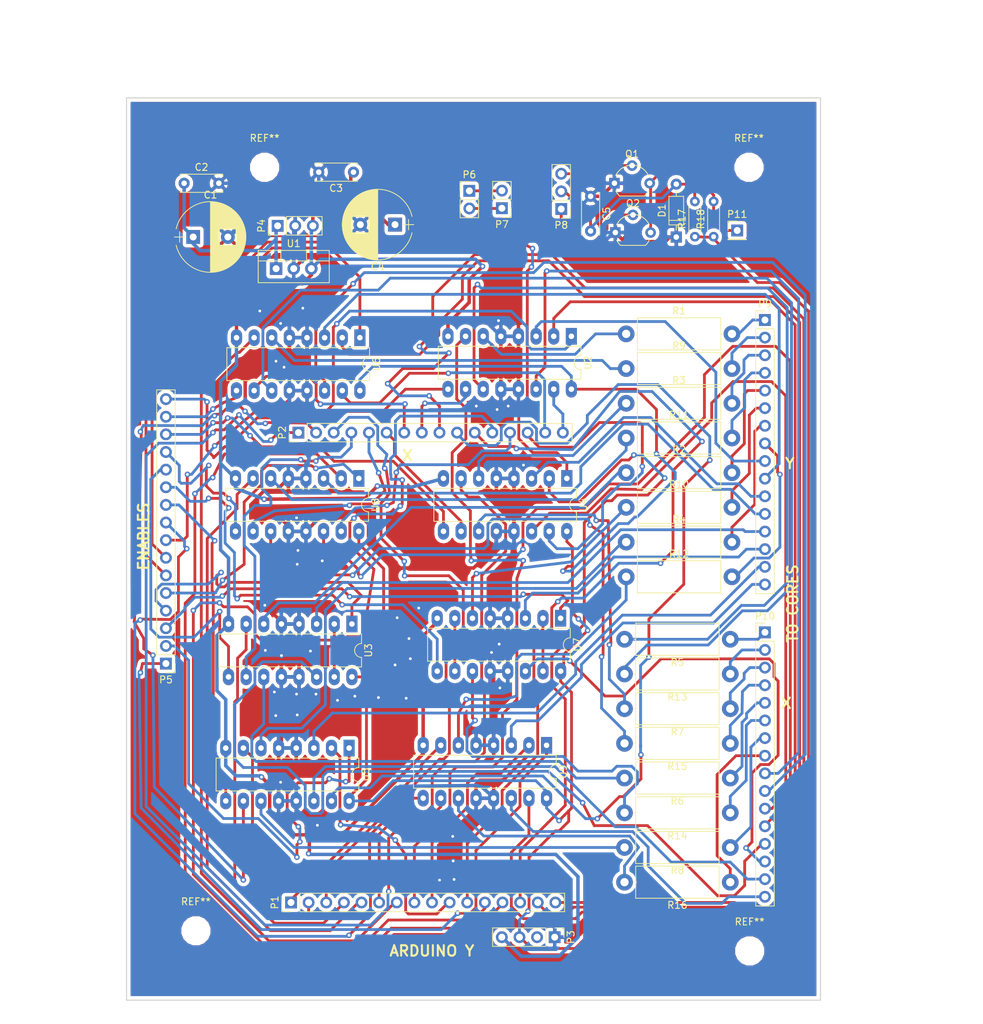
<source format=kicad_pcb>
(kicad_pcb (version 20170123) (host pcbnew "(2017-07-14 revision 22e95aa)-master")
  (layers (0 F.Cu signal) (31 B.Cu signal) (34 B.Paste user) (35 F.Paste user) (36 B.SilkS user) (37 F.SilkS user) (38 B.Mask user) (39 F.Mask user) (44 Edge.Cuts user))
  (net 0 "")
  (net 1 GND)
  (net 2 /+9V)
  (net 3 +5V)
  (net 4 "Net-(C5-Pad2)")
  (net 5 /LOW_Y0)
  (net 6 /LOW_Y1)
  (net 7 /LOW_Y2)
  (net 8 /LOW_Y3)
  (net 9 /LOW_Y4)
  (net 10 /LOW_Y5)
  (net 11 /LOW_Y6)
  (net 12 /LOW_Y7)
  (net 13 /HI_Y0)
  (net 14 /HI_Y1)
  (net 15 /HI_Y2)
  (net 16 /HI_Y3)
  (net 17 /HI_Y4)
  (net 18 /HI_Y5)
  (net 19 /HI_Y6)
  (net 20 /HI_Y7)
  (net 21 /HI_X7)
  (net 22 /HI_X6)
  (net 23 /HI_X5)
  (net 24 /HI_X4)
  (net 25 /HI_X3)
  (net 26 /HI_X2)
  (net 27 /HI_X1)
  (net 28 /HI_X0)
  (net 29 /LOW_X7)
  (net 30 /LOW_X6)
  (net 31 /LOW_X5)
  (net 32 /LOW_X4)
  (net 33 /LOW_X3)
  (net 34 /LOW_X2)
  (net 35 /LOW_X1)
  (net 36 /LOW_X0)
  (net 37 /LOGIC_PWR)
  (net 38 /EN_Y7)
  (net 39 /EN_Y6)
  (net 40 /EN_Y5)
  (net 41 /EN_Y4)
  (net 42 /EN_Y3)
  (net 43 /EN_Y2)
  (net 44 /EN_Y1)
  (net 45 /EN_Y0)
  (net 46 /EN_X7)
  (net 47 /EN_X6)
  (net 48 /EN_X5)
  (net 49 /EN_X4)
  (net 50 /EN_X3)
  (net 51 /EN_X2)
  (net 52 /EN_X1)
  (net 53 /EN_X0)
  (net 54 "Net-(P6-Pad1)")
  (net 55 "Net-(P6-Pad2)")
  (net 56 "Net-(P8-Pad3)")
  (net 57 "Net-(P8-Pad1)")
  (net 58 /IN_Y0)
  (net 59 /IN_Y1)
  (net 60 /IN_Y2)
  (net 61 /IN_Y3)
  (net 62 /IN_Y4)
  (net 63 /IN_Y5)
  (net 64 /IN_Y6)
  (net 65 /IN_Y7)
  (net 66 /OUT_Y0)
  (net 67 /OUT_Y1)
  (net 68 /OUT_Y2)
  (net 69 /OUT_Y3)
  (net 70 /OUT_Y4)
  (net 71 /OUT_Y5)
  (net 72 /OUT_Y6)
  (net 73 /OUT_Y7)
  (net 74 /OUT_X7)
  (net 75 /OUT_X6)
  (net 76 /OUT_X5)
  (net 77 /OUT_X4)
  (net 78 /OUT_X3)
  (net 79 /OUT_X2)
  (net 80 /OUT_X1)
  (net 81 /OUT_X0)
  (net 82 /IN_X7)
  (net 83 /IN_X6)
  (net 84 /IN_X5)
  (net 85 /IN_X4)
  (net 86 /IN_X3)
  (net 87 /IN_X2)
  (net 88 /IN_X1)
  (net 89 /IN_X0)
  (net 90 "Net-(P11-Pad1)")
  (net 91 "Net-(R1-Pad1)")
  (net 92 "Net-(R2-Pad1)")
  (net 93 "Net-(R3-Pad1)")
  (net 94 "Net-(R4-Pad1)")
  (net 95 "Net-(R5-Pad2)")
  (net 96 "Net-(R6-Pad2)")
  (net 97 "Net-(R7-Pad2)")
  (net 98 "Net-(R8-Pad2)")
  (net 99 "Net-(R9-Pad1)")
  (net 100 "Net-(R10-Pad1)")
  (net 101 "Net-(R11-Pad1)")
  (net 102 "Net-(R12-Pad1)")
  (net 103 "Net-(R13-Pad2)")
  (net 104 "Net-(R14-Pad2)")
  (net 105 "Net-(R15-Pad2)")
  (net 106 "Net-(R16-Pad2)")
  (module Mounting_Holes:MountingHole_3.2mm_M3 (layer F.Cu) (at 126 158)
    (fp_text reference REF** (at 0 -4.2) (layer F.SilkS))
    (fp_text value MountingHole_3.2mm_M3)
    (pad 1 np_thru_hole circle (at 0 0) (size 3.2 3.2) (drill 3.2) (layers *.Cu *.Mask))
  )
  (module Mounting_Holes:MountingHole_3.2mm_M3 (layer F.Cu) (at 205.8 160.9)
    (fp_text reference REF** (at 0 -4.2) (layer F.SilkS))
    (fp_text value MountingHole_3.2mm_M3)
    (pad 1 np_thru_hole circle (at 0 0) (size 3.2 3.2) (drill 3.2) (layers *.Cu *.Mask))
  )
  (module Mounting_Holes:MountingHole_3.2mm_M3 (layer F.Cu) (at 205.7 48)
    (fp_text reference REF** (at 0 -4.2) (layer F.SilkS))
    (fp_text value MountingHole_3.2mm_M3)
    (pad 1 np_thru_hole circle (at 0 0) (size 3.2 3.2) (drill 3.2) (layers *.Cu *.Mask))
  )
  (module Capacitors_ThroughHole:CP_Radial_D10.0mm_P5.00mm (layer F.Cu) (at 125.6 58.04)
    (fp_text reference C1 (at 2.5 -6.06) (layer F.SilkS))
    (fp_text value 10U)
    (pad 2 thru_hole circle (at 5 0) (size 2 2) (drill 1) (layers *.Cu *.Mask) (net 1 GND))
    (pad 1 thru_hole rect (at 0 0) (size 2 2) (drill 1) (layers *.Cu *.Mask) (net 2 /+9V))
  )
  (module Capacitors_ThroughHole:C_Disc_D6.0mm_W2.5mm_P5.00mm (layer F.Cu) (at 124.3 50.3)
    (fp_text reference C2 (at 2.5 -2.31) (layer F.SilkS))
    (fp_text value 100N)
    (pad 2 thru_hole circle (at 5 0) (size 1.6 1.6) (drill 0.8) (layers *.Cu *.Mask) (net 1 GND))
    (pad 1 thru_hole circle (at 0 0) (size 1.6 1.6) (drill 0.8) (layers *.Cu *.Mask) (net 2 /+9V))
  )
  (module Capacitors_ThroughHole:C_Disc_D6.0mm_W2.5mm_P5.00mm (layer F.Cu) (at 148.7 48.7 180)
    (fp_text reference C3 (at 2.5 -2.31 180) (layer F.SilkS))
    (fp_text value 100N)
    (pad 1 thru_hole circle (at 0 0 180) (size 1.6 1.6) (drill 0.8) (layers *.Cu *.Mask) (net 3 +5V))
    (pad 2 thru_hole circle (at 5 0 180) (size 1.6 1.6) (drill 0.8) (layers *.Cu *.Mask) (net 1 GND))
  )
  (module Capacitors_ThroughHole:CP_Radial_D10.0mm_P5.00mm (layer F.Cu) (at 154.69 56.26 180)
    (fp_text reference C4 (at 2.5 -6.06 180) (layer F.SilkS))
    (fp_text value 10U)
    (pad 1 thru_hole rect (at 0 0 180) (size 2 2) (drill 1) (layers *.Cu *.Mask) (net 3 +5V))
    (pad 2 thru_hole circle (at 5 0 180) (size 2 2) (drill 1) (layers *.Cu *.Mask) (net 1 GND))
  )
  (module Capacitors_ThroughHole:C_Disc_D6.0mm_W2.5mm_P5.00mm (layer F.Cu) (at 182.87 52.18 270)
    (fp_text reference C5 (at 2.5 -2.31 270) (layer F.SilkS))
    (fp_text value 100N)
    (pad 2 thru_hole circle (at 5 0 270) (size 1.6 1.6) (drill 0.8) (layers *.Cu *.Mask) (net 4 "Net-(C5-Pad2)"))
    (pad 1 thru_hole circle (at 0 0 270) (size 1.6 1.6) (drill 0.8) (layers *.Cu *.Mask) (net 1 GND))
  )
  (module Diodes_THT:D_DO-35_SOD27_P7.62mm_Horizontal (layer F.Cu) (at 195.22 58.05 90)
    (fp_text reference D1 (at 3.81 -2.06 90) (layer F.SilkS))
    (fp_text value 1N4148)
    (pad 2 thru_hole oval (at 7.62 0 90) (size 1.6 1.6) (drill 0.8) (layers *.Cu *.Mask) (net 4 "Net-(C5-Pad2)"))
    (pad 1 thru_hole rect (at 0 0 90) (size 1.6 1.6) (drill 0.8) (layers *.Cu *.Mask) (net 1 GND))
  )
  (module Pin_Headers:Pin_Header_Straight_1x16_Pitch2.54mm (layer F.Cu) (at 139.7 153.925 90)
    (fp_text reference P1 (at 0 -2.33 90) (layer F.SilkS))
    (fp_text value CONN_01X16)
    (pad 16 thru_hole oval (at 0 38.1 90) (size 1.7 1.7) (drill 1) (layers *.Cu *.Mask) (net 5 /LOW_Y0))
    (pad 15 thru_hole oval (at 0 35.56 90) (size 1.7 1.7) (drill 1) (layers *.Cu *.Mask) (net 6 /LOW_Y1))
    (pad 14 thru_hole oval (at 0 33.02 90) (size 1.7 1.7) (drill 1) (layers *.Cu *.Mask) (net 7 /LOW_Y2))
    (pad 13 thru_hole oval (at 0 30.48 90) (size 1.7 1.7) (drill 1) (layers *.Cu *.Mask) (net 8 /LOW_Y3))
    (pad 12 thru_hole oval (at 0 27.94 90) (size 1.7 1.7) (drill 1) (layers *.Cu *.Mask) (net 9 /LOW_Y4))
    (pad 11 thru_hole oval (at 0 25.4 90) (size 1.7 1.7) (drill 1) (layers *.Cu *.Mask) (net 10 /LOW_Y5))
    (pad 10 thru_hole oval (at 0 22.86 90) (size 1.7 1.7) (drill 1) (layers *.Cu *.Mask) (net 11 /LOW_Y6))
    (pad 9 thru_hole oval (at 0 20.32 90) (size 1.7 1.7) (drill 1) (layers *.Cu *.Mask) (net 12 /LOW_Y7))
    (pad 8 thru_hole oval (at 0 17.78 90) (size 1.7 1.7) (drill 1) (layers *.Cu *.Mask) (net 13 /HI_Y0))
    (pad 7 thru_hole oval (at 0 15.24 90) (size 1.7 1.7) (drill 1) (layers *.Cu *.Mask) (net 14 /HI_Y1))
    (pad 6 thru_hole oval (at 0 12.7 90) (size 1.7 1.7) (drill 1) (layers *.Cu *.Mask) (net 15 /HI_Y2))
    (pad 5 thru_hole oval (at 0 10.16 90) (size 1.7 1.7) (drill 1) (layers *.Cu *.Mask) (net 16 /HI_Y3))
    (pad 4 thru_hole oval (at 0 7.62 90) (size 1.7 1.7) (drill 1) (layers *.Cu *.Mask) (net 17 /HI_Y4))
    (pad 3 thru_hole oval (at 0 5.08 90) (size 1.7 1.7) (drill 1) (layers *.Cu *.Mask) (net 18 /HI_Y5))
    (pad 2 thru_hole oval (at 0 2.54 90) (size 1.7 1.7) (drill 1) (layers *.Cu *.Mask) (net 19 /HI_Y6))
    (pad 1 thru_hole rect (at 0 0 90) (size 1.7 1.7) (drill 1) (layers *.Cu *.Mask) (net 20 /HI_Y7))
  )
  (module Pin_Headers:Pin_Header_Straight_1x16_Pitch2.54mm (layer F.Cu) (at 140.775 86.225 90)
    (fp_text reference P2 (at 0 -2.33 90) (layer F.SilkS))
    (fp_text value CONN_01X16)
    (pad 1 thru_hole rect (at 0 0 90) (size 1.7 1.7) (drill 1) (layers *.Cu *.Mask) (net 21 /HI_X7))
    (pad 2 thru_hole oval (at 0 2.54 90) (size 1.7 1.7) (drill 1) (layers *.Cu *.Mask) (net 22 /HI_X6))
    (pad 3 thru_hole oval (at 0 5.08 90) (size 1.7 1.7) (drill 1) (layers *.Cu *.Mask) (net 23 /HI_X5))
    (pad 4 thru_hole oval (at 0 7.62 90) (size 1.7 1.7) (drill 1) (layers *.Cu *.Mask) (net 24 /HI_X4))
    (pad 5 thru_hole oval (at 0 10.16 90) (size 1.7 1.7) (drill 1) (layers *.Cu *.Mask) (net 25 /HI_X3))
    (pad 6 thru_hole oval (at 0 12.7 90) (size 1.7 1.7) (drill 1) (layers *.Cu *.Mask) (net 26 /HI_X2))
    (pad 7 thru_hole oval (at 0 15.24 90) (size 1.7 1.7) (drill 1) (layers *.Cu *.Mask) (net 27 /HI_X1))
    (pad 8 thru_hole oval (at 0 17.78 90) (size 1.7 1.7) (drill 1) (layers *.Cu *.Mask) (net 28 /HI_X0))
    (pad 9 thru_hole oval (at 0 20.32 90) (size 1.7 1.7) (drill 1) (layers *.Cu *.Mask) (net 29 /LOW_X7))
    (pad 10 thru_hole oval (at 0 22.86 90) (size 1.7 1.7) (drill 1) (layers *.Cu *.Mask) (net 30 /LOW_X6))
    (pad 11 thru_hole oval (at 0 25.4 90) (size 1.7 1.7) (drill 1) (layers *.Cu *.Mask) (net 31 /LOW_X5))
    (pad 12 thru_hole oval (at 0 27.94 90) (size 1.7 1.7) (drill 1) (layers *.Cu *.Mask) (net 32 /LOW_X4))
    (pad 13 thru_hole oval (at 0 30.48 90) (size 1.7 1.7) (drill 1) (layers *.Cu *.Mask) (net 33 /LOW_X3))
    (pad 14 thru_hole oval (at 0 33.02 90) (size 1.7 1.7) (drill 1) (layers *.Cu *.Mask) (net 34 /LOW_X2))
    (pad 15 thru_hole oval (at 0 35.56 90) (size 1.7 1.7) (drill 1) (layers *.Cu *.Mask) (net 35 /LOW_X1))
    (pad 16 thru_hole oval (at 0 38.1 90) (size 1.7 1.7) (drill 1) (layers *.Cu *.Mask) (net 36 /LOW_X0))
  )
  (module Pin_Headers:Pin_Header_Straight_1x04_Pitch2.54mm (layer F.Cu) (at 177.7 158.92 270)
    (fp_text reference P3 (at 0 -2.33 270) (layer F.SilkS))
    (fp_text value CONN_01X04)
    (pad 1 thru_hole rect (at 0 0 270) (size 1.7 1.7) (drill 1) (layers *.Cu *.Mask) (net 1 GND))
    (pad 2 thru_hole oval (at 0 2.54 270) (size 1.7 1.7) (drill 1) (layers *.Cu *.Mask))
    (pad 3 thru_hole oval (at 0 5.08 270) (size 1.7 1.7) (drill 1) (layers *.Cu *.Mask) (net 37 /LOGIC_PWR))
    (pad 4 thru_hole oval (at 0 7.62 270) (size 1.7 1.7) (drill 1) (layers *.Cu *.Mask) (net 3 +5V))
  )
  (module Pin_Headers:Pin_Header_Straight_1x03_Pitch2.54mm (layer F.Cu) (at 137.77 56.43 90)
    (fp_text reference P4 (at 0 -2.33 90) (layer F.SilkS))
    (fp_text value CONN_01X03)
    (pad 1 thru_hole rect (at 0 0 90) (size 1.7 1.7) (drill 1) (layers *.Cu *.Mask) (net 2 /+9V))
    (pad 2 thru_hole oval (at 0 2.54 90) (size 1.7 1.7) (drill 1) (layers *.Cu *.Mask) (net 1 GND))
    (pad 3 thru_hole oval (at 0 5.08 90) (size 1.7 1.7) (drill 1) (layers *.Cu *.Mask) (net 3 +5V))
  )
  (module Pin_Headers:Pin_Header_Straight_1x16_Pitch2.54mm (layer F.Cu) (at 121.675 119.5 180)
    (fp_text reference P5 (at 0 -2.33 180) (layer F.SilkS))
    (fp_text value CONN_01X16)
    (pad 1 thru_hole rect (at 0 0 180) (size 1.7 1.7) (drill 1) (layers *.Cu *.Mask) (net 38 /EN_Y7))
    (pad 2 thru_hole oval (at 0 2.54 180) (size 1.7 1.7) (drill 1) (layers *.Cu *.Mask) (net 39 /EN_Y6))
    (pad 3 thru_hole oval (at 0 5.08 180) (size 1.7 1.7) (drill 1) (layers *.Cu *.Mask) (net 40 /EN_Y5))
    (pad 4 thru_hole oval (at 0 7.62 180) (size 1.7 1.7) (drill 1) (layers *.Cu *.Mask) (net 41 /EN_Y4))
    (pad 5 thru_hole oval (at 0 10.16 180) (size 1.7 1.7) (drill 1) (layers *.Cu *.Mask) (net 42 /EN_Y3))
    (pad 6 thru_hole oval (at 0 12.7 180) (size 1.7 1.7) (drill 1) (layers *.Cu *.Mask) (net 43 /EN_Y2))
    (pad 7 thru_hole oval (at 0 15.24 180) (size 1.7 1.7) (drill 1) (layers *.Cu *.Mask) (net 44 /EN_Y1))
    (pad 8 thru_hole oval (at 0 17.78 180) (size 1.7 1.7) (drill 1) (layers *.Cu *.Mask) (net 45 /EN_Y0))
    (pad 9 thru_hole oval (at 0 20.32 180) (size 1.7 1.7) (drill 1) (layers *.Cu *.Mask) (net 46 /EN_X7))
    (pad 10 thru_hole oval (at 0 22.86 180) (size 1.7 1.7) (drill 1) (layers *.Cu *.Mask) (net 47 /EN_X6))
    (pad 11 thru_hole oval (at 0 25.4 180) (size 1.7 1.7) (drill 1) (layers *.Cu *.Mask) (net 48 /EN_X5))
    (pad 12 thru_hole oval (at 0 27.94 180) (size 1.7 1.7) (drill 1) (layers *.Cu *.Mask) (net 49 /EN_X4))
    (pad 13 thru_hole oval (at 0 30.48 180) (size 1.7 1.7) (drill 1) (layers *.Cu *.Mask) (net 50 /EN_X3))
    (pad 14 thru_hole oval (at 0 33.02 180) (size 1.7 1.7) (drill 1) (layers *.Cu *.Mask) (net 51 /EN_X2))
    (pad 15 thru_hole oval (at 0 35.56 180) (size 1.7 1.7) (drill 1) (layers *.Cu *.Mask) (net 52 /EN_X1))
    (pad 16 thru_hole oval (at 0 38.1 180) (size 1.7 1.7) (drill 1) (layers *.Cu *.Mask) (net 53 /EN_X0))
  )
  (module Pin_Headers:Pin_Header_Straight_1x02_Pitch2.54mm (layer F.Cu) (at 165.4 51.39)
    (fp_text reference P6 (at 0 -2.33) (layer F.SilkS))
    (fp_text value CONN_01X02)
    (pad 1 thru_hole rect (at 0 0) (size 1.7 1.7) (drill 1) (layers *.Cu *.Mask) (net 54 "Net-(P6-Pad1)"))
    (pad 2 thru_hole oval (at 0 2.54) (size 1.7 1.7) (drill 1) (layers *.Cu *.Mask) (net 55 "Net-(P6-Pad2)"))
  )
  (module Pin_Headers:Pin_Header_Straight_1x02_Pitch2.54mm (layer F.Cu) (at 170.09 53.9 180)
    (fp_text reference P7 (at 0 -2.33 180) (layer F.SilkS))
    (fp_text value CONN_01X02)
    (pad 2 thru_hole oval (at 0 2.54 180) (size 1.7 1.7) (drill 1) (layers *.Cu *.Mask) (net 54 "Net-(P6-Pad1)"))
    (pad 1 thru_hole rect (at 0 0 180) (size 1.7 1.7) (drill 1) (layers *.Cu *.Mask) (net 55 "Net-(P6-Pad2)"))
  )
  (module Pin_Headers:Pin_Header_Straight_1x03_Pitch2.54mm (layer F.Cu) (at 178.64 54.01 180)
    (fp_text reference P8 (at 0 -2.33 180) (layer F.SilkS))
    (fp_text value CONN_01X03)
    (pad 3 thru_hole oval (at 0 5.08 180) (size 1.7 1.7) (drill 1) (layers *.Cu *.Mask) (net 56 "Net-(P8-Pad3)"))
    (pad 2 thru_hole oval (at 0 2.54 180) (size 1.7 1.7) (drill 1) (layers *.Cu *.Mask) (net 4 "Net-(C5-Pad2)"))
    (pad 1 thru_hole rect (at 0 0 180) (size 1.7 1.7) (drill 1) (layers *.Cu *.Mask) (net 57 "Net-(P8-Pad1)"))
  )
  (module Pin_Headers:Pin_Header_Straight_1x16_Pitch2.54mm (layer F.Cu) (at 208 70)
    (fp_text reference P9 (at 0 -2.33) (layer F.SilkS))
    (fp_text value CONN_01X16)
    (pad 1 thru_hole rect (at 0 0) (size 1.7 1.7) (drill 1) (layers *.Cu *.Mask) (net 58 /IN_Y0))
    (pad 2 thru_hole oval (at 0 2.54) (size 1.7 1.7) (drill 1) (layers *.Cu *.Mask) (net 59 /IN_Y1))
    (pad 3 thru_hole oval (at 0 5.08) (size 1.7 1.7) (drill 1) (layers *.Cu *.Mask) (net 60 /IN_Y2))
    (pad 4 thru_hole oval (at 0 7.62) (size 1.7 1.7) (drill 1) (layers *.Cu *.Mask) (net 61 /IN_Y3))
    (pad 5 thru_hole oval (at 0 10.16) (size 1.7 1.7) (drill 1) (layers *.Cu *.Mask) (net 62 /IN_Y4))
    (pad 6 thru_hole oval (at 0 12.7) (size 1.7 1.7) (drill 1) (layers *.Cu *.Mask) (net 63 /IN_Y5))
    (pad 7 thru_hole oval (at 0 15.24) (size 1.7 1.7) (drill 1) (layers *.Cu *.Mask) (net 64 /IN_Y6))
    (pad 8 thru_hole oval (at 0 17.78) (size 1.7 1.7) (drill 1) (layers *.Cu *.Mask) (net 65 /IN_Y7))
    (pad 9 thru_hole oval (at 0 20.32) (size 1.7 1.7) (drill 1) (layers *.Cu *.Mask) (net 66 /OUT_Y0))
    (pad 10 thru_hole oval (at 0 22.86) (size 1.7 1.7) (drill 1) (layers *.Cu *.Mask) (net 67 /OUT_Y1))
    (pad 11 thru_hole oval (at 0 25.4) (size 1.7 1.7) (drill 1) (layers *.Cu *.Mask) (net 68 /OUT_Y2))
    (pad 12 thru_hole oval (at 0 27.94) (size 1.7 1.7) (drill 1) (layers *.Cu *.Mask) (net 69 /OUT_Y3))
    (pad 13 thru_hole oval (at 0 30.48) (size 1.7 1.7) (drill 1) (layers *.Cu *.Mask) (net 70 /OUT_Y4))
    (pad 14 thru_hole oval (at 0 33.02) (size 1.7 1.7) (drill 1) (layers *.Cu *.Mask) (net 71 /OUT_Y5))
    (pad 15 thru_hole oval (at 0 35.56) (size 1.7 1.7) (drill 1) (layers *.Cu *.Mask) (net 72 /OUT_Y6))
    (pad 16 thru_hole oval (at 0 38.1) (size 1.7 1.7) (drill 1) (layers *.Cu *.Mask) (net 73 /OUT_Y7))
  )
  (module Pin_Headers:Pin_Header_Straight_1x16_Pitch2.54mm (layer F.Cu) (at 208 115)
    (fp_text reference P10 (at 0 -2.33) (layer F.SilkS))
    (fp_text value CONN_01X16)
    (pad 16 thru_hole oval (at 0 38.1) (size 1.7 1.7) (drill 1) (layers *.Cu *.Mask) (net 74 /OUT_X7))
    (pad 15 thru_hole oval (at 0 35.56) (size 1.7 1.7) (drill 1) (layers *.Cu *.Mask) (net 75 /OUT_X6))
    (pad 14 thru_hole oval (at 0 33.02) (size 1.7 1.7) (drill 1) (layers *.Cu *.Mask) (net 76 /OUT_X5))
    (pad 13 thru_hole oval (at 0 30.48) (size 1.7 1.7) (drill 1) (layers *.Cu *.Mask) (net 77 /OUT_X4))
    (pad 12 thru_hole oval (at 0 27.94) (size 1.7 1.7) (drill 1) (layers *.Cu *.Mask) (net 78 /OUT_X3))
    (pad 11 thru_hole oval (at 0 25.4) (size 1.7 1.7) (drill 1) (layers *.Cu *.Mask) (net 79 /OUT_X2))
    (pad 10 thru_hole oval (at 0 22.86) (size 1.7 1.7) (drill 1) (layers *.Cu *.Mask) (net 80 /OUT_X1))
    (pad 9 thru_hole oval (at 0 20.32) (size 1.7 1.7) (drill 1) (layers *.Cu *.Mask) (net 81 /OUT_X0))
    (pad 8 thru_hole oval (at 0 17.78) (size 1.7 1.7) (drill 1) (layers *.Cu *.Mask) (net 82 /IN_X7))
    (pad 7 thru_hole oval (at 0 15.24) (size 1.7 1.7) (drill 1) (layers *.Cu *.Mask) (net 83 /IN_X6))
    (pad 6 thru_hole oval (at 0 12.7) (size 1.7 1.7) (drill 1) (layers *.Cu *.Mask) (net 84 /IN_X5))
    (pad 5 thru_hole oval (at 0 10.16) (size 1.7 1.7) (drill 1) (layers *.Cu *.Mask) (net 85 /IN_X4))
    (pad 4 thru_hole oval (at 0 7.62) (size 1.7 1.7) (drill 1) (layers *.Cu *.Mask) (net 86 /IN_X3))
    (pad 3 thru_hole oval (at 0 5.08) (size 1.7 1.7) (drill 1) (layers *.Cu *.Mask) (net 87 /IN_X2))
    (pad 2 thru_hole oval (at 0 2.54) (size 1.7 1.7) (drill 1) (layers *.Cu *.Mask) (net 88 /IN_X1))
    (pad 1 thru_hole rect (at 0 0) (size 1.7 1.7) (drill 1) (layers *.Cu *.Mask) (net 89 /IN_X0))
  )
  (module Pin_Headers:Pin_Header_Straight_1x01_Pitch2.54mm (layer F.Cu) (at 204 57.1)
    (fp_text reference P11 (at 0 -2.33) (layer F.SilkS))
    (fp_text value SENSE_DATA)
    (pad 1 thru_hole rect (at 0 0) (size 1.7 1.7) (drill 1) (layers *.Cu *.Mask) (net 90 "Net-(P11-Pad1)"))
  )
  (module TO_SOT_Packages_THT:TO-92_Molded_Wide (layer F.Cu) (at 186.31 50.29)
    (fp_text reference Q1 (at 2.54 -4.19 180) (layer F.SilkS))
    (fp_text value 2n3904)
    (pad 1 thru_hole rect (at 0 0 90) (size 1.52 1.52) (drill 0.8) (layers *.Cu *.Mask) (net 1 GND))
    (pad 3 thru_hole circle (at 5.08 0 90) (size 1.52 1.52) (drill 0.8) (layers *.Cu *.Mask) (net 90 "Net-(P11-Pad1)"))
    (pad 2 thru_hole circle (at 2.54 -2.54 90) (size 1.52 1.52) (drill 0.8) (layers *.Cu *.Mask) (net 56 "Net-(P8-Pad3)"))
  )
  (module TO_SOT_Packages_THT:TO-92_Molded_Wide (layer F.Cu) (at 186.44 57.4)
    (fp_text reference Q2 (at 2.54 -4.19 180) (layer F.SilkS))
    (fp_text value 2n3904)
    (pad 2 thru_hole circle (at 2.54 -2.54 90) (size 1.52 1.52) (drill 0.8) (layers *.Cu *.Mask) (net 57 "Net-(P8-Pad1)"))
    (pad 3 thru_hole circle (at 5.08 0 90) (size 1.52 1.52) (drill 0.8) (layers *.Cu *.Mask) (net 90 "Net-(P11-Pad1)"))
    (pad 1 thru_hole rect (at 0 0 90) (size 1.52 1.52) (drill 0.8) (layers *.Cu *.Mask) (net 1 GND))
  )
  (module Resistors_ThroughHole:R_Axial_DIN0414_L11.9mm_D4.5mm_P15.24mm_Horizontal (layer F.Cu) (at 188 72)
    (fp_text reference R1 (at 7.62 -3.31) (layer F.SilkS))
    (fp_text value 10R)
    (pad 2 thru_hole oval (at 15.24 0) (size 2.4 2.4) (drill 1.2) (layers *.Cu *.Mask) (net 58 /IN_Y0))
    (pad 1 thru_hole circle (at 0 0) (size 2.4 2.4) (drill 1.2) (layers *.Cu *.Mask) (net 91 "Net-(R1-Pad1)"))
  )
  (module Resistors_ThroughHole:R_Axial_DIN0414_L11.9mm_D4.5mm_P15.24mm_Horizontal (layer F.Cu) (at 188 92)
    (fp_text reference R2 (at 7.62 -3.31) (layer F.SilkS))
    (fp_text value 10R)
    (pad 2 thru_hole oval (at 15.24 0) (size 2.4 2.4) (drill 1.2) (layers *.Cu *.Mask) (net 62 /IN_Y4))
    (pad 1 thru_hole circle (at 0 0) (size 2.4 2.4) (drill 1.2) (layers *.Cu *.Mask) (net 92 "Net-(R2-Pad1)"))
  )
  (module Resistors_ThroughHole:R_Axial_DIN0414_L11.9mm_D4.5mm_P15.24mm_Horizontal (layer F.Cu) (at 188 82)
    (fp_text reference R3 (at 7.62 -3.31) (layer F.SilkS))
    (fp_text value 10R)
    (pad 1 thru_hole circle (at 0 0) (size 2.4 2.4) (drill 1.2) (layers *.Cu *.Mask) (net 93 "Net-(R3-Pad1)"))
    (pad 2 thru_hole oval (at 15.24 0) (size 2.4 2.4) (drill 1.2) (layers *.Cu *.Mask) (net 60 /IN_Y2))
  )
  (module Resistors_ThroughHole:R_Axial_DIN0414_L11.9mm_D4.5mm_P15.24mm_Horizontal (layer F.Cu) (at 188 102)
    (fp_text reference R4 (at 7.62 -3.31) (layer F.SilkS))
    (fp_text value 10R)
    (pad 2 thru_hole oval (at 15.24 0) (size 2.4 2.4) (drill 1.2) (layers *.Cu *.Mask) (net 64 /IN_Y6))
    (pad 1 thru_hole circle (at 0 0) (size 2.4 2.4) (drill 1.2) (layers *.Cu *.Mask) (net 94 "Net-(R4-Pad1)"))
  )
  (module Resistors_ThroughHole:R_Axial_DIN0414_L11.9mm_D4.5mm_P15.24mm_Horizontal (layer F.Cu) (at 203 116 180)
    (fp_text reference R5 (at 7.62 -3.31 180) (layer F.SilkS))
    (fp_text value 10R)
    (pad 1 thru_hole circle (at 0 0 180) (size 2.4 2.4) (drill 1.2) (layers *.Cu *.Mask) (net 89 /IN_X0))
    (pad 2 thru_hole oval (at 15.24 0 180) (size 2.4 2.4) (drill 1.2) (layers *.Cu *.Mask) (net 95 "Net-(R5-Pad2)"))
  )
  (module Resistors_ThroughHole:R_Axial_DIN0414_L11.9mm_D4.5mm_P15.24mm_Horizontal (layer F.Cu) (at 203 136 180)
    (fp_text reference R6 (at 7.62 -3.31 180) (layer F.SilkS))
    (fp_text value 10R)
    (pad 1 thru_hole circle (at 0 0 180) (size 2.4 2.4) (drill 1.2) (layers *.Cu *.Mask) (net 85 /IN_X4))
    (pad 2 thru_hole oval (at 15.24 0 180) (size 2.4 2.4) (drill 1.2) (layers *.Cu *.Mask) (net 96 "Net-(R6-Pad2)"))
  )
  (module Resistors_ThroughHole:R_Axial_DIN0414_L11.9mm_D4.5mm_P15.24mm_Horizontal (layer F.Cu) (at 203 126 180)
    (fp_text reference R7 (at 7.62 -3.31 180) (layer F.SilkS))
    (fp_text value 10R)
    (pad 2 thru_hole oval (at 15.24 0 180) (size 2.4 2.4) (drill 1.2) (layers *.Cu *.Mask) (net 97 "Net-(R7-Pad2)"))
    (pad 1 thru_hole circle (at 0 0 180) (size 2.4 2.4) (drill 1.2) (layers *.Cu *.Mask) (net 87 /IN_X2))
  )
  (module Resistors_ThroughHole:R_Axial_DIN0414_L11.9mm_D4.5mm_P15.24mm_Horizontal (layer F.Cu) (at 203 146 180)
    (fp_text reference R8 (at 7.62 -3.31 180) (layer F.SilkS))
    (fp_text value 10R)
    (pad 1 thru_hole circle (at 0 0 180) (size 2.4 2.4) (drill 1.2) (layers *.Cu *.Mask) (net 83 /IN_X6))
    (pad 2 thru_hole oval (at 15.24 0 180) (size 2.4 2.4) (drill 1.2) (layers *.Cu *.Mask) (net 98 "Net-(R8-Pad2)"))
  )
  (module Resistors_ThroughHole:R_Axial_DIN0414_L11.9mm_D4.5mm_P15.24mm_Horizontal (layer F.Cu) (at 188 77)
    (fp_text reference R9 (at 7.62 -3.31) (layer F.SilkS))
    (fp_text value 10R)
    (pad 1 thru_hole circle (at 0 0) (size 2.4 2.4) (drill 1.2) (layers *.Cu *.Mask) (net 99 "Net-(R9-Pad1)"))
    (pad 2 thru_hole oval (at 15.24 0) (size 2.4 2.4) (drill 1.2) (layers *.Cu *.Mask) (net 59 /IN_Y1))
  )
  (module Resistors_ThroughHole:R_Axial_DIN0414_L11.9mm_D4.5mm_P15.24mm_Horizontal (layer F.Cu) (at 188 97)
    (fp_text reference R10 (at 7.62 -3.31) (layer F.SilkS))
    (fp_text value 10R)
    (pad 2 thru_hole oval (at 15.24 0) (size 2.4 2.4) (drill 1.2) (layers *.Cu *.Mask) (net 63 /IN_Y5))
    (pad 1 thru_hole circle (at 0 0) (size 2.4 2.4) (drill 1.2) (layers *.Cu *.Mask) (net 100 "Net-(R10-Pad1)"))
  )
  (module Resistors_ThroughHole:R_Axial_DIN0414_L11.9mm_D4.5mm_P15.24mm_Horizontal (layer F.Cu) (at 188 87)
    (fp_text reference R11 (at 7.62 -3.31) (layer F.SilkS))
    (fp_text value 10R)
    (pad 1 thru_hole circle (at 0 0) (size 2.4 2.4) (drill 1.2) (layers *.Cu *.Mask) (net 101 "Net-(R11-Pad1)"))
    (pad 2 thru_hole oval (at 15.24 0) (size 2.4 2.4) (drill 1.2) (layers *.Cu *.Mask) (net 61 /IN_Y3))
  )
  (module Resistors_ThroughHole:R_Axial_DIN0414_L11.9mm_D4.5mm_P15.24mm_Horizontal (layer F.Cu) (at 188 107)
    (fp_text reference R12 (at 7.62 -3.31) (layer F.SilkS))
    (fp_text value 10R)
    (pad 2 thru_hole oval (at 15.24 0) (size 2.4 2.4) (drill 1.2) (layers *.Cu *.Mask) (net 65 /IN_Y7))
    (pad 1 thru_hole circle (at 0 0) (size 2.4 2.4) (drill 1.2) (layers *.Cu *.Mask) (net 102 "Net-(R12-Pad1)"))
  )
  (module Resistors_ThroughHole:R_Axial_DIN0414_L11.9mm_D4.5mm_P15.24mm_Horizontal (layer F.Cu) (at 203 121 180)
    (fp_text reference R13 (at 7.62 -3.31 180) (layer F.SilkS))
    (fp_text value 10R)
    (pad 2 thru_hole oval (at 15.24 0 180) (size 2.4 2.4) (drill 1.2) (layers *.Cu *.Mask) (net 103 "Net-(R13-Pad2)"))
    (pad 1 thru_hole circle (at 0 0 180) (size 2.4 2.4) (drill 1.2) (layers *.Cu *.Mask) (net 88 /IN_X1))
  )
  (module Resistors_ThroughHole:R_Axial_DIN0414_L11.9mm_D4.5mm_P15.24mm_Horizontal (layer F.Cu) (at 203 141 180)
    (fp_text reference R14 (at 7.62 -3.31 180) (layer F.SilkS))
    (fp_text value 10R)
    (pad 1 thru_hole circle (at 0 0 180) (size 2.4 2.4) (drill 1.2) (layers *.Cu *.Mask) (net 84 /IN_X5))
    (pad 2 thru_hole oval (at 15.24 0 180) (size 2.4 2.4) (drill 1.2) (layers *.Cu *.Mask) (net 104 "Net-(R14-Pad2)"))
  )
  (module Resistors_ThroughHole:R_Axial_DIN0414_L11.9mm_D4.5mm_P15.24mm_Horizontal (layer F.Cu) (at 203 131 180)
    (fp_text reference R15 (at 7.62 -3.31 180) (layer F.SilkS))
    (fp_text value 10R)
    (pad 2 thru_hole oval (at 15.24 0 180) (size 2.4 2.4) (drill 1.2) (layers *.Cu *.Mask) (net 105 "Net-(R15-Pad2)"))
    (pad 1 thru_hole circle (at 0 0 180) (size 2.4 2.4) (drill 1.2) (layers *.Cu *.Mask) (net 86 /IN_X3))
  )
  (module Resistors_ThroughHole:R_Axial_DIN0414_L11.9mm_D4.5mm_P15.24mm_Horizontal (layer F.Cu) (at 203 151 180)
    (fp_text reference R16 (at 7.62 -3.31 180) (layer F.SilkS))
    (fp_text value 10R)
    (pad 1 thru_hole circle (at 0 0 180) (size 2.4 2.4) (drill 1.2) (layers *.Cu *.Mask) (net 82 /IN_X7))
    (pad 2 thru_hole oval (at 15.24 0 180) (size 2.4 2.4) (drill 1.2) (layers *.Cu *.Mask) (net 106 "Net-(R16-Pad2)"))
  )
  (module Resistors_THT:R_Axial_DIN0204_L3.6mm_D1.6mm_P5.08mm_Horizontal (layer F.Cu) (at 197.9 58 90)
    (fp_text reference R17 (at 2.54 -1.86 90) (layer F.SilkS))
    (fp_text value 10K)
    (pad 1 thru_hole circle (at 0 0 90) (size 1.4 1.4) (drill 0.7) (layers *.Cu *.Mask) (net 37 /LOGIC_PWR))
    (pad 2 thru_hole oval (at 5.08 0 90) (size 1.4 1.4) (drill 0.7) (layers *.Cu *.Mask) (net 4 "Net-(C5-Pad2)"))
  )
  (module Resistors_THT:R_Axial_DIN0204_L3.6mm_D1.6mm_P5.08mm_Horizontal (layer F.Cu) (at 200.6 58 90)
    (fp_text reference R18 (at 2.54 -1.86 90) (layer F.SilkS))
    (fp_text value 10K)
    (pad 2 thru_hole oval (at 5.08 0 90) (size 1.4 1.4) (drill 0.7) (layers *.Cu *.Mask) (net 90 "Net-(P11-Pad1)"))
    (pad 1 thru_hole circle (at 0 0 90) (size 1.4 1.4) (drill 0.7) (layers *.Cu *.Mask) (net 37 /LOGIC_PWR))
  )
  (module TO_SOT_Packages_THT:TO-220_Vertical (layer F.Cu) (at 137.55 62.6)
    (fp_text reference U1 (at 2.54 -3.62) (layer F.SilkS))
    (fp_text value 7805)
    (pad 1 thru_hole rect (at 0 0) (size 1.8 1.8) (drill 1) (layers *.Cu *.Mask) (net 2 /+9V))
    (pad 2 thru_hole oval (at 2.54 0) (size 1.8 1.8) (drill 1) (layers *.Cu *.Mask) (net 1 GND))
    (pad 3 thru_hole oval (at 5.08 0) (size 1.8 1.8) (drill 1) (layers *.Cu *.Mask) (net 3 +5V))
  )
  (module Housings_DIP:DIP-16_W7.62mm_LongPads (layer F.Cu) (at 180.1 72.35 270)
    (fp_text reference U2 (at 3.81 -2.39 270) (layer F.SilkS))
    (fp_text value SN754410)
    (pad 1 thru_hole rect (at 0 0 270) (size 2.4 1.6) (drill 0.8) (layers *.Cu *.Mask) (net 45 /EN_Y0))
    (pad 9 thru_hole oval (at 7.62 17.78 270) (size 2.4 1.6) (drill 0.8) (layers *.Cu *.Mask) (net 53 /EN_X0))
    (pad 2 thru_hole oval (at 0 2.54 270) (size 2.4 1.6) (drill 0.8) (layers *.Cu *.Mask) (net 5 /LOW_Y0))
    (pad 10 thru_hole oval (at 7.62 15.24 270) (size 2.4 1.6) (drill 0.8) (layers *.Cu *.Mask) (net 28 /HI_X0))
    (pad 3 thru_hole oval (at 0 5.08 270) (size 2.4 1.6) (drill 0.8) (layers *.Cu *.Mask) (net 66 /OUT_Y0))
    (pad 11 thru_hole oval (at 7.62 12.7 270) (size 2.4 1.6) (drill 0.8) (layers *.Cu *.Mask) (net 95 "Net-(R5-Pad2)"))
    (pad 4 thru_hole oval (at 0 7.62 270) (size 2.4 1.6) (drill 0.8) (layers *.Cu *.Mask) (net 1 GND))
    (pad 12 thru_hole oval (at 7.62 10.16 270) (size 2.4 1.6) (drill 0.8) (layers *.Cu *.Mask) (net 1 GND))
    (pad 5 thru_hole oval (at 0 10.16 270) (size 2.4 1.6) (drill 0.8) (layers *.Cu *.Mask) (net 1 GND))
    (pad 13 thru_hole oval (at 7.62 7.62 270) (size 2.4 1.6) (drill 0.8) (layers *.Cu *.Mask) (net 1 GND))
    (pad 6 thru_hole oval (at 0 12.7 270) (size 2.4 1.6) (drill 0.8) (layers *.Cu *.Mask) (net 91 "Net-(R1-Pad1)"))
    (pad 14 thru_hole oval (at 7.62 5.08 270) (size 2.4 1.6) (drill 0.8) (layers *.Cu *.Mask) (net 81 /OUT_X0))
    (pad 7 thru_hole oval (at 0 15.24 270) (size 2.4 1.6) (drill 0.8) (layers *.Cu *.Mask) (net 13 /HI_Y0))
    (pad 15 thru_hole oval (at 7.62 2.54 270) (size 2.4 1.6) (drill 0.8) (layers *.Cu *.Mask) (net 36 /LOW_X0))
    (pad 8 thru_hole oval (at 0 17.78 270) (size 2.4 1.6) (drill 0.8) (layers *.Cu *.Mask) (net 3 +5V))
    (pad 16 thru_hole oval (at 7.62 0 270) (size 2.4 1.6) (drill 0.8) (layers *.Cu *.Mask) (net 37 /LOGIC_PWR))
  )
  (module Housings_DIP:DIP-16_W7.62mm_LongPads (layer F.Cu) (at 148.475 113.8 270)
    (fp_text reference U3 (at 3.81 -2.39 270) (layer F.SilkS))
    (fp_text value SN754410)
    (pad 16 thru_hole oval (at 7.62 0 270) (size 2.4 1.6) (drill 0.8) (layers *.Cu *.Mask) (net 37 /LOGIC_PWR))
    (pad 8 thru_hole oval (at 0 17.78 270) (size 2.4 1.6) (drill 0.8) (layers *.Cu *.Mask) (net 3 +5V))
    (pad 15 thru_hole oval (at 7.62 2.54 270) (size 2.4 1.6) (drill 0.8) (layers *.Cu *.Mask) (net 32 /LOW_X4))
    (pad 7 thru_hole oval (at 0 15.24 270) (size 2.4 1.6) (drill 0.8) (layers *.Cu *.Mask) (net 17 /HI_Y4))
    (pad 14 thru_hole oval (at 7.62 5.08 270) (size 2.4 1.6) (drill 0.8) (layers *.Cu *.Mask) (net 77 /OUT_X4))
    (pad 6 thru_hole oval (at 0 12.7 270) (size 2.4 1.6) (drill 0.8) (layers *.Cu *.Mask) (net 92 "Net-(R2-Pad1)"))
    (pad 13 thru_hole oval (at 7.62 7.62 270) (size 2.4 1.6) (drill 0.8) (layers *.Cu *.Mask) (net 1 GND))
    (pad 5 thru_hole oval (at 0 10.16 270) (size 2.4 1.6) (drill 0.8) (layers *.Cu *.Mask) (net 1 GND))
    (pad 12 thru_hole oval (at 7.62 10.16 270) (size 2.4 1.6) (drill 0.8) (layers *.Cu *.Mask) (net 1 GND))
    (pad 4 thru_hole oval (at 0 7.62 270) (size 2.4 1.6) (drill 0.8) (layers *.Cu *.Mask) (net 1 GND))
    (pad 11 thru_hole oval (at 7.62 12.7 270) (size 2.4 1.6) (drill 0.8) (layers *.Cu *.Mask) (net 96 "Net-(R6-Pad2)"))
    (pad 3 thru_hole oval (at 0 5.08 270) (size 2.4 1.6) (drill 0.8) (layers *.Cu *.Mask) (net 70 /OUT_Y4))
    (pad 10 thru_hole oval (at 7.62 15.24 270) (size 2.4 1.6) (drill 0.8) (layers *.Cu *.Mask) (net 24 /HI_X4))
    (pad 2 thru_hole oval (at 0 2.54 270) (size 2.4 1.6) (drill 0.8) (layers *.Cu *.Mask) (net 9 /LOW_Y4))
    (pad 9 thru_hole oval (at 7.62 17.78 270) (size 2.4 1.6) (drill 0.8) (layers *.Cu *.Mask) (net 49 /EN_X4))
    (pad 1 thru_hole rect (at 0 0 270) (size 2.4 1.6) (drill 0.8) (layers *.Cu *.Mask) (net 41 /EN_Y4))
  )
  (module Housings_DIP:DIP-16_W7.62mm_LongPads (layer F.Cu) (at 179.45 92.825 270)
    (fp_text reference U4 (at 3.81 -2.39 270) (layer F.SilkS))
    (fp_text value SN754410)
    (pad 1 thru_hole rect (at 0 0 270) (size 2.4 1.6) (drill 0.8) (layers *.Cu *.Mask) (net 43 /EN_Y2))
    (pad 9 thru_hole oval (at 7.62 17.78 270) (size 2.4 1.6) (drill 0.8) (layers *.Cu *.Mask) (net 51 /EN_X2))
    (pad 2 thru_hole oval (at 0 2.54 270) (size 2.4 1.6) (drill 0.8) (layers *.Cu *.Mask) (net 7 /LOW_Y2))
    (pad 10 thru_hole oval (at 7.62 15.24 270) (size 2.4 1.6) (drill 0.8) (layers *.Cu *.Mask) (net 26 /HI_X2))
    (pad 3 thru_hole oval (at 0 5.08 270) (size 2.4 1.6) (drill 0.8) (layers *.Cu *.Mask) (net 68 /OUT_Y2))
    (pad 11 thru_hole oval (at 7.62 12.7 270) (size 2.4 1.6) (drill 0.8) (layers *.Cu *.Mask) (net 97 "Net-(R7-Pad2)"))
    (pad 4 thru_hole oval (at 0 7.62 270) (size 2.4 1.6) (drill 0.8) (layers *.Cu *.Mask) (net 1 GND))
    (pad 12 thru_hole oval (at 7.62 10.16 270) (size 2.4 1.6) (drill 0.8) (layers *.Cu *.Mask) (net 1 GND))
    (pad 5 thru_hole oval (at 0 10.16 270) (size 2.4 1.6) (drill 0.8) (layers *.Cu *.Mask) (net 1 GND))
    (pad 13 thru_hole oval (at 7.62 7.62 270) (size 2.4 1.6) (drill 0.8) (layers *.Cu *.Mask) (net 1 GND))
    (pad 6 thru_hole oval (at 0 12.7 270) (size 2.4 1.6) (drill 0.8) (layers *.Cu *.Mask) (net 93 "Net-(R3-Pad1)"))
    (pad 14 thru_hole oval (at 7.62 5.08 270) (size 2.4 1.6) (drill 0.8) (layers *.Cu *.Mask) (net 79 /OUT_X2))
    (pad 7 thru_hole oval (at 0 15.24 270) (size 2.4 1.6) (drill 0.8) (layers *.Cu *.Mask) (net 15 /HI_Y2))
    (pad 15 thru_hole oval (at 7.62 2.54 270) (size 2.4 1.6) (drill 0.8) (layers *.Cu *.Mask) (net 34 /LOW_X2))
    (pad 8 thru_hole oval (at 0 17.78 270) (size 2.4 1.6) (drill 0.8) (layers *.Cu *.Mask) (net 3 +5V))
    (pad 16 thru_hole oval (at 7.62 0 270) (size 2.4 1.6) (drill 0.8) (layers *.Cu *.Mask) (net 37 /LOGIC_PWR))
  )
  (module Housings_DIP:DIP-16_W7.62mm_LongPads (layer F.Cu) (at 148.075 131.675 270)
    (fp_text reference U5 (at 3.81 -2.39 270) (layer F.SilkS))
    (fp_text value SN754410)
    (pad 1 thru_hole rect (at 0 0 270) (size 2.4 1.6) (drill 0.8) (layers *.Cu *.Mask) (net 39 /EN_Y6))
    (pad 9 thru_hole oval (at 7.62 17.78 270) (size 2.4 1.6) (drill 0.8) (layers *.Cu *.Mask) (net 47 /EN_X6))
    (pad 2 thru_hole oval (at 0 2.54 270) (size 2.4 1.6) (drill 0.8) (layers *.Cu *.Mask) (net 11 /LOW_Y6))
    (pad 10 thru_hole oval (at 7.62 15.24 270) (size 2.4 1.6) (drill 0.8) (layers *.Cu *.Mask) (net 22 /HI_X6))
    (pad 3 thru_hole oval (at 0 5.08 270) (size 2.4 1.6) (drill 0.8) (layers *.Cu *.Mask) (net 72 /OUT_Y6))
    (pad 11 thru_hole oval (at 7.62 12.7 270) (size 2.4 1.6) (drill 0.8) (layers *.Cu *.Mask) (net 98 "Net-(R8-Pad2)"))
    (pad 4 thru_hole oval (at 0 7.62 270) (size 2.4 1.6) (drill 0.8) (layers *.Cu *.Mask) (net 1 GND))
    (pad 12 thru_hole oval (at 7.62 10.16 270) (size 2.4 1.6) (drill 0.8) (layers *.Cu *.Mask) (net 1 GND))
    (pad 5 thru_hole oval (at 0 10.16 270) (size 2.4 1.6) (drill 0.8) (layers *.Cu *.Mask) (net 1 GND))
    (pad 13 thru_hole oval (at 7.62 7.62 270) (size 2.4 1.6) (drill 0.8) (layers *.Cu *.Mask) (net 1 GND))
    (pad 6 thru_hole oval (at 0 12.7 270) (size 2.4 1.6) (drill 0.8) (layers *.Cu *.Mask) (net 94 "Net-(R4-Pad1)"))
    (pad 14 thru_hole oval (at 7.62 5.08 270) (size 2.4 1.6) (drill 0.8) (layers *.Cu *.Mask) (net 75 /OUT_X6))
    (pad 7 thru_hole oval (at 0 15.24 270) (size 2.4 1.6) (drill 0.8) (layers *.Cu *.Mask) (net 19 /HI_Y6))
    (pad 15 thru_hole oval (at 7.62 2.54 270) (size 2.4 1.6) (drill 0.8) (layers *.Cu *.Mask) (net 30 /LOW_X6))
    (pad 8 thru_hole oval (at 0 17.78 270) (size 2.4 1.6) (drill 0.8) (layers *.Cu *.Mask) (net 3 +5V))
    (pad 16 thru_hole oval (at 7.62 0 270) (size 2.4 1.6) (drill 0.8) (layers *.Cu *.Mask) (net 37 /LOGIC_PWR))
  )
  (module Housings_DIP:DIP-16_W7.62mm_LongPads (layer F.Cu) (at 149.625 72.55 270)
    (fp_text reference U6 (at 3.81 -2.39 270) (layer F.SilkS))
    (fp_text value SN754410)
    (pad 16 thru_hole oval (at 7.62 0 270) (size 2.4 1.6) (drill 0.8) (layers *.Cu *.Mask) (net 37 /LOGIC_PWR))
    (pad 8 thru_hole oval (at 0 17.78 270) (size 2.4 1.6) (drill 0.8) (layers *.Cu *.Mask) (net 3 +5V))
    (pad 15 thru_hole oval (at 7.62 2.54 270) (size 2.4 1.6) (drill 0.8) (layers *.Cu *.Mask) (net 35 /LOW_X1))
    (pad 7 thru_hole oval (at 0 15.24 270) (size 2.4 1.6) (drill 0.8) (layers *.Cu *.Mask) (net 14 /HI_Y1))
    (pad 14 thru_hole oval (at 7.62 5.08 270) (size 2.4 1.6) (drill 0.8) (layers *.Cu *.Mask) (net 80 /OUT_X1))
    (pad 6 thru_hole oval (at 0 12.7 270) (size 2.4 1.6) (drill 0.8) (layers *.Cu *.Mask) (net 99 "Net-(R9-Pad1)"))
    (pad 13 thru_hole oval (at 7.62 7.62 270) (size 2.4 1.6) (drill 0.8) (layers *.Cu *.Mask) (net 1 GND))
    (pad 5 thru_hole oval (at 0 10.16 270) (size 2.4 1.6) (drill 0.8) (layers *.Cu *.Mask) (net 1 GND))
    (pad 12 thru_hole oval (at 7.62 10.16 270) (size 2.4 1.6) (drill 0.8) (layers *.Cu *.Mask) (net 1 GND))
    (pad 4 thru_hole oval (at 0 7.62 270) (size 2.4 1.6) (drill 0.8) (layers *.Cu *.Mask) (net 1 GND))
    (pad 11 thru_hole oval (at 7.62 12.7 270) (size 2.4 1.6) (drill 0.8) (layers *.Cu *.Mask) (net 103 "Net-(R13-Pad2)"))
    (pad 3 thru_hole oval (at 0 5.08 270) (size 2.4 1.6) (drill 0.8) (layers *.Cu *.Mask) (net 67 /OUT_Y1))
    (pad 10 thru_hole oval (at 7.62 15.24 270) (size 2.4 1.6) (drill 0.8) (layers *.Cu *.Mask) (net 27 /HI_X1))
    (pad 2 thru_hole oval (at 0 2.54 270) (size 2.4 1.6) (drill 0.8) (layers *.Cu *.Mask) (net 6 /LOW_Y1))
    (pad 9 thru_hole oval (at 7.62 17.78 270) (size 2.4 1.6) (drill 0.8) (layers *.Cu *.Mask) (net 52 /EN_X1))
    (pad 1 thru_hole rect (at 0 0 270) (size 2.4 1.6) (drill 0.8) (layers *.Cu *.Mask) (net 44 /EN_Y1))
  )
  (module Housings_DIP:DIP-16_W7.62mm_LongPads (layer F.Cu) (at 178.55 112.975 270)
    (fp_text reference U7 (at 3.81 -2.39 270) (layer F.SilkS))
    (fp_text value SN754410)
    (pad 1 thru_hole rect (at 0 0 270) (size 2.4 1.6) (drill 0.8) (layers *.Cu *.Mask) (net 40 /EN_Y5))
    (pad 9 thru_hole oval (at 7.62 17.78 270) (size 2.4 1.6) (drill 0.8) (layers *.Cu *.Mask) (net 48 /EN_X5))
    (pad 2 thru_hole oval (at 0 2.54 270) (size 2.4 1.6) (drill 0.8) (layers *.Cu *.Mask) (net 10 /LOW_Y5))
    (pad 10 thru_hole oval (at 7.62 15.24 270) (size 2.4 1.6) (drill 0.8) (layers *.Cu *.Mask) (net 23 /HI_X5))
    (pad 3 thru_hole oval (at 0 5.08 270) (size 2.4 1.6) (drill 0.8) (layers *.Cu *.Mask) (net 71 /OUT_Y5))
    (pad 11 thru_hole oval (at 7.62 12.7 270) (size 2.4 1.6) (drill 0.8) (layers *.Cu *.Mask) (net 104 "Net-(R14-Pad2)"))
    (pad 4 thru_hole oval (at 0 7.62 270) (size 2.4 1.6) (drill 0.8) (layers *.Cu *.Mask) (net 1 GND))
    (pad 12 thru_hole oval (at 7.62 10.16 270) (size 2.4 1.6) (drill 0.8) (layers *.Cu *.Mask) (net 1 GND))
    (pad 5 thru_hole oval (at 0 10.16 270) (size 2.4 1.6) (drill 0.8) (layers *.Cu *.Mask) (net 1 GND))
    (pad 13 thru_hole oval (at 7.62 7.62 270) (size 2.4 1.6) (drill 0.8) (layers *.Cu *.Mask) (net 1 GND))
    (pad 6 thru_hole oval (at 0 12.7 270) (size 2.4 1.6) (drill 0.8) (layers *.Cu *.Mask) (net 100 "Net-(R10-Pad1)"))
    (pad 14 thru_hole oval (at 7.62 5.08 270) (size 2.4 1.6) (drill 0.8) (layers *.Cu *.Mask) (net 76 /OUT_X5))
    (pad 7 thru_hole oval (at 0 15.24 270) (size 2.4 1.6) (drill 0.8) (layers *.Cu *.Mask) (net 18 /HI_Y5))
    (pad 15 thru_hole oval (at 7.62 2.54 270) (size 2.4 1.6) (drill 0.8) (layers *.Cu *.Mask) (net 31 /LOW_X5))
    (pad 8 thru_hole oval (at 0 17.78 270) (size 2.4 1.6) (drill 0.8) (layers *.Cu *.Mask) (net 3 +5V))
    (pad 16 thru_hole oval (at 7.62 0 270) (size 2.4 1.6) (drill 0.8) (layers *.Cu *.Mask) (net 37 /LOGIC_PWR))
  )
  (module Housings_DIP:DIP-16_W7.62mm_LongPads (layer F.Cu) (at 149.475 92.825 270)
    (fp_text reference U8 (at 3.81 -2.39 270) (layer F.SilkS))
    (fp_text value SN754410)
    (pad 16 thru_hole oval (at 7.62 0 270) (size 2.4 1.6) (drill 0.8) (layers *.Cu *.Mask) (net 37 /LOGIC_PWR))
    (pad 8 thru_hole oval (at 0 17.78 270) (size 2.4 1.6) (drill 0.8) (layers *.Cu *.Mask) (net 3 +5V))
    (pad 15 thru_hole oval (at 7.62 2.54 270) (size 2.4 1.6) (drill 0.8) (layers *.Cu *.Mask) (net 33 /LOW_X3))
    (pad 7 thru_hole oval (at 0 15.24 270) (size 2.4 1.6) (drill 0.8) (layers *.Cu *.Mask) (net 16 /HI_Y3))
    (pad 14 thru_hole oval (at 7.62 5.08 270) (size 2.4 1.6) (drill 0.8) (layers *.Cu *.Mask) (net 78 /OUT_X3))
    (pad 6 thru_hole oval (at 0 12.7 270) (size 2.4 1.6) (drill 0.8) (layers *.Cu *.Mask) (net 101 "Net-(R11-Pad1)"))
    (pad 13 thru_hole oval (at 7.62 7.62 270) (size 2.4 1.6) (drill 0.8) (layers *.Cu *.Mask) (net 1 GND))
    (pad 5 thru_hole oval (at 0 10.16 270) (size 2.4 1.6) (drill 0.8) (layers *.Cu *.Mask) (net 1 GND))
    (pad 12 thru_hole oval (at 7.62 10.16 270) (size 2.4 1.6) (drill 0.8) (layers *.Cu *.Mask) (net 1 GND))
    (pad 4 thru_hole oval (at 0 7.62 270) (size 2.4 1.6) (drill 0.8) (layers *.Cu *.Mask) (net 1 GND))
    (pad 11 thru_hole oval (at 7.62 12.7 270) (size 2.4 1.6) (drill 0.8) (layers *.Cu *.Mask) (net 105 "Net-(R15-Pad2)"))
    (pad 3 thru_hole oval (at 0 5.08 270) (size 2.4 1.6) (drill 0.8) (layers *.Cu *.Mask) (net 69 /OUT_Y3))
    (pad 10 thru_hole oval (at 7.62 15.24 270) (size 2.4 1.6) (drill 0.8) (layers *.Cu *.Mask) (net 25 /HI_X3))
    (pad 2 thru_hole oval (at 0 2.54 270) (size 2.4 1.6) (drill 0.8) (layers *.Cu *.Mask) (net 8 /LOW_Y3))
    (pad 9 thru_hole oval (at 7.62 17.78 270) (size 2.4 1.6) (drill 0.8) (layers *.Cu *.Mask) (net 50 /EN_X3))
    (pad 1 thru_hole rect (at 0 0 270) (size 2.4 1.6) (drill 0.8) (layers *.Cu *.Mask) (net 42 /EN_Y3))
  )
  (module Housings_DIP:DIP-16_W7.62mm_LongPads (layer F.Cu) (at 176.525 131.275 270)
    (fp_text reference U9 (at 3.81 -2.39 270) (layer F.SilkS))
    (fp_text value SN754410)
    (pad 16 thru_hole oval (at 7.62 0 270) (size 2.4 1.6) (drill 0.8) (layers *.Cu *.Mask) (net 37 /LOGIC_PWR))
    (pad 8 thru_hole oval (at 0 17.78 270) (size 2.4 1.6) (drill 0.8) (layers *.Cu *.Mask) (net 3 +5V))
    (pad 15 thru_hole oval (at 7.62 2.54 270) (size 2.4 1.6) (drill 0.8) (layers *.Cu *.Mask) (net 29 /LOW_X7))
    (pad 7 thru_hole oval (at 0 15.24 270) (size 2.4 1.6) (drill 0.8) (layers *.Cu *.Mask) (net 20 /HI_Y7))
    (pad 14 thru_hole oval (at 7.62 5.08 270) (size 2.4 1.6) (drill 0.8) (layers *.Cu *.Mask) (net 74 /OUT_X7))
    (pad 6 thru_hole oval (at 0 12.7 270) (size 2.4 1.6) (drill 0.8) (layers *.Cu *.Mask) (net 102 "Net-(R12-Pad1)"))
    (pad 13 thru_hole oval (at 7.62 7.62 270) (size 2.4 1.6) (drill 0.8) (layers *.Cu *.Mask) (net 1 GND))
    (pad 5 thru_hole oval (at 0 10.16 270) (size 2.4 1.6) (drill 0.8) (layers *.Cu *.Mask) (net 1 GND))
    (pad 12 thru_hole oval (at 7.62 10.16 270) (size 2.4 1.6) (drill 0.8) (layers *.Cu *.Mask) (net 1 GND))
    (pad 4 thru_hole oval (at 0 7.62 270) (size 2.4 1.6) (drill 0.8) (layers *.Cu *.Mask) (net 1 GND))
    (pad 11 thru_hole oval (at 7.62 12.7 270) (size 2.4 1.6) (drill 0.8) (layers *.Cu *.Mask) (net 106 "Net-(R16-Pad2)"))
    (pad 3 thru_hole oval (at 0 5.08 270) (size 2.4 1.6) (drill 0.8) (layers *.Cu *.Mask) (net 73 /OUT_Y7))
    (pad 10 thru_hole oval (at 7.62 15.24 270) (size 2.4 1.6) (drill 0.8) (layers *.Cu *.Mask) (net 21 /HI_X7))
    (pad 2 thru_hole oval (at 0 2.54 270) (size 2.4 1.6) (drill 0.8) (layers *.Cu *.Mask) (net 12 /LOW_Y7))
    (pad 9 thru_hole oval (at 7.62 17.78 270) (size 2.4 1.6) (drill 0.8) (layers *.Cu *.Mask) (net 46 /EN_X7))
    (pad 1 thru_hole rect (at 0 0 270) (size 2.4 1.6) (drill 0.8) (layers *.Cu *.Mask) (net 38 /EN_Y7))
  )
  (module Mounting_Holes:MountingHole_3.2mm_M3 (layer F.Cu) (at 135.9 48)
    (fp_text reference REF** (at 0 -4.2) (layer F.SilkS))
    (fp_text value MountingHole_3.2mm_M3)
    (pad 1 np_thru_hole circle (at 0 0) (size 3.2 3.2) (drill 3.2) (layers *.Cu *.Mask))
  )
  (gr_line (start 116 168) (end 216 168) (angle 90) (layer Edge.Cuts) (width 0.15))
  (gr_line (start 116 38) (end 216 38) (angle 90) (layer Edge.Cuts) (width 0.15))
  (gr_line (start 116 168) (end 116 38) (angle 90) (layer Edge.Cuts) (width 0.15))
  (gr_line (start 216 38) (end 216 168) (angle 90) (layer Edge.Cuts) (width 0.15))
  (gr_text "ARDUINO Y\n" (at 160 160.9) (layer F.SilkS) (effects (font (size 1.5 1.5) (thickness 0.3))))
  (gr_text "X\n" (at 156.475 89.525) (layer F.SilkS) (effects (font (size 1.5 1.5) (thickness 0.3))))
  (gr_text ENABLES (at 118.45 101.2 90) (layer F.SilkS) (effects (font (size 1.5 1.5) (thickness 0.3))))
  (gr_text X (at 211.074 125.222) (layer F.SilkS) (effects (font (size 1.5 1.5) (thickness 0.3))))
  (gr_text Y (at 211.582 90.678) (layer F.SilkS) (effects (font (size 1.5 1.5) (thickness 0.3))))
  (gr_text "TO CORES" (at 212 110.85 90) (layer F.SilkS) (effects (font (size 1.5 1.5) (thickness 0.3))))
  (via (at 137.5 127) (size 0.8) (drill 0.4) (layers F.Cu B.Cu) (net 1))
  (via (at 140.6 126.9) (size 0.8) (drill 0.4) (layers F.Cu B.Cu) (net 1))
  (via (at 143.3 123.9) (size 0.8) (drill 0.4) (layers F.Cu B.Cu) (net 1))
  (via (at 140.5 123.9) (size 0.8) (drill 0.4) (layers F.Cu B.Cu) (net 1))
  (via (at 137.3 123.6) (size 0.8) (drill 0.4) (layers F.Cu B.Cu) (net 1))
  (via (at 148.9 124.2) (size 0.8) (drill 0.4) (layers F.Cu B.Cu) (net 1))
  (via (at 146.4 124.8) (size 0.8) (drill 0.4) (layers F.Cu B.Cu) (net 1))
  (via (at 154.7 119.7) (size 0.8) (drill 0.4) (layers F.Cu B.Cu) (net 1))
  (via (at 156.7 115.9) (size 0.8) (drill 0.4) (layers F.Cu B.Cu) (net 1))
  (via (at 155 112.9) (size 0.8) (drill 0.4) (layers F.Cu B.Cu) (net 1))
  (via (at 156.9 118.8) (size 0.8) (drill 0.4) (layers F.Cu B.Cu) (net 1))
  (via (at 156.3 124.5) (size 0.8) (drill 0.4) (layers F.Cu B.Cu) (net 1))
  (via (at 152.3 124.4) (size 0.8) (drill 0.4) (layers F.Cu B.Cu) (net 1))
  (via (at 158.1 111.5) (size 0.8) (drill 0.4) (layers F.Cu B.Cu) (net 1))
  (via (at 140.6 105.2) (size 0.8) (drill 0.4) (layers F.Cu B.Cu) (net 1))
  (via (at 140.5 98.5) (size 0.8) (drill 0.4) (layers F.Cu B.Cu) (net 1))
  (via (at 173.2 90.9) (size 0.8) (drill 0.4) (layers F.Cu B.Cu) (net 1))
  (segment (start 169.7 70) (end 169.6 70.1) (width 0.5) (layer F.Cu) (net 1))
  (via (at 169.6 70.1) (size 0.8) (drill 0.4) (layers F.Cu B.Cu) (net 1))
  (via (at 135.2 68.7) (size 0.8) (drill 0.4) (layers F.Cu B.Cu) (net 1))
  (via (at 138.2 70.5) (size 0.8) (drill 0.4) (layers F.Cu B.Cu) (net 1))
  (via (at 138.7 76.8) (size 0.8) (drill 0.4) (layers F.Cu B.Cu) (net 1))
  (via (at 171 82.4) (size 0.8) (drill 0.4) (layers F.Cu B.Cu) (net 1))
  (via (at 166.4 82.4) (size 0.8) (drill 0.4) (layers F.Cu B.Cu) (net 1))
  (via (at 163 144.4) (size 0.8) (drill 0.4) (layers F.Cu B.Cu) (net 1))
  (via (at 163.2 150.6) (size 0.8) (drill 0.4) (layers F.Cu B.Cu) (net 1))
  (via (at 161.1 150.7) (size 0.8) (drill 0.4) (layers F.Cu B.Cu) (net 1))
  (via (at 143.5 142.8) (size 0.8) (drill 0.4) (layers F.Cu B.Cu) (net 1))
  (via (at 138.2 136.6) (size 0.8) (drill 0.4) (layers F.Cu B.Cu) (net 1))
  (via (at 168.6 117.9) (size 0.8) (drill 0.4) (layers F.Cu B.Cu) (net 1))
  (via (at 169.8 123) (size 0.8) (drill 0.4) (layers F.Cu B.Cu) (net 1))
  (via (at 136 117.6) (size 0.8) (drill 0.4) (layers F.Cu B.Cu) (net 1))
  (via (at 142.5 117.7) (size 0.8) (drill 0.4) (layers F.Cu B.Cu) (net 1))
  (via (at 169.7 116.7) (size 0.8) (drill 0.4) (layers F.Cu B.Cu) (net 1))
  (via (at 144.2 104.7) (size 0.8) (drill 0.4) (layers F.Cu B.Cu) (net 1))
  (via (at 140.7 103.2) (size 0.8) (drill 0.4) (layers F.Cu B.Cu) (net 1))
  (via (at 169.4 82.9) (size 0.8) (drill 0.4) (layers F.Cu B.Cu) (net 1))
  (via (at 137.5375 75.9375) (size 0.8) (drill 0.4) (layers F.Cu B.Cu) (net 1))
  (segment (start 137.5375 75.9375) (end 137.5 75.9) (width 0.5) (layer B.Cu) (net 1))
  (via (at 141.4 68.3) (size 0.8) (drill 0.4) (layers F.Cu B.Cu) (net 1))
  (segment (start 143.7 48.7) (end 143.7 50.27) (width 0.5) (layer B.Cu) (net 1))
  (segment (start 143.7 50.27) (end 149.69 56.26) (width 0.5) (layer B.Cu) (net 1))
  (segment (start 140.2 53.76) (end 140.2 52.2) (width 0.5) (layer B.Cu) (net 1))
  (segment (start 140.2 52.2) (end 143.7 48.7) (width 0.5) (layer B.Cu) (net 1))
  (segment (start 135.3 53.57) (end 134.77 53.57) (width 0.5) (layer B.Cu) (net 1))
  (segment (start 129.3 50.3) (end 131.5 50.3) (width 0.5) (layer B.Cu) (net 1))
  (segment (start 131.5 50.3) (end 134.77 53.57) (width 0.5) (layer B.Cu) (net 1))
  (segment (start 134.77 53.57) (end 134.8 53.6) (width 0.5) (layer B.Cu) (net 1))
  (segment (start 141.855 92.825) (end 141.855 90.645) (width 0.5) (layer B.Cu) (net 1))
  (segment (start 138.5 85.36) (end 142.005 81.855) (width 0.5) (layer B.Cu) (net 1))
  (segment (start 138.5 87.8) (end 138.5 85.36) (width 0.5) (layer B.Cu) (net 1))
  (segment (start 139.3 88.6) (end 138.5 87.8) (width 0.5) (layer B.Cu) (net 1))
  (segment (start 141.2 88.6) (end 139.3 88.6) (width 0.5) (layer B.Cu) (net 1))
  (segment (start 142.3 89.7) (end 141.2 88.6) (width 0.5) (layer B.Cu) (net 1))
  (segment (start 142.3 90.2) (end 142.3 89.7) (width 0.5) (layer B.Cu) (net 1))
  (segment (start 141.855 90.645) (end 142.3 90.2) (width 0.5) (layer B.Cu) (net 1))
  (segment (start 168.905 131.275) (end 168.905 121.11) (width 0.5) (layer F.Cu) (net 1))
  (segment (start 168.905 121.11) (end 168.39 120.595) (width 0.5) (layer F.Cu) (net 1))
  (segment (start 186.44 57.4) (end 186.18 57.4) (width 0.5) (layer B.Cu) (net 1))
  (segment (start 186.18 57.4) (end 184.46 59.12) (width 0.5) (layer B.Cu) (net 1))
  (segment (start 184.46 59.12) (end 176.14 59.12) (width 0.5) (layer B.Cu) (net 1))
  (segment (start 176.14 59.12) (end 175.64 58.62) (width 0.5) (layer B.Cu) (net 1))
  (segment (start 175.64 58.62) (end 152.05 58.62) (width 0.5) (layer B.Cu) (net 1))
  (segment (start 152.05 58.62) (end 149.69 56.26) (width 0.5) (layer B.Cu) (net 1))
  (segment (start 186.31 50.29) (end 188.51 50.29) (width 0.5) (layer F.Cu) (net 1))
  (segment (start 187.75 58.15) (end 187.75 58.71) (width 0.5) (layer F.Cu) (net 1))
  (segment (start 190.42 55.48) (end 187.75 58.15) (width 0.5) (layer F.Cu) (net 1))
  (segment (start 190.42 52.2) (end 190.42 55.48) (width 0.5) (layer F.Cu) (net 1))
  (segment (start 188.51 50.29) (end 190.42 52.2) (width 0.5) (layer F.Cu) (net 1))
  (segment (start 195.22 58.05) (end 194.29 58.05) (width 0.5) (layer F.Cu) (net 1))
  (segment (start 194.29 58.05) (end 193.63 58.71) (width 0.5) (layer F.Cu) (net 1))
  (segment (start 193.63 58.71) (end 187.75 58.71) (width 0.5) (layer F.Cu) (net 1))
  (segment (start 187.75 58.71) (end 186.44 57.4) (width 0.5) (layer F.Cu) (net 1))
  (segment (start 182.87 52.18) (end 184.42 52.18) (width 0.5) (layer F.Cu) (net 1))
  (segment (start 184.42 52.18) (end 186.31 50.29) (width 0.5) (layer F.Cu) (net 1))
  (segment (start 130.6 58.04) (end 130.83 58.04) (width 0.5) (layer B.Cu) (net 1))
  (segment (start 130.83 58.04) (end 135.3 53.57) (width 0.5) (layer B.Cu) (net 1))
  (segment (start 135.3 53.57) (end 135.11 53.76) (width 0.5) (layer B.Cu) (net 1))
  (segment (start 135.11 53.76) (end 140.2 53.76) (width 0.5) (layer B.Cu) (net 1))
  (segment (start 140.2 53.76) (end 140.31 53.76) (width 0.5) (layer B.Cu) (net 1))
  (segment (start 140.31 56.43) (end 140.31 53.76) (width 0.5) (layer B.Cu) (net 1))
  (segment (start 176.8 148.42) (end 163.55 148.42) (width 0.5) (layer B.Cu) (net 1))
  (segment (start 177.7 156.74) (end 179.26 155.18) (width 0.5) (layer B.Cu) (net 1))
  (segment (start 179.26 155.18) (end 179.26 150.88) (width 0.5) (layer B.Cu) (net 1))
  (segment (start 179.26 150.88) (end 176.8 148.42) (width 0.5) (layer B.Cu) (net 1))
  (segment (start 177.7 158.92) (end 177.7 156.74) (width 0.5) (layer B.Cu) (net 1))
  (segment (start 166.365 140.605) (end 166.365 138.895) (width 0.5) (layer F.Cu) (net 1))
  (segment (start 164.17 142.8) (end 166.365 140.605) (width 0.5) (layer F.Cu) (net 1))
  (segment (start 164.17 146.84) (end 164.17 142.8) (width 0.5) (layer F.Cu) (net 1))
  (segment (start 163.07 147.94) (end 164.17 146.84) (width 0.5) (layer F.Cu) (net 1))
  (via (at 163.07 147.94) (size 0.8) (drill 0.4) (layers F.Cu B.Cu) (net 1))
  (segment (start 163.55 148.42) (end 163.07 147.94) (width 0.5) (layer B.Cu) (net 1))
  (segment (start 140.09 62.6) (end 140.09 56.65) (width 0.5) (layer B.Cu) (net 1))
  (segment (start 140.09 56.65) (end 140.31 56.43) (width 0.5) (layer B.Cu) (net 1))
  (segment (start 137.915 139.295) (end 137.915 131.675) (width 0.5) (layer F.Cu) (net 1))
  (segment (start 137.915 131.675) (end 138.315 131.275) (width 0.5) (layer F.Cu) (net 1))
  (segment (start 138.315 131.275) (end 138.315 121.42) (width 0.5) (layer F.Cu) (net 1))
  (segment (start 139.315 100.445) (end 139.315 107.71) (width 0.5) (layer B.Cu) (net 1))
  (segment (start 135.925 111.1) (end 138.315 113.49) (width 0.5) (layer F.Cu) (net 1))
  (via (at 135.925 111.1) (size 0.8) (drill 0.4) (layers F.Cu B.Cu) (net 1))
  (segment (start 139.315 107.71) (end 135.925 111.1) (width 0.5) (layer B.Cu) (net 1))
  (segment (start 138.315 113.49) (end 138.315 113.8) (width 0.5) (layer F.Cu) (net 1))
  (segment (start 138.315 113.8) (end 138.315 118.34) (width 0.5) (layer B.Cu) (net 1))
  (segment (start 138.315 118.36) (end 138.315 121.42) (width 0.5) (layer F.Cu) (net 1))
  (segment (start 138.325 118.35) (end 138.315 118.36) (width 0.5) (layer F.Cu) (net 1))
  (via (at 138.325 118.35) (size 0.8) (drill 0.4) (layers F.Cu B.Cu) (net 1))
  (segment (start 138.315 118.34) (end 138.325 118.35) (width 0.5) (layer B.Cu) (net 1))
  (segment (start 139.315 100.445) (end 139.315 99.69) (width 0.5) (layer F.Cu) (net 1))
  (segment (start 139.315 99.69) (end 137.85 98.225) (width 0.5) (layer F.Cu) (net 1))
  (segment (start 137.565 94.575) (end 139.315 92.825) (width 0.5) (layer F.Cu) (net 1))
  (segment (start 135.85 94.575) (end 137.565 94.575) (width 0.5) (layer F.Cu) (net 1))
  (segment (start 134.875 95.55) (end 135.85 94.575) (width 0.5) (layer F.Cu) (net 1))
  (segment (start 134.875 97.075) (end 134.875 95.55) (width 0.5) (layer F.Cu) (net 1))
  (segment (start 136.025 98.225) (end 134.875 97.075) (width 0.5) (layer F.Cu) (net 1))
  (segment (start 137.85 98.225) (end 136.025 98.225) (width 0.5) (layer F.Cu) (net 1))
  (segment (start 170.93 112.975) (end 170.93 107.155) (width 0.5) (layer F.Cu) (net 1))
  (segment (start 171.83 104.045) (end 171.83 100.445) (width 0.5) (layer F.Cu) (net 1))
  (segment (start 171.1 104.775) (end 171.83 104.045) (width 0.5) (layer F.Cu) (net 1))
  (segment (start 171.1 106.985) (end 171.1 104.775) (width 0.5) (layer F.Cu) (net 1))
  (segment (start 170.93 107.155) (end 171.1 106.985) (width 0.5) (layer F.Cu) (net 1))
  (segment (start 139.315 100.445) (end 139.315 100.09) (width 0.5) (layer F.Cu) (net 1))
  (segment (start 169.29 100.445) (end 169.29 102.46) (width 0.5) (layer F.Cu) (net 1))
  (segment (start 144.675 97.625) (end 141.855 100.445) (width 0.5) (layer F.Cu) (net 1))
  (segment (start 149.1 97.625) (end 144.675 97.625) (width 0.5) (layer F.Cu) (net 1))
  (segment (start 150.875 99.4) (end 149.1 97.625) (width 0.5) (layer F.Cu) (net 1))
  (segment (start 150.875 101.2) (end 150.875 99.4) (width 0.5) (layer F.Cu) (net 1))
  (segment (start 155.4 105.725) (end 150.875 101.2) (width 0.5) (layer F.Cu) (net 1))
  (segment (start 166.025 105.725) (end 155.4 105.725) (width 0.5) (layer F.Cu) (net 1))
  (segment (start 169.29 102.46) (end 166.025 105.725) (width 0.5) (layer F.Cu) (net 1))
  (segment (start 171.83 100.445) (end 171.83 92.825) (width 0.5) (layer F.Cu) (net 1))
  (segment (start 169.29 92.825) (end 171.83 92.825) (width 0.5) (layer B.Cu) (net 1))
  (segment (start 139.465 72.55) (end 139.465 74.01) (width 0.5) (layer F.Cu) (net 1))
  (segment (start 139.465 81.485) (end 139.465 80.17) (width 0.5) (layer F.Cu) (net 1))
  (segment (start 138.45 82.5) (end 139.465 81.485) (width 0.5) (layer F.Cu) (net 1))
  (segment (start 134.1 82.5) (end 138.45 82.5) (width 0.5) (layer F.Cu) (net 1))
  (segment (start 133.1 81.5) (end 134.1 82.5) (width 0.5) (layer F.Cu) (net 1))
  (segment (start 133.1 78.45) (end 133.1 81.5) (width 0.5) (layer F.Cu) (net 1))
  (segment (start 134.35 77.2) (end 133.1 78.45) (width 0.5) (layer F.Cu) (net 1))
  (segment (start 136.275 77.2) (end 134.35 77.2) (width 0.5) (layer F.Cu) (net 1))
  (segment (start 139.465 74.01) (end 137.5375 75.9375) (width 0.5) (layer F.Cu) (net 1))
  (segment (start 137.5375 75.9375) (end 136.275 77.2) (width 0.5) (layer F.Cu) (net 1))
  (segment (start 168.905 138.895) (end 168.905 138.805) (width 0.5) (layer B.Cu) (net 1))
  (segment (start 168.905 138.805) (end 167.175264 137.275698) (width 0.5) (layer B.Cu) (net 1))
  (segment (start 140.455 140.505) (end 141.775 141.825) (width 0.5) (layer B.Cu) (net 1))
  (segment (start 141.775 141.825) (end 150.65 141.825) (width 0.5) (layer B.Cu) (net 1))
  (segment (start 150.65 141.825) (end 155.41945 137.191103) (width 0.5) (layer B.Cu) (net 1))
  (segment (start 155.41945 137.191103) (end 166.466824 137.057045) (width 0.5) (layer B.Cu) (net 1))
  (segment (start 140.455 139.295) (end 140.455 140.505) (width 0.5) (layer B.Cu) (net 1))
  (segment (start 167.175264 137.275698) (end 166.466824 137.057045) (width 0.5) (layer B.Cu) (net 1))
  (segment (start 166.365 138.895) (end 168.905 138.895) (width 0.5) (layer B.Cu) (net 1))
  (segment (start 137.915 139.295) (end 140.455 139.295) (width 0.5) (layer B.Cu) (net 1))
  (segment (start 166.365 131.275) (end 168.905 131.275) (width 0.5) (layer B.Cu) (net 1))
  (segment (start 137.915 131.675) (end 140.455 131.675) (width 0.5) (layer B.Cu) (net 1))
  (segment (start 138.315 121.42) (end 140.855 121.42) (width 0.5) (layer B.Cu) (net 1))
  (segment (start 170.93 120.595) (end 168.39 120.595) (width 0.5) (layer B.Cu) (net 1))
  (segment (start 168.39 112.975) (end 170.93 112.975) (width 0.5) (layer B.Cu) (net 1))
  (segment (start 170.93 112.975) (end 170.93 120.595) (width 0.5) (layer B.Cu) (net 1))
  (segment (start 169.29 100.445) (end 171.83 100.445) (width 0.5) (layer B.Cu) (net 1))
  (segment (start 138.315 113.8) (end 140.855 113.8) (width 0.5) (layer B.Cu) (net 1))
  (segment (start 139.315 100.445) (end 141.855 100.445) (width 0.5) (layer B.Cu) (net 1))
  (segment (start 169.94 79.97) (end 172.48 79.97) (width 0.5) (layer B.Cu) (net 1))
  (segment (start 142.005 80.17) (end 142.005 81.855) (width 0.5) (layer B.Cu) (net 1))
  (segment (start 169.94 81.56) (end 169.94 79.97) (width 0.5) (layer B.Cu) (net 1))
  (segment (start 142.005 81.855) (end 143.2 83.05) (width 0.5) (layer B.Cu) (net 1))
  (segment (start 143.2 83.05) (end 168.45 83.05) (width 0.5) (layer B.Cu) (net 1))
  (segment (start 168.45 83.05) (end 169.94 81.56) (width 0.5) (layer B.Cu) (net 1))
  (segment (start 142.005 92.675) (end 141.855 92.825) (width 0.5) (layer B.Cu) (net 1))
  (segment (start 141.855 92.825) (end 139.315 92.825) (width 0.5) (layer B.Cu) (net 1))
  (segment (start 139.465 80.17) (end 142.005 80.17) (width 0.5) (layer B.Cu) (net 1))
  (segment (start 142.005 72.55) (end 142.005 74.23) (width 0.5) (layer B.Cu) (net 1))
  (segment (start 167.615 70.025) (end 169.94 72.35) (width 0.5) (layer B.Cu) (net 1))
  (segment (start 160.7 70.025) (end 167.615 70.025) (width 0.5) (layer B.Cu) (net 1))
  (segment (start 155.95 74.775) (end 160.7 70.025) (width 0.5) (layer B.Cu) (net 1))
  (segment (start 142.55 74.775) (end 155.95 74.775) (width 0.5) (layer B.Cu) (net 1))
  (segment (start 142.005 74.23) (end 142.55 74.775) (width 0.5) (layer B.Cu) (net 1))
  (segment (start 169.94 72.35) (end 172.48 72.35) (width 0.5) (layer B.Cu) (net 1))
  (segment (start 139.465 72.55) (end 139.465 69.26) (width 0.5) (layer F.Cu) (net 1))
  (segment (start 141.89 60.8) (end 140.09 62.6) (width 0.5) (layer F.Cu) (net 1))
  (segment (start 143.125 60.8) (end 141.89 60.8) (width 0.5) (layer F.Cu) (net 1))
  (segment (start 144.4 62.075) (end 143.125 60.8) (width 0.5) (layer F.Cu) (net 1))
  (segment (start 144.4 64.325) (end 144.4 62.075) (width 0.5) (layer F.Cu) (net 1))
  (segment (start 139.465 69.26) (end 144.4 64.325) (width 0.5) (layer F.Cu) (net 1))
  (segment (start 139.465 72.55) (end 142.005 72.55) (width 0.5) (layer F.Cu) (net 1))
  (segment (start 125.6 58.04) (end 125.6 59) (width 0.5) (layer B.Cu) (net 2))
  (segment (start 125.6 59) (end 126.6 60) (width 0.5) (layer B.Cu) (net 2))
  (segment (start 135.9 60) (end 137.55 58.35) (width 0.5) (layer B.Cu) (net 2))
  (segment (start 126.6 60) (end 135.9 60) (width 0.5) (layer B.Cu) (net 2))
  (segment (start 124.3 50.3) (end 124.3 56.74) (width 0.5) (layer B.Cu) (net 2))
  (segment (start 124.3 56.74) (end 125.6 58.04) (width 0.5) (layer B.Cu) (net 2))
  (segment (start 137.77 56.43) (end 137.77 56.07) (width 0.5) (layer F.Cu) (net 2))
  (segment (start 125.6 58.04) (end 125.6 57.62) (width 0.5) (layer F.Cu) (net 2))
  (segment (start 137.55 62.6) (end 137.55 58.35) (width 0.5) (layer B.Cu) (net 2))
  (segment (start 137.55 58.35) (end 137.55 56.65) (width 0.5) (layer B.Cu) (net 2))
  (segment (start 137.55 56.65) (end 137.77 56.43) (width 0.5) (layer B.Cu) (net 2))
  (segment (start 148.31 50.85) (end 148.31 49.09) (width 0.5) (layer F.Cu) (net 3))
  (segment (start 148.31 49.09) (end 148.7 48.7) (width 0.5) (layer F.Cu) (net 3))
  (segment (start 142.34 145.8) (end 142.34 144.175) (width 0.5) (layer F.Cu) (net 3))
  (segment (start 142.34 146.77) (end 142.34 145.8) (width 0.5) (layer F.Cu) (net 3))
  (segment (start 142.34 145.8) (end 142.34 145.7) (width 0.5) (layer F.Cu) (net 3))
  (segment (start 142.23 146.88) (end 142.34 146.77) (width 0.5) (layer F.Cu) (net 3))
  (via (at 142.23 146.88) (size 0.8) (drill 0.4) (layers F.Cu B.Cu) (net 3))
  (segment (start 142.345 146.995) (end 142.23 146.88) (width 0.5) (layer B.Cu) (net 3))
  (segment (start 177.855 146.995) (end 142.345 146.995) (width 0.5) (layer B.Cu) (net 3))
  (segment (start 154.69 56.26) (end 153.72 56.26) (width 0.5) (layer F.Cu) (net 3))
  (segment (start 153.72 56.26) (end 148.31 50.85) (width 0.5) (layer F.Cu) (net 3))
  (segment (start 148.31 50.85) (end 145.44 50.85) (width 0.5) (layer F.Cu) (net 3))
  (segment (start 142.85 56.43) (end 142.85 53.44) (width 0.5) (layer F.Cu) (net 3))
  (segment (start 142.85 53.44) (end 145.44 50.85) (width 0.5) (layer F.Cu) (net 3))
  (segment (start 170.08 158.92) (end 170.12 158.92) (width 0.5) (layer B.Cu) (net 3))
  (segment (start 170.12 158.92) (end 172.87 161.67) (width 0.5) (layer B.Cu) (net 3))
  (segment (start 172.87 161.67) (end 178.31 161.67) (width 0.5) (layer B.Cu) (net 3))
  (segment (start 178.31 161.67) (end 181.05 158.93) (width 0.5) (layer B.Cu) (net 3))
  (segment (start 181.05 158.93) (end 181.05 150.19) (width 0.5) (layer B.Cu) (net 3))
  (segment (start 181.05 150.19) (end 177.855 146.995) (width 0.5) (layer B.Cu) (net 3))
  (segment (start 177.855 146.995) (end 177.85 146.99) (width 0.5) (layer B.Cu) (net 3))
  (segment (start 142.63 62.6) (end 142.63 56.65) (width 0.5) (layer B.Cu) (net 3))
  (segment (start 142.63 56.65) (end 142.85 56.43) (width 0.5) (layer B.Cu) (net 3))
  (segment (start 158.745 131.275) (end 158.745 132.505) (width 0.5) (layer F.Cu) (net 3))
  (segment (start 158.745 132.505) (end 147.075 144.175) (width 0.5) (layer F.Cu) (net 3))
  (segment (start 147.075 144.175) (end 142.34 144.175) (width 0.5) (layer F.Cu) (net 3))
  (segment (start 130.295 134.22) (end 130.295 131.675) (width 0.5) (layer B.Cu) (net 3))
  (segment (start 142.34 144.175) (end 139.75 144.175) (width 0.5) (layer F.Cu) (net 3))
  (segment (start 139.75 144.175) (end 136.625 141.05) (width 0.5) (layer F.Cu) (net 3))
  (segment (start 136.625 141.05) (end 136.625 137.025) (width 0.5) (layer F.Cu) (net 3))
  (segment (start 136.625 137.025) (end 135.45 135.85) (width 0.5) (layer F.Cu) (net 3))
  (via (at 135.45 135.85) (size 0.8) (drill 0.4) (layers F.Cu B.Cu) (net 3))
  (segment (start 135.45 135.85) (end 135.275 135.675) (width 0.5) (layer B.Cu) (net 3))
  (segment (start 135.275 135.675) (end 131.75 135.675) (width 0.5) (layer B.Cu) (net 3))
  (segment (start 131.75 135.675) (end 130.295 134.22) (width 0.5) (layer B.Cu) (net 3))
  (segment (start 160.77 112.975) (end 160.77 113.48) (width 0.5) (layer F.Cu) (net 3))
  (segment (start 160.77 113.48) (end 158.745 115.505) (width 0.5) (layer F.Cu) (net 3))
  (segment (start 158.745 115.505) (end 158.745 131.275) (width 0.5) (layer F.Cu) (net 3))
  (segment (start 161.67 92.825) (end 157.075 94.075) (width 0.5) (layer B.Cu) (net 3))
  (segment (start 131.695 94.22) (end 131.695 92.825) (width 0.5) (layer B.Cu) (net 3))
  (segment (start 135.825 95.825) (end 131.695 94.22) (width 0.5) (layer B.Cu) (net 3))
  (via (at 135.825 95.825) (size 0.8) (drill 0.4) (layers F.Cu B.Cu) (net 3))
  (segment (start 150.4 95.675) (end 135.825 95.825) (width 0.5) (layer F.Cu) (net 3))
  (segment (start 152.15 93.925) (end 150.4 95.675) (width 0.5) (layer F.Cu) (net 3))
  (via (at 152.15 93.925) (size 0.8) (drill 0.4) (layers F.Cu B.Cu) (net 3))
  (segment (start 157.075 94.075) (end 152.15 93.925) (width 0.5) (layer B.Cu) (net 3))
  (segment (start 162.32 72.35) (end 162.32 70.53) (width 0.5) (layer F.Cu) (net 3))
  (segment (start 143.98 61.25) (end 142.63 62.6) (width 0.5) (layer B.Cu) (net 3))
  (segment (start 166.275 61.25) (end 143.98 61.25) (width 0.5) (layer B.Cu) (net 3))
  (segment (start 167.3 62.275) (end 166.275 61.25) (width 0.5) (layer B.Cu) (net 3))
  (via (at 167.3 62.275) (size 0.8) (drill 0.4) (layers F.Cu B.Cu) (net 3))
  (segment (start 165.375 64.2) (end 167.3 62.275) (width 0.5) (layer F.Cu) (net 3))
  (segment (start 165.375 67.475) (end 165.375 64.2) (width 0.5) (layer F.Cu) (net 3))
  (segment (start 162.32 70.53) (end 165.375 67.475) (width 0.5) (layer F.Cu) (net 3))
  (segment (start 130.295 131.675) (end 130.295 124.695) (width 0.5) (layer B.Cu) (net 3))
  (segment (start 130.295 124.695) (end 129.025 123.425) (width 0.5) (layer B.Cu) (net 3))
  (segment (start 129.025 123.425) (end 129.025 115.47) (width 0.5) (layer B.Cu) (net 3))
  (segment (start 129.025 115.47) (end 130.695 113.8) (width 0.5) (layer B.Cu) (net 3))
  (segment (start 130.695 113.8) (end 130.695 104.27) (width 0.5) (layer B.Cu) (net 3))
  (segment (start 129.55 103.125) (end 129.55 90.68) (width 0.5) (layer B.Cu) (net 3))
  (segment (start 130.695 104.27) (end 129.55 103.125) (width 0.5) (layer B.Cu) (net 3))
  (segment (start 131.845 72.55) (end 131.845 76.555) (width 0.5) (layer B.Cu) (net 3))
  (segment (start 129.55 90.68) (end 131.695 92.825) (width 0.5) (layer B.Cu) (net 3))
  (segment (start 129.55 78.85) (end 129.55 90.68) (width 0.5) (layer B.Cu) (net 3))
  (segment (start 131.845 76.555) (end 129.55 78.85) (width 0.5) (layer B.Cu) (net 3))
  (segment (start 131.845 72.55) (end 131.845 69.33) (width 0.5) (layer F.Cu) (net 3))
  (segment (start 142.63 63.52) (end 142.63 62.6) (width 0.5) (layer F.Cu) (net 3))
  (segment (start 141.375 64.775) (end 142.63 63.52) (width 0.5) (layer F.Cu) (net 3))
  (segment (start 136.4 64.775) (end 141.375 64.775) (width 0.5) (layer F.Cu) (net 3))
  (segment (start 131.845 69.33) (end 136.4 64.775) (width 0.5) (layer F.Cu) (net 3))
  (segment (start 182.87 57.18) (end 182.87 56.74) (width 0.4) (layer B.Cu) (net 4))
  (segment (start 182.87 56.74) (end 187.18 52.43) (width 0.4) (layer B.Cu) (net 4))
  (segment (start 193.22 52.43) (end 195.22 50.43) (width 0.4) (layer B.Cu) (net 4))
  (segment (start 187.18 52.43) (end 193.22 52.43) (width 0.4) (layer B.Cu) (net 4))
  (segment (start 195.22 50.43) (end 197.84 50.43) (width 0.4) (layer F.Cu) (net 4))
  (segment (start 197.84 50.43) (end 197.9 52.92) (width 0.4) (layer F.Cu) (net 4))
  (segment (start 178.64 51.47) (end 179.15 51.47) (width 0.4) (layer F.Cu) (net 4))
  (segment (start 179.15 51.47) (end 182.87 55.19) (width 0.4) (layer F.Cu) (net 4))
  (segment (start 182.87 55.19) (end 182.87 57.18) (width 0.4) (layer F.Cu) (net 4))
  (segment (start 177.8 153.925) (end 203.625 153.925) (width 0.4) (layer F.Cu) (net 5))
  (segment (start 177.56 69.765) (end 177.56 72.35) (width 0.4) (layer F.Cu) (net 5))
  (segment (start 179.95 67.375) (end 177.56 69.765) (width 0.4) (layer F.Cu) (net 5))
  (segment (start 209 67.375) (end 179.95 67.375) (width 0.4) (layer F.Cu) (net 5))
  (segment (start 212.35 70.725) (end 209 67.375) (width 0.4) (layer F.Cu) (net 5))
  (segment (start 212.35 150.925) (end 212.35 70.725) (width 0.4) (layer F.Cu) (net 5))
  (segment (start 208.4 154.875) (end 212.35 150.925) (width 0.4) (layer F.Cu) (net 5))
  (segment (start 204.575 154.875) (end 208.4 154.875) (width 0.4) (layer F.Cu) (net 5))
  (segment (start 203.625 153.925) (end 204.575 154.875) (width 0.4) (layer F.Cu) (net 5))
  (segment (start 175.26 153.925) (end 175.26 154.035) (width 0.4) (layer F.Cu) (net 6))
  (segment (start 175.26 154.035) (end 176.7 155.475) (width 0.4) (layer F.Cu) (net 6))
  (segment (start 176.7 155.475) (end 179.55 155.475) (width 0.4) (layer F.Cu) (net 6))
  (segment (start 179.55 155.475) (end 180.425 154.6) (width 0.4) (layer F.Cu) (net 6))
  (segment (start 180.425 154.6) (end 203.175 154.6) (width 0.4) (layer F.Cu) (net 6))
  (segment (start 203.175 154.6) (end 204.2 155.625) (width 0.4) (layer F.Cu) (net 6))
  (segment (start 204.2 155.625) (end 208.625 155.625) (width 0.4) (layer F.Cu) (net 6))
  (segment (start 208.625 155.625) (end 213 151.25) (width 0.4) (layer F.Cu) (net 6))
  (segment (start 213 151.25) (end 213 70.35) (width 0.4) (layer F.Cu) (net 6))
  (segment (start 213 70.35) (end 209.275 66.625) (width 0.4) (layer F.Cu) (net 6))
  (segment (start 209.275 66.625) (end 182 66.625) (width 0.4) (layer F.Cu) (net 6))
  (segment (start 182 66.625) (end 176.85 61.475) (width 0.4) (layer F.Cu) (net 6))
  (segment (start 176.85 61.475) (end 166.65 61.475) (width 0.4) (layer F.Cu) (net 6))
  (segment (start 166.65 61.475) (end 164.4 63.725) (width 0.4) (layer F.Cu) (net 6))
  (segment (start 164.4 63.725) (end 164.4 67) (width 0.4) (layer F.Cu) (net 6))
  (segment (start 164.4 67) (end 161 70.4) (width 0.4) (layer F.Cu) (net 6))
  (segment (start 161 70.4) (end 161 72.2) (width 0.4) (layer F.Cu) (net 6))
  (segment (start 161 72.2) (end 158.25 74.95) (width 0.4) (layer F.Cu) (net 6))
  (segment (start 158.25 74.95) (end 148.125 74.95) (width 0.4) (layer F.Cu) (net 6))
  (segment (start 148.125 74.95) (end 147.085 73.91) (width 0.4) (layer F.Cu) (net 6))
  (segment (start 147.085 73.91) (end 147.085 72.55) (width 0.4) (layer F.Cu) (net 6))
  (segment (start 185.925 96.05) (end 185.925 96.025) (width 0.4) (layer F.Cu) (net 7))
  (segment (start 176.91 94.76) (end 176.91 92.825) (width 0.4) (layer F.Cu) (net 7))
  (segment (start 178.35 96.2) (end 176.91 94.76) (width 0.4) (layer F.Cu) (net 7))
  (segment (start 181.3 96.2) (end 178.35 96.2) (width 0.4) (layer F.Cu) (net 7))
  (segment (start 187.325 90.175) (end 181.3 96.2) (width 0.4) (layer F.Cu) (net 7))
  (segment (start 188.375 90.175) (end 187.325 90.175) (width 0.4) (layer F.Cu) (net 7))
  (segment (start 189.1 89.45) (end 188.375 90.175) (width 0.4) (layer F.Cu) (net 7))
  (via (at 189.1 89.45) (size 0.8) (drill 0.4) (layers F.Cu B.Cu) (net 7))
  (segment (start 190.225 89.45) (end 189.1 89.45) (width 0.4) (layer B.Cu) (net 7))
  (segment (start 193.55 92.775) (end 190.225 89.45) (width 0.4) (layer B.Cu) (net 7))
  (via (at 193.55 92.775) (size 0.8) (drill 0.4) (layers F.Cu B.Cu) (net 7))
  (segment (start 191.1 95.225) (end 193.55 92.775) (width 0.4) (layer F.Cu) (net 7))
  (segment (start 186.725 95.225) (end 191.1 95.225) (width 0.4) (layer F.Cu) (net 7))
  (segment (start 185.925 96.025) (end 186.725 95.225) (width 0.4) (layer F.Cu) (net 7))
  (segment (start 172.72 153.925) (end 172.72 146.43) (width 0.4) (layer F.Cu) (net 7))
  (segment (start 185.1 96.05) (end 185.925 96.05) (width 0.4) (layer F.Cu) (net 7))
  (segment (start 185.925 96.05) (end 185.975 96.05) (width 0.4) (layer F.Cu) (net 7))
  (segment (start 181.96 99.19) (end 185.1 96.05) (width 0.4) (layer F.Cu) (net 7))
  (segment (start 181.96 113.815) (end 181.96 99.19) (width 0.4) (layer F.Cu) (net 7))
  (segment (start 177.275 118.5) (end 181.96 113.815) (width 0.4) (layer F.Cu) (net 7))
  (segment (start 177.275 122.675) (end 177.275 118.5) (width 0.4) (layer F.Cu) (net 7))
  (segment (start 179.225 124.625) (end 177.275 122.675) (width 0.4) (layer F.Cu) (net 7))
  (segment (start 179.225 139.925) (end 179.225 124.625) (width 0.4) (layer F.Cu) (net 7))
  (segment (start 172.72 146.43) (end 179.225 139.925) (width 0.4) (layer F.Cu) (net 7))
  (segment (start 170.18 153.925) (end 170.18 154.12) (width 0.4) (layer F.Cu) (net 8))
  (segment (start 170.18 154.12) (end 166.675 157.625) (width 0.4) (layer F.Cu) (net 8))
  (segment (start 166.675 157.625) (end 154.15 157.625) (width 0.4) (layer F.Cu) (net 8))
  (segment (start 154.15 157.625) (end 150.875 160.9) (width 0.4) (layer F.Cu) (net 8))
  (segment (start 150.875 160.9) (end 135.775 160.9) (width 0.4) (layer F.Cu) (net 8))
  (segment (start 135.775 160.9) (end 124.45 149.575) (width 0.4) (layer F.Cu) (net 8))
  (segment (start 124.45 149.575) (end 124.45 110.8) (width 0.4) (layer F.Cu) (net 8))
  (segment (start 124.45 110.8) (end 125.85 109.4) (width 0.4) (layer F.Cu) (net 8))
  (segment (start 125.85 109.4) (end 125.85 95.025) (width 0.4) (layer F.Cu) (net 8))
  (via (at 125.85 95.025) (size 0.8) (drill 0.4) (layers F.Cu B.Cu) (net 8))
  (segment (start 125.85 95.025) (end 128.225 92.7) (width 0.4) (layer B.Cu) (net 8))
  (segment (start 128.225 92.7) (end 128.425 92.7) (width 0.4) (layer B.Cu) (net 8))
  (via (at 128.425 92.7) (size 0.8) (drill 0.4) (layers F.Cu B.Cu) (net 8))
  (segment (start 128.425 92.7) (end 130.125 89.3) (width 0.4) (layer F.Cu) (net 8))
  (segment (start 130.125 89.3) (end 143.4 89.3) (width 0.4) (layer F.Cu) (net 8))
  (segment (start 143.4 89.3) (end 144.675 90.575) (width 0.4) (layer F.Cu) (net 8))
  (segment (start 144.675 90.575) (end 144.685 90.575) (width 0.4) (layer F.Cu) (net 8))
  (segment (start 144.685 90.575) (end 146.935 92.825) (width 0.4) (layer F.Cu) (net 8))
  (segment (start 167.64 153.925) (end 167.64 154.785) (width 0.4) (layer F.Cu) (net 9))
  (segment (start 145.935 116.115) (end 145.935 113.8) (width 0.4) (layer F.Cu) (net 9))
  (segment (start 145.925 116.125) (end 145.935 116.115) (width 0.4) (layer F.Cu) (net 9))
  (segment (start 135.375 116.125) (end 145.925 116.125) (width 0.4) (layer F.Cu) (net 9))
  (segment (start 134.525 115.275) (end 135.375 116.125) (width 0.4) (layer F.Cu) (net 9))
  (segment (start 134.525 112.425) (end 134.525 115.275) (width 0.4) (layer F.Cu) (net 9))
  (segment (start 133.425 111.325) (end 134.525 112.425) (width 0.4) (layer F.Cu) (net 9))
  (segment (start 129.975 111.325) (end 133.425 111.325) (width 0.4) (layer F.Cu) (net 9))
  (segment (start 129.4 110.75) (end 129.975 111.325) (width 0.4) (layer F.Cu) (net 9))
  (via (at 129.4 110.75) (size 0.8) (drill 0.4) (layers F.Cu B.Cu) (net 9))
  (segment (start 126.725 110.75) (end 129.4 110.75) (width 0.4) (layer B.Cu) (net 9))
  (segment (start 125.625 111.85) (end 126.725 110.75) (width 0.4) (layer B.Cu) (net 9))
  (via (at 125.625 111.85) (size 0.8) (drill 0.4) (layers F.Cu B.Cu) (net 9))
  (segment (start 125.625 149.875) (end 125.625 111.85) (width 0.4) (layer F.Cu) (net 9))
  (segment (start 136 160.25) (end 125.625 149.875) (width 0.4) (layer F.Cu) (net 9))
  (segment (start 149.925 160.25) (end 136 160.25) (width 0.4) (layer F.Cu) (net 9))
  (segment (start 153.725 156.45) (end 149.925 160.25) (width 0.4) (layer F.Cu) (net 9))
  (segment (start 165.975 156.45) (end 153.725 156.45) (width 0.4) (layer F.Cu) (net 9))
  (segment (start 167.64 154.785) (end 165.975 156.45) (width 0.4) (layer F.Cu) (net 9))
  (segment (start 165.1 153.925) (end 165.1 145.425) (width 0.4) (layer F.Cu) (net 10))
  (segment (start 176.01 114.54) (end 176.01 112.975) (width 0.4) (layer F.Cu) (net 10))
  (segment (start 174.7 115.85) (end 176.01 114.54) (width 0.4) (layer F.Cu) (net 10))
  (segment (start 174.7 121.725) (end 174.7 115.85) (width 0.4) (layer F.Cu) (net 10))
  (segment (start 175.25 122.275) (end 174.7 121.725) (width 0.4) (layer F.Cu) (net 10))
  (segment (start 175.25 132.675) (end 175.25 122.275) (width 0.4) (layer F.Cu) (net 10))
  (segment (start 170.125 137.8) (end 175.25 132.675) (width 0.4) (layer F.Cu) (net 10))
  (segment (start 170.125 140.4) (end 170.125 137.8) (width 0.4) (layer F.Cu) (net 10))
  (segment (start 165.1 145.425) (end 170.125 140.4) (width 0.4) (layer F.Cu) (net 10))
  (segment (start 162.56 153.925) (end 162.35 153.925) (width 0.4) (layer F.Cu) (net 11))
  (segment (start 162.35 153.925) (end 160.7 155.575) (width 0.4) (layer F.Cu) (net 11))
  (segment (start 160.7 155.575) (end 156.625 155.575) (width 0.4) (layer F.Cu) (net 11))
  (segment (start 156.625 155.575) (end 156.225 155.175) (width 0.4) (layer F.Cu) (net 11))
  (segment (start 156.225 155.175) (end 156.225 147.075) (width 0.4) (layer F.Cu) (net 11))
  (segment (start 156.225 147.075) (end 154.725 144.95) (width 0.4) (layer F.Cu) (net 11))
  (via (at 154.725 144.95) (size 0.8) (drill 0.4) (layers F.Cu B.Cu) (net 11))
  (segment (start 154.725 144.95) (end 152.325 143.175) (width 0.4) (layer B.Cu) (net 11))
  (segment (start 152.325 143.175) (end 146.85 142.725) (width 0.4) (layer B.Cu) (net 11))
  (via (at 146.85 142.725) (size 0.8) (drill 0.4) (layers F.Cu B.Cu) (net 11))
  (segment (start 146.85 142.725) (end 146.75 142.025) (width 0.4) (layer F.Cu) (net 11))
  (segment (start 146.75 142.025) (end 146.75 132.89) (width 0.4) (layer F.Cu) (net 11))
  (segment (start 146.75 132.89) (end 145.535 131.675) (width 0.4) (layer F.Cu) (net 11))
  (segment (start 160.02 153.925) (end 160.02 145.305) (width 0.4) (layer F.Cu) (net 12))
  (segment (start 169.91 135.35) (end 173.985 131.275) (width 0.4) (layer F.Cu) (net 12))
  (segment (start 166.525 135.35) (end 169.91 135.35) (width 0.4) (layer F.Cu) (net 12))
  (segment (start 165.125 136.75) (end 166.525 135.35) (width 0.4) (layer F.Cu) (net 12))
  (segment (start 165.125 140.2) (end 165.125 136.75) (width 0.4) (layer F.Cu) (net 12))
  (segment (start 160.02 145.305) (end 165.125 140.2) (width 0.4) (layer F.Cu) (net 12))
  (segment (start 157.48 153.925) (end 157.48 145.845) (width 0.4) (layer F.Cu) (net 13))
  (segment (start 163.575 73.635) (end 164.86 72.35) (width 0.4) (layer F.Cu) (net 13))
  (segment (start 163.575 81.4) (end 163.575 73.635) (width 0.4) (layer F.Cu) (net 13))
  (segment (start 164.9 82.725) (end 163.575 81.4) (width 0.4) (layer F.Cu) (net 13))
  (segment (start 164.9 87.125) (end 164.9 82.725) (width 0.4) (layer F.Cu) (net 13))
  (segment (start 162.925 89.1) (end 164.9 87.125) (width 0.4) (layer F.Cu) (net 13))
  (segment (start 162.925 94.875) (end 162.925 89.1) (width 0.4) (layer F.Cu) (net 13))
  (segment (start 165.55 97.5) (end 162.925 94.875) (width 0.4) (layer F.Cu) (net 13))
  (segment (start 165.55 103.575) (end 165.55 97.5) (width 0.4) (layer F.Cu) (net 13))
  (segment (start 165.675 104.675) (end 165.55 103.575) (width 0.4) (layer F.Cu) (net 13))
  (via (at 165.675 104.675) (size 0.8) (drill 0.4) (layers F.Cu B.Cu) (net 13))
  (segment (start 173.06 104.56) (end 165.675 104.675) (width 0.4) (layer B.Cu) (net 13))
  (segment (start 173.16 104.66) (end 173.06 104.56) (width 0.4) (layer B.Cu) (net 13))
  (via (at 173.16 104.66) (size 0.8) (drill 0.4) (layers F.Cu B.Cu) (net 13))
  (segment (start 172.25 107.275) (end 173.16 104.66) (width 0.4) (layer F.Cu) (net 13))
  (segment (start 172.25 124.7) (end 172.25 107.275) (width 0.4) (layer F.Cu) (net 13))
  (segment (start 170.175 126.775) (end 172.25 124.7) (width 0.4) (layer F.Cu) (net 13))
  (segment (start 170.175 133.025) (end 170.175 126.775) (width 0.4) (layer F.Cu) (net 13))
  (segment (start 168.8 134.4) (end 170.175 133.025) (width 0.4) (layer F.Cu) (net 13))
  (segment (start 163.525 134.4) (end 168.8 134.4) (width 0.4) (layer F.Cu) (net 13))
  (segment (start 162.6 135.325) (end 163.525 134.4) (width 0.4) (layer F.Cu) (net 13))
  (segment (start 162.6 140.725) (end 162.6 135.325) (width 0.4) (layer F.Cu) (net 13))
  (segment (start 157.48 145.845) (end 162.6 140.725) (width 0.4) (layer F.Cu) (net 13))
  (segment (start 154.94 153.925) (end 154.65 153.925) (width 0.4) (layer F.Cu) (net 14))
  (segment (start 154.65 153.925) (end 149.125 159.45) (width 0.4) (layer F.Cu) (net 14))
  (segment (start 149.125 159.45) (end 136.5 159.45) (width 0.4) (layer F.Cu) (net 14))
  (segment (start 136.5 159.45) (end 126.775 149.725) (width 0.4) (layer F.Cu) (net 14))
  (segment (start 126.775 149.725) (end 126.775 79.825) (width 0.4) (layer F.Cu) (net 14))
  (segment (start 126.775 79.825) (end 131.925 74.675) (width 0.4) (layer F.Cu) (net 14))
  (segment (start 131.925 74.675) (end 132.26 74.675) (width 0.4) (layer F.Cu) (net 14))
  (segment (start 132.26 74.675) (end 134.385 72.55) (width 0.4) (layer F.Cu) (net 14))
  (segment (start 152.4 153.925) (end 152.4 144.1) (width 0.4) (layer F.Cu) (net 15))
  (segment (start 164.21 94.51) (end 164.21 92.825) (width 0.4) (layer F.Cu) (net 15))
  (segment (start 165.2 95.5) (end 164.21 94.51) (width 0.4) (layer F.Cu) (net 15))
  (segment (start 166.7 95.5) (end 165.2 95.5) (width 0.4) (layer F.Cu) (net 15))
  (segment (start 170.625 99.425) (end 166.7 95.5) (width 0.4) (layer F.Cu) (net 15))
  (segment (start 170.625 103.35) (end 170.625 99.425) (width 0.4) (layer F.Cu) (net 15))
  (segment (start 167.175 106.8) (end 170.625 103.35) (width 0.4) (layer F.Cu) (net 15))
  (segment (start 167.175 122.85) (end 167.175 106.8) (width 0.4) (layer F.Cu) (net 15))
  (segment (start 167.575 123.25) (end 167.175 122.85) (width 0.4) (layer F.Cu) (net 15))
  (segment (start 167.575 132.3) (end 167.575 123.25) (width 0.4) (layer F.Cu) (net 15))
  (segment (start 166.25 133.625) (end 167.575 132.3) (width 0.4) (layer F.Cu) (net 15))
  (segment (start 162.2 133.625) (end 166.25 133.625) (width 0.4) (layer F.Cu) (net 15))
  (segment (start 160.05 135.775) (end 162.2 133.625) (width 0.4) (layer F.Cu) (net 15))
  (segment (start 160.05 140.025) (end 160.05 135.775) (width 0.4) (layer F.Cu) (net 15))
  (segment (start 158.875 141.2) (end 160.05 140.025) (width 0.4) (layer F.Cu) (net 15))
  (segment (start 155.3 141.2) (end 158.875 141.2) (width 0.4) (layer F.Cu) (net 15))
  (segment (start 152.4 144.1) (end 155.3 141.2) (width 0.4) (layer F.Cu) (net 15))
  (segment (start 149.86 153.925) (end 149.4 153.925) (width 0.4) (layer F.Cu) (net 16))
  (segment (start 149.4 153.925) (end 145.35 157.975) (width 0.4) (layer F.Cu) (net 16))
  (segment (start 145.35 157.975) (end 136.725 157.975) (width 0.4) (layer F.Cu) (net 16))
  (segment (start 136.725 157.975) (end 127.625 148.875) (width 0.4) (layer F.Cu) (net 16))
  (segment (start 127.625 148.875) (end 127.625 101.475) (width 0.4) (layer F.Cu) (net 16))
  (segment (start 127.625 101.475) (end 131.925 97.175) (width 0.4) (layer F.Cu) (net 16))
  (segment (start 131.925 97.175) (end 131.925 95.135) (width 0.4) (layer F.Cu) (net 16))
  (segment (start 131.925 95.135) (end 134.235 92.825) (width 0.4) (layer F.Cu) (net 16))
  (segment (start 147.32 153.925) (end 147.32 153.98) (width 0.4) (layer F.Cu) (net 17))
  (segment (start 147.32 153.98) (end 144.4 156.9) (width 0.4) (layer F.Cu) (net 17))
  (segment (start 144.4 156.9) (end 137.3 156.9) (width 0.4) (layer F.Cu) (net 17))
  (segment (start 137.3 156.9) (end 131.6 151.2) (width 0.4) (layer F.Cu) (net 17))
  (segment (start 131.6 151.2) (end 131.6 125) (width 0.4) (layer F.Cu) (net 17))
  (segment (start 131.6 125) (end 132 124.6) (width 0.4) (layer F.Cu) (net 17))
  (segment (start 132 124.6) (end 132 118.725) (width 0.4) (layer F.Cu) (net 17))
  (segment (start 132 118.725) (end 133.235 117.49) (width 0.4) (layer F.Cu) (net 17))
  (segment (start 133.235 117.49) (end 133.235 113.8) (width 0.4) (layer F.Cu) (net 17))
  (segment (start 144.78 153.925) (end 144.78 149.595) (width 0.4) (layer F.Cu) (net 18))
  (segment (start 163.31 114.915) (end 163.31 112.975) (width 0.4) (layer F.Cu) (net 18))
  (segment (start 162.05 116.175) (end 163.31 114.915) (width 0.4) (layer F.Cu) (net 18))
  (segment (start 162.05 122.7) (end 162.05 116.175) (width 0.4) (layer F.Cu) (net 18))
  (segment (start 162.525 123.175) (end 162.05 122.7) (width 0.4) (layer F.Cu) (net 18))
  (segment (start 162.525 132.45) (end 162.525 123.175) (width 0.4) (layer F.Cu) (net 18))
  (segment (start 161.7 133.275) (end 162.525 132.45) (width 0.4) (layer F.Cu) (net 18))
  (segment (start 161.1 133.275) (end 161.7 133.275) (width 0.4) (layer F.Cu) (net 18))
  (segment (start 144.78 149.595) (end 161.1 133.275) (width 0.4) (layer F.Cu) (net 18))
  (segment (start 142.24 153.925) (end 142.24 155.435) (width 0.4) (layer F.Cu) (net 19))
  (segment (start 134.15 132.99) (end 132.835 131.675) (width 0.4) (layer F.Cu) (net 19))
  (segment (start 134.15 152.375) (end 134.15 132.99) (width 0.4) (layer F.Cu) (net 19))
  (segment (start 137.725 155.95) (end 134.15 152.375) (width 0.4) (layer F.Cu) (net 19))
  (segment (start 141.725 155.95) (end 137.725 155.95) (width 0.4) (layer F.Cu) (net 19))
  (segment (start 142.24 155.435) (end 141.725 155.95) (width 0.4) (layer F.Cu) (net 19))
  (segment (start 139.7 153.925) (end 139.7 153.525) (width 0.4) (layer F.Cu) (net 20))
  (segment (start 139.7 153.525) (end 158.475 134.75) (width 0.4) (layer F.Cu) (net 20))
  (segment (start 158.475 134.75) (end 158.475 134.085) (width 0.4) (layer F.Cu) (net 20))
  (segment (start 158.475 134.085) (end 161.285 131.275) (width 0.4) (layer F.Cu) (net 20))
  (segment (start 140.775 86.225) (end 137.875 86.225) (width 0.4) (layer F.Cu) (net 21))
  (segment (start 132.2 83.675) (end 135.7 87.5) (width 0.4) (layer B.Cu) (net 21))
  (via (at 132.2 83.675) (size 0.8) (drill 0.4) (layers F.Cu B.Cu) (net 21))
  (segment (start 130.05 85.825) (end 132.2 83.675) (width 0.4) (layer F.Cu) (net 21))
  (segment (start 128.85 85.825) (end 130.05 85.825) (width 0.4) (layer F.Cu) (net 21))
  (segment (start 128.45 86.225) (end 128.85 85.825) (width 0.4) (layer F.Cu) (net 21))
  (via (at 128.45 86.225) (size 0.8) (drill 0.4) (layers F.Cu B.Cu) (net 21))
  (segment (start 126.925 87.75) (end 128.45 86.225) (width 0.4) (layer B.Cu) (net 21))
  (segment (start 120.625 87.75) (end 126.925 87.75) (width 0.4) (layer B.Cu) (net 21))
  (segment (start 118.825 89.55) (end 120.625 87.75) (width 0.4) (layer B.Cu) (net 21))
  (segment (start 118.825 140.075) (end 118.825 89.55) (width 0.4) (layer B.Cu) (net 21))
  (segment (start 135.925 157.175) (end 118.825 140.075) (width 0.4) (layer B.Cu) (net 21))
  (segment (start 151.175 157.175) (end 135.925 157.175) (width 0.4) (layer B.Cu) (net 21))
  (segment (start 153.675 154.675) (end 151.175 157.175) (width 0.4) (layer B.Cu) (net 21))
  (segment (start 153.675 152.425) (end 153.675 154.675) (width 0.4) (layer B.Cu) (net 21))
  (segment (start 153.775 152.325) (end 153.675 152.425) (width 0.4) (layer B.Cu) (net 21))
  (via (at 153.775 152.325) (size 0.8) (drill 0.4) (layers F.Cu B.Cu) (net 21))
  (segment (start 153.775 144.625) (end 153.775 152.325) (width 0.4) (layer F.Cu) (net 21))
  (segment (start 154.95 143.45) (end 153.775 144.625) (width 0.4) (layer F.Cu) (net 21))
  (segment (start 154.95 143.45) (end 155.125 143.45) (width 0.4) (layer F.Cu) (net 21))
  (segment (start 136.6 87.5) (end 135.7 87.5) (width 0.4) (layer B.Cu) (net 21))
  (segment (start 136.8 87.3) (end 136.6 87.5) (width 0.4) (layer B.Cu) (net 21))
  (via (at 136.8 87.3) (size 0.8) (drill 0.4) (layers F.Cu B.Cu) (net 21))
  (segment (start 137.875 86.225) (end 136.8 87.3) (width 0.4) (layer F.Cu) (net 21))
  (segment (start 161.285 138.895) (end 161.285 140.115) (width 0.4) (layer F.Cu) (net 21))
  (segment (start 157.95 143.45) (end 155.125 143.45) (width 0.4) (layer F.Cu) (net 21))
  (segment (start 155.125 143.45) (end 155.075 143.45) (width 0.4) (layer F.Cu) (net 21))
  (segment (start 161.285 140.115) (end 157.95 143.45) (width 0.4) (layer F.Cu) (net 21))
  (segment (start 129.7 83.575) (end 129.7 83.45) (width 0.4) (layer F.Cu) (net 22))
  (segment (start 141.94 84.85) (end 143.315 86.225) (width 0.4) (layer F.Cu) (net 22))
  (segment (start 136.125 84.775) (end 141.94 84.85) (width 0.4) (layer F.Cu) (net 22))
  (segment (start 136 84.9) (end 136.125 84.775) (width 0.4) (layer F.Cu) (net 22))
  (via (at 136 84.9) (size 0.8) (drill 0.4) (layers F.Cu B.Cu) (net 22))
  (segment (start 134.9 84.975) (end 136 84.9) (width 0.4) (layer B.Cu) (net 22))
  (segment (start 133.075 83.15) (end 134.9 84.975) (width 0.4) (layer B.Cu) (net 22))
  (via (at 133.075 83.15) (size 0.8) (drill 0.4) (layers F.Cu B.Cu) (net 22))
  (segment (start 132.425 82.5) (end 133.075 83.15) (width 0.4) (layer F.Cu) (net 22))
  (segment (start 130.65 82.5) (end 132.425 82.5) (width 0.4) (layer F.Cu) (net 22))
  (segment (start 129.7 83.45) (end 130.65 82.5) (width 0.4) (layer F.Cu) (net 22))
  (segment (start 132.835 139.295) (end 132.835 150.665) (width 0.4) (layer F.Cu) (net 22))
  (segment (start 128.9 83.575) (end 129.7 83.575) (width 0.4) (layer F.Cu) (net 22))
  (segment (start 129.7 83.575) (end 129.725 83.575) (width 0.4) (layer F.Cu) (net 22))
  (segment (start 128.675 83.8) (end 128.9 83.575) (width 0.4) (layer F.Cu) (net 22))
  (via (at 128.675 83.8) (size 0.8) (drill 0.4) (layers F.Cu B.Cu) (net 22))
  (segment (start 128.32353 83.8) (end 128.675 83.8) (width 0.4) (layer B.Cu) (net 22))
  (segment (start 126.89853 85.225) (end 128.32353 83.8) (width 0.4) (layer B.Cu) (net 22))
  (segment (start 118.4 85.2) (end 126.89853 85.225) (width 0.4) (layer B.Cu) (net 22))
  (segment (start 118 86.1) (end 118.4 85.2) (width 0.4) (layer B.Cu) (net 22))
  (via (at 118 86.1) (size 0.8) (drill 0.4) (layers F.Cu B.Cu) (net 22))
  (segment (start 118.125 86.225) (end 118 86.1) (width 0.4) (layer F.Cu) (net 22))
  (segment (start 117.6 107.3) (end 118.125 86.225) (width 0.4) (layer F.Cu) (net 22))
  (segment (start 117.665741 107.234259) (end 117.6 107.3) (width 0.4) (layer F.Cu) (net 22))
  (segment (start 117.1 113.5) (end 117.665741 107.234259) (width 0.4) (layer F.Cu) (net 22))
  (segment (start 118.475 115.9) (end 117.1 113.5) (width 0.4) (layer F.Cu) (net 22))
  (segment (start 118.475 117.375) (end 118.475 115.9) (width 0.4) (layer F.Cu) (net 22))
  (segment (start 119.8 118.3) (end 118.475 117.375) (width 0.4) (layer F.Cu) (net 22))
  (via (at 119.8 118.3) (size 0.8) (drill 0.4) (layers F.Cu B.Cu) (net 22))
  (segment (start 120 137.3) (end 119.8 118.3) (width 0.4) (layer B.Cu) (net 22))
  (segment (start 132.825 150.675) (end 120 137.3) (width 0.4) (layer B.Cu) (net 22))
  (via (at 132.825 150.675) (size 0.8) (drill 0.4) (layers F.Cu B.Cu) (net 22))
  (segment (start 132.835 150.665) (end 132.825 150.675) (width 0.4) (layer F.Cu) (net 22))
  (segment (start 153.55 95.5) (end 153.55 95.375) (width 0.4) (layer F.Cu) (net 23))
  (segment (start 163.31 117.04) (end 164.525 115.825) (width 0.4) (layer F.Cu) (net 23))
  (segment (start 164.525 115.825) (end 164.525 108.925) (width 0.4) (layer F.Cu) (net 23))
  (segment (start 164.525 108.925) (end 162.45 106.85) (width 0.4) (layer F.Cu) (net 23))
  (segment (start 162.45 106.85) (end 156.075 106.85) (width 0.4) (layer F.Cu) (net 23))
  (via (at 156.075 106.85) (size 0.8) (drill 0.4) (layers F.Cu B.Cu) (net 23))
  (segment (start 156.075 106.85) (end 156.025 106.8) (width 0.4) (layer B.Cu) (net 23))
  (segment (start 156.025 106.8) (end 156.025 104.775) (width 0.4) (layer B.Cu) (net 23))
  (via (at 156.025 104.775) (size 0.8) (drill 0.4) (layers F.Cu B.Cu) (net 23))
  (segment (start 156.025 104.775) (end 152.675 101.425) (width 0.4) (layer F.Cu) (net 23))
  (segment (start 152.675 101.425) (end 152.675 96.375) (width 0.4) (layer F.Cu) (net 23))
  (segment (start 152.675 96.375) (end 153.55 95.5) (width 0.4) (layer F.Cu) (net 23))
  (segment (start 163.31 120.595) (end 163.31 117.04) (width 0.4) (layer F.Cu) (net 23))
  (segment (start 148.055 84.025) (end 145.855 86.225) (width 0.4) (layer B.Cu) (net 23))
  (segment (start 150.85 84.025) (end 148.055 84.025) (width 0.4) (layer B.Cu) (net 23))
  (segment (start 152.2 85.375) (end 150.85 84.025) (width 0.4) (layer B.Cu) (net 23))
  (segment (start 152.2 88.05) (end 152.2 85.375) (width 0.4) (layer B.Cu) (net 23))
  (segment (start 153.525 89.375) (end 152.2 88.05) (width 0.4) (layer B.Cu) (net 23))
  (segment (start 153.025 91.2) (end 153.525 89.375) (width 0.4) (layer B.Cu) (net 23))
  (segment (start 153.2 91.375) (end 153.025 91.2) (width 0.4) (layer B.Cu) (net 23))
  (via (at 153.2 91.375) (size 0.8) (drill 0.4) (layers F.Cu B.Cu) (net 23))
  (segment (start 153.425 91.6) (end 153.2 91.375) (width 0.4) (layer F.Cu) (net 23))
  (segment (start 153.925 95) (end 153.425 91.6) (width 0.4) (layer F.Cu) (net 23))
  (segment (start 153.55 95.375) (end 153.925 95) (width 0.4) (layer F.Cu) (net 23))
  (segment (start 134.475 96.725) (end 136.625 96.725) (width 0.4) (layer B.Cu) (net 24))
  (segment (start 133.235 118.565) (end 134.5 117.3) (width 0.4) (layer B.Cu) (net 24))
  (segment (start 134.5 117.3) (end 134.5 104.05) (width 0.4) (layer B.Cu) (net 24))
  (segment (start 134.5 104.05) (end 132.95 102.5) (width 0.4) (layer B.Cu) (net 24))
  (segment (start 132.95 102.5) (end 132.95 98.25) (width 0.4) (layer B.Cu) (net 24))
  (segment (start 132.95 98.25) (end 134.475 96.725) (width 0.4) (layer B.Cu) (net 24))
  (segment (start 133.235 121.42) (end 133.235 118.565) (width 0.4) (layer B.Cu) (net 24))
  (segment (start 148.395 88.305) (end 148.395 86.225) (width 0.4) (layer B.Cu) (net 24))
  (segment (start 146.925 89.775) (end 148.395 88.305) (width 0.4) (layer B.Cu) (net 24))
  (segment (start 143.825 89.775) (end 146.925 89.775) (width 0.4) (layer B.Cu) (net 24))
  (segment (start 143.275 90.325) (end 143.825 89.775) (width 0.4) (layer B.Cu) (net 24))
  (via (at 143.275 90.325) (size 0.8) (drill 0.4) (layers F.Cu B.Cu) (net 24))
  (segment (start 141.3 90.325) (end 143.275 90.325) (width 0.4) (layer F.Cu) (net 24))
  (segment (start 141.1 90.125) (end 141.3 90.325) (width 0.4) (layer F.Cu) (net 24))
  (via (at 141.1 90.125) (size 0.8) (drill 0.4) (layers F.Cu B.Cu) (net 24))
  (segment (start 136.75 90.125) (end 141.1 90.125) (width 0.4) (layer B.Cu) (net 24))
  (segment (start 135.5 91.375) (end 136.75 90.125) (width 0.4) (layer B.Cu) (net 24))
  (segment (start 135.5 94.275) (end 135.5 91.375) (width 0.4) (layer B.Cu) (net 24))
  (segment (start 136.8 95.575) (end 135.5 94.275) (width 0.4) (layer B.Cu) (net 24))
  (segment (start 136.8 96.55) (end 136.8 95.575) (width 0.4) (layer B.Cu) (net 24))
  (segment (start 136.625 96.725) (end 136.8 96.55) (width 0.4) (layer B.Cu) (net 24))
  (segment (start 134.235 100.445) (end 134.235 99.115) (width 0.4) (layer B.Cu) (net 25))
  (segment (start 150.935 89.06) (end 150.935 86.225) (width 0.4) (layer B.Cu) (net 25))
  (segment (start 152.325 92.025) (end 150.935 89.06) (width 0.4) (layer B.Cu) (net 25))
  (via (at 152.325 92.025) (size 0.8) (drill 0.4) (layers F.Cu B.Cu) (net 25))
  (segment (start 153.25 94.575) (end 152.325 92.025) (width 0.4) (layer F.Cu) (net 25))
  (segment (start 151.325 96.5) (end 153.25 94.575) (width 0.4) (layer F.Cu) (net 25))
  (segment (start 148.325 96.5) (end 151.325 96.5) (width 0.4) (layer F.Cu) (net 25))
  (segment (start 148.125 96.7) (end 148.325 96.5) (width 0.4) (layer F.Cu) (net 25))
  (via (at 148.125 96.7) (size 0.8) (drill 0.4) (layers F.Cu B.Cu) (net 25))
  (segment (start 137.35 97.5) (end 148.125 96.7) (width 0.4) (layer B.Cu) (net 25))
  (segment (start 134.235 99.115) (end 137.35 97.5) (width 0.4) (layer B.Cu) (net 25))
  (segment (start 164.21 100.445) (end 164.21 99.01) (width 0.4) (layer F.Cu) (net 26))
  (segment (start 154.6 87.35) (end 153.475 86.225) (width 0.4) (layer F.Cu) (net 26))
  (segment (start 154.6 89.4) (end 154.6 87.35) (width 0.4) (layer F.Cu) (net 26))
  (segment (start 164.21 99.01) (end 154.6 89.4) (width 0.4) (layer F.Cu) (net 26))
  (segment (start 134.385 80.17) (end 134.385 79.865) (width 0.4) (layer F.Cu) (net 27))
  (segment (start 134.385 79.865) (end 136.125 78.125) (width 0.4) (layer F.Cu) (net 27))
  (segment (start 136.125 78.125) (end 142.25 78.125) (width 0.4) (layer F.Cu) (net 27))
  (segment (start 142.25 78.125) (end 143.325 79.2) (width 0.4) (layer F.Cu) (net 27))
  (segment (start 143.325 79.2) (end 143.325 81.5) (width 0.4) (layer F.Cu) (net 27))
  (segment (start 143.325 81.5) (end 143.95 82.125) (width 0.4) (layer F.Cu) (net 27))
  (via (at 143.95 82.125) (size 0.8) (drill 0.4) (layers F.Cu B.Cu) (net 27))
  (segment (start 143.95 82.125) (end 143.975 82.1) (width 0.4) (layer B.Cu) (net 27))
  (segment (start 143.975 82.1) (end 156.125 82.1) (width 0.4) (layer B.Cu) (net 27))
  (via (at 156.125 82.1) (size 0.8) (drill 0.4) (layers F.Cu B.Cu) (net 27))
  (segment (start 156.125 82.1) (end 156.015 82.21) (width 0.4) (layer F.Cu) (net 27))
  (segment (start 156.015 82.21) (end 156.015 86.225) (width 0.4) (layer F.Cu) (net 27))
  (segment (start 164.86 79.97) (end 164.86 81.115) (width 0.4) (layer B.Cu) (net 28))
  (segment (start 164.86 81.115) (end 163.975 82) (width 0.4) (layer B.Cu) (net 28))
  (segment (start 163.975 82) (end 159 82) (width 0.4) (layer B.Cu) (net 28))
  (via (at 159 82) (size 0.8) (drill 0.4) (layers F.Cu B.Cu) (net 28))
  (segment (start 159 82) (end 158.555 82.445) (width 0.4) (layer F.Cu) (net 28))
  (segment (start 158.555 82.445) (end 158.555 86.225) (width 0.4) (layer F.Cu) (net 28))
  (segment (start 175.675 60.575) (end 166.15 60.575) (width 0.4) (layer F.Cu) (net 29))
  (segment (start 173.985 144.165) (end 171.45 146.7) (width 0.4) (layer F.Cu) (net 29))
  (segment (start 171.45 146.7) (end 171.45 154.525) (width 0.4) (layer F.Cu) (net 29))
  (segment (start 171.45 154.525) (end 173.175 156.25) (width 0.4) (layer F.Cu) (net 29))
  (segment (start 173.175 156.25) (end 180.7 156.25) (width 0.4) (layer F.Cu) (net 29))
  (segment (start 180.7 156.25) (end 181.625 155.325) (width 0.4) (layer F.Cu) (net 29))
  (segment (start 181.625 155.325) (end 202.9 155.325) (width 0.4) (layer F.Cu) (net 29))
  (segment (start 202.9 155.325) (end 203.8 156.225) (width 0.4) (layer F.Cu) (net 29))
  (segment (start 203.8 156.225) (end 208.95 156.225) (width 0.4) (layer F.Cu) (net 29))
  (segment (start 208.95 156.225) (end 213.6 151.575) (width 0.4) (layer F.Cu) (net 29))
  (segment (start 213.6 151.575) (end 213.6 69.85) (width 0.4) (layer F.Cu) (net 29))
  (segment (start 213.6 69.85) (end 209.125 65.375) (width 0.4) (layer F.Cu) (net 29))
  (segment (start 209.125 65.375) (end 182.075 65.375) (width 0.4) (layer F.Cu) (net 29))
  (segment (start 182.075 65.375) (end 177.275 60.575) (width 0.4) (layer F.Cu) (net 29))
  (segment (start 177.275 60.575) (end 175.675 60.575) (width 0.4) (layer F.Cu) (net 29))
  (segment (start 173.985 138.895) (end 173.985 144.165) (width 0.4) (layer F.Cu) (net 29))
  (segment (start 161.095 82.42) (end 161.095 86.225) (width 0.4) (layer F.Cu) (net 29))
  (segment (start 159.6 80.925) (end 161.095 82.42) (width 0.4) (layer F.Cu) (net 29))
  (via (at 159.6 80.925) (size 0.8) (drill 0.4) (layers F.Cu B.Cu) (net 29))
  (segment (start 155.375 80.925) (end 159.6 80.925) (width 0.4) (layer B.Cu) (net 29))
  (segment (start 153.625 79.175) (end 155.375 80.925) (width 0.4) (layer B.Cu) (net 29))
  (via (at 153.625 79.175) (size 0.8) (drill 0.4) (layers F.Cu B.Cu) (net 29))
  (segment (start 155.8 77) (end 153.625 79.175) (width 0.4) (layer F.Cu) (net 29))
  (segment (start 160.2 77) (end 155.8 77) (width 0.4) (layer F.Cu) (net 29))
  (segment (start 162.45 74.75) (end 160.2 77) (width 0.4) (layer F.Cu) (net 29))
  (via (at 162.45 74.75) (size 0.8) (drill 0.4) (layers F.Cu B.Cu) (net 29))
  (segment (start 159.125 74.75) (end 162.45 74.75) (width 0.4) (layer B.Cu) (net 29))
  (segment (start 158.2 73.825) (end 159.125 74.75) (width 0.4) (layer B.Cu) (net 29))
  (via (at 158.2 73.825) (size 0.8) (drill 0.4) (layers F.Cu B.Cu) (net 29))
  (segment (start 160.125 71.9) (end 158.2 73.825) (width 0.4) (layer F.Cu) (net 29))
  (segment (start 160.125 66.6) (end 160.125 71.9) (width 0.4) (layer F.Cu) (net 29))
  (segment (start 166.15 60.575) (end 160.125 66.6) (width 0.4) (layer F.Cu) (net 29))
  (segment (start 175.02 135.7) (end 175.99 135.7) (width 0.4) (layer B.Cu) (net 30))
  (segment (start 152.82 135.7) (end 175.02 135.7) (width 0.4) (layer B.Cu) (net 30))
  (segment (start 151.12 137.4) (end 152.82 135.7) (width 0.4) (layer B.Cu) (net 30))
  (segment (start 146.6 137.4) (end 151.12 137.4) (width 0.4) (layer B.Cu) (net 30))
  (segment (start 145.535 138.465) (end 146.6 137.4) (width 0.4) (layer B.Cu) (net 30))
  (segment (start 190.075 132.575) (end 190.075 131.26) (width 0.4) (layer B.Cu) (net 30))
  (segment (start 190.13 132.63) (end 190.075 132.575) (width 0.4) (layer B.Cu) (net 30))
  (via (at 190.13 132.63) (size 0.8) (drill 0.4) (layers F.Cu B.Cu) (net 30))
  (segment (start 190.13 136.12) (end 190.13 132.63) (width 0.4) (layer F.Cu) (net 30))
  (segment (start 187.58 138.67) (end 190.13 136.12) (width 0.4) (layer F.Cu) (net 30))
  (segment (start 187.03 138.67) (end 187.58 138.67) (width 0.4) (layer F.Cu) (net 30))
  (segment (start 183.85 141.85) (end 187.03 138.67) (width 0.4) (layer F.Cu) (net 30))
  (via (at 183.85 141.85) (size 0.8) (drill 0.4) (layers F.Cu B.Cu) (net 30))
  (segment (start 182.14 141.85) (end 183.85 141.85) (width 0.4) (layer B.Cu) (net 30))
  (segment (start 175.99 135.7) (end 182.14 141.85) (width 0.4) (layer B.Cu) (net 30))
  (segment (start 145.535 139.295) (end 145.535 138.465) (width 0.4) (layer B.Cu) (net 30))
  (segment (start 175.4 87.75) (end 179.5 87.75) (width 0.4) (layer B.Cu) (net 30))
  (segment (start 179.5 87.75) (end 182.4 84.85) (width 0.4) (layer B.Cu) (net 30))
  (segment (start 182.4 84.85) (end 182.4 83.75) (width 0.4) (layer B.Cu) (net 30))
  (segment (start 182.4 83.75) (end 186.85 79.3) (width 0.4) (layer B.Cu) (net 30))
  (segment (start 186.85 79.3) (end 192.575 79.3) (width 0.4) (layer B.Cu) (net 30))
  (segment (start 192.575 79.3) (end 200.05 86.775) (width 0.4) (layer B.Cu) (net 30))
  (segment (start 200.05 86.775) (end 200.05 90.2) (width 0.4) (layer B.Cu) (net 30))
  (via (at 200.05 90.2) (size 0.8) (drill 0.4) (layers F.Cu B.Cu) (net 30))
  (segment (start 200.05 90.2) (end 196.3 93.95) (width 0.4) (layer F.Cu) (net 30))
  (segment (start 196.3 93.95) (end 196.3 108.075) (width 0.4) (layer F.Cu) (net 30))
  (segment (start 196.3 108.075) (end 191.275 113.1) (width 0.4) (layer F.Cu) (net 30))
  (segment (start 191.275 113.1) (end 191.275 118.575) (width 0.4) (layer F.Cu) (net 30))
  (via (at 191.275 118.575) (size 0.8) (drill 0.4) (layers F.Cu B.Cu) (net 30))
  (segment (start 191.275 118.575) (end 190.075 119.775) (width 0.4) (layer B.Cu) (net 30))
  (segment (start 190.075 119.775) (end 190.075 131.26) (width 0.4) (layer B.Cu) (net 30))
  (segment (start 163.635 86.41) (end 165.3 88.075) (width 0.4) (layer B.Cu) (net 30))
  (segment (start 165.3 88.075) (end 169.25 88.075) (width 0.4) (layer B.Cu) (net 30))
  (segment (start 169.25 88.075) (end 170 87.325) (width 0.4) (layer B.Cu) (net 30))
  (segment (start 170 87.325) (end 170 85.55) (width 0.4) (layer B.Cu) (net 30))
  (segment (start 170 85.55) (end 170.825 84.725) (width 0.4) (layer B.Cu) (net 30))
  (segment (start 170.825 84.725) (end 174.15 84.725) (width 0.4) (layer B.Cu) (net 30))
  (segment (start 174.15 84.725) (end 175.075 85.65) (width 0.4) (layer B.Cu) (net 30))
  (segment (start 175.075 85.65) (end 175.075 87.425) (width 0.4) (layer B.Cu) (net 30))
  (segment (start 175.075 87.425) (end 175.4 87.75) (width 0.4) (layer B.Cu) (net 30))
  (segment (start 190.075 131.26) (end 190.075 131.575) (width 0.4) (layer B.Cu) (net 30))
  (segment (start 163.635 86.225) (end 163.635 86.41) (width 0.4) (layer B.Cu) (net 30))
  (segment (start 176.01 120.595) (end 176.01 116.19) (width 0.4) (layer F.Cu) (net 31))
  (segment (start 168.175 88.225) (end 166.175 86.225) (width 0.4) (layer F.Cu) (net 31))
  (segment (start 171.875 88.225) (end 168.175 88.225) (width 0.4) (layer F.Cu) (net 31))
  (segment (start 172.175 88.525) (end 171.875 88.225) (width 0.4) (layer F.Cu) (net 31))
  (via (at 172.175 88.525) (size 0.8) (drill 0.4) (layers F.Cu B.Cu) (net 31))
  (segment (start 180.248217 88.67256) (end 172.175 88.525) (width 0.4) (layer B.Cu) (net 31))
  (segment (start 187.05 80.3) (end 180.248217 88.67256) (width 0.4) (layer B.Cu) (net 31))
  (segment (start 191.725 80.3) (end 187.05 80.3) (width 0.4) (layer B.Cu) (net 31))
  (segment (start 198.925 87.5) (end 191.725 80.3) (width 0.4) (layer B.Cu) (net 31))
  (via (at 198.925 87.5) (size 0.8) (drill 0.4) (layers F.Cu B.Cu) (net 31))
  (segment (start 194.75 91.675) (end 198.925 87.5) (width 0.4) (layer F.Cu) (net 31))
  (segment (start 194.75 103.25) (end 194.75 91.675) (width 0.4) (layer F.Cu) (net 31))
  (segment (start 192.95 105.05) (end 194.75 103.25) (width 0.4) (layer F.Cu) (net 31))
  (via (at 192.95 105.05) (size 0.8) (drill 0.4) (layers F.Cu B.Cu) (net 31))
  (segment (start 186.925 105.05) (end 192.95 105.05) (width 0.4) (layer B.Cu) (net 31))
  (segment (start 181.9 110.075) (end 186.925 105.05) (width 0.4) (layer B.Cu) (net 31))
  (segment (start 178.65 110.075) (end 181.9 110.075) (width 0.4) (layer B.Cu) (net 31))
  (segment (start 178.15 110.575) (end 178.65 110.075) (width 0.4) (layer B.Cu) (net 31))
  (via (at 178.15 110.575) (size 0.8) (drill 0.4) (layers F.Cu B.Cu) (net 31))
  (segment (start 177.275 111.45) (end 178.15 110.575) (width 0.4) (layer F.Cu) (net 31))
  (segment (start 177.275 114.925) (end 177.275 111.45) (width 0.4) (layer F.Cu) (net 31))
  (segment (start 176.01 116.19) (end 177.275 114.925) (width 0.4) (layer F.Cu) (net 31))
  (segment (start 145.935 121.42) (end 145.935 117.49) (width 0.4) (layer F.Cu) (net 32))
  (segment (start 154.1 92.275) (end 154.05 92.225) (width 0.4) (layer B.Cu) (net 32))
  (segment (start 154.05 92.225) (end 154.05 89.975) (width 0.4) (layer B.Cu) (net 32))
  (segment (start 154.05 89.975) (end 154.75 89.275) (width 0.4) (layer B.Cu) (net 32))
  (segment (start 154.75 89.275) (end 154.75 84.55) (width 0.4) (layer B.Cu) (net 32))
  (segment (start 154.75 84.55) (end 155.45 83.85) (width 0.4) (layer B.Cu) (net 32))
  (segment (start 155.45 83.85) (end 167.2 83.85) (width 0.4) (layer B.Cu) (net 32))
  (segment (start 167.2 83.85) (end 168.715 85.365) (width 0.4) (layer B.Cu) (net 32))
  (segment (start 168.715 85.365) (end 168.715 86.225) (width 0.4) (layer B.Cu) (net 32))
  (segment (start 152.9 97.95) (end 154.3 97.95) (width 0.4) (layer B.Cu) (net 32))
  (segment (start 149.4 97.95) (end 152.9 97.95) (width 0.4) (layer B.Cu) (net 32))
  (segment (start 148.775 98.575) (end 149.4 97.95) (width 0.4) (layer B.Cu) (net 32))
  (via (at 148.775 98.575) (size 0.8) (drill 0.4) (layers F.Cu B.Cu) (net 32))
  (segment (start 148.175 99.175) (end 148.775 98.575) (width 0.4) (layer F.Cu) (net 32))
  (segment (start 148.175 102.45) (end 148.175 99.175) (width 0.4) (layer F.Cu) (net 32))
  (segment (start 151.65 105.925) (end 148.175 102.45) (width 0.4) (layer F.Cu) (net 32))
  (segment (start 150.132958 115.196763) (end 151.65 105.925) (width 0.4) (layer F.Cu) (net 32))
  (segment (start 155.625 92.95) (end 154.1 92.95) (width 0.4) (layer B.Cu) (net 32))
  (segment (start 155.725 93.05) (end 155.625 92.95) (width 0.4) (layer B.Cu) (net 32))
  (via (at 155.725 93.05) (size 0.8) (drill 0.4) (layers F.Cu B.Cu) (net 32))
  (segment (start 155.725 96.525) (end 155.725 93.05) (width 0.4) (layer F.Cu) (net 32))
  (segment (start 155.45 96.8) (end 155.725 96.525) (width 0.4) (layer F.Cu) (net 32))
  (via (at 155.45 96.8) (size 0.8) (drill 0.4) (layers F.Cu B.Cu) (net 32))
  (segment (start 154.3 97.95) (end 155.45 96.8) (width 0.4) (layer B.Cu) (net 32))
  (segment (start 154.1 92.95) (end 154.1 92.275) (width 0.4) (layer B.Cu) (net 32))
  (segment (start 149.704721 115.625) (end 150.132958 115.196763) (width 0.4) (layer F.Cu) (net 32))
  (segment (start 147.8 115.625) (end 149.704721 115.625) (width 0.4) (layer F.Cu) (net 32))
  (segment (start 145.935 117.49) (end 147.8 115.625) (width 0.4) (layer F.Cu) (net 32))
  (segment (start 145.935 121.42) (end 145.935 120.965) (width 0.4) (layer F.Cu) (net 32))
  (segment (start 146.935 100.445) (end 146.935 99.115) (width 0.4) (layer B.Cu) (net 33))
  (segment (start 171.255 88.32) (end 171.255 86.225) (width 0.4) (layer B.Cu) (net 33))
  (segment (start 170.725 88.85) (end 171.255 88.32) (width 0.4) (layer B.Cu) (net 33))
  (segment (start 167.225 88.85) (end 170.725 88.85) (width 0.4) (layer B.Cu) (net 33))
  (segment (start 165.225 90.85) (end 167.225 88.85) (width 0.4) (layer B.Cu) (net 33))
  (segment (start 155.475 90.85) (end 165.225 90.85) (width 0.4) (layer B.Cu) (net 33))
  (segment (start 154.875 91.975) (end 155.475 90.85) (width 0.4) (layer B.Cu) (net 33))
  (via (at 154.875 91.975) (size 0.8) (drill 0.4) (layers F.Cu B.Cu) (net 33))
  (segment (start 154.45 96.3) (end 154.875 91.975) (width 0.4) (layer F.Cu) (net 33))
  (segment (start 153.525 96.7) (end 154.45 96.3) (width 0.4) (layer F.Cu) (net 33))
  (via (at 153.525 96.7) (size 0.8) (drill 0.4) (layers F.Cu B.Cu) (net 33))
  (segment (start 148.975 97.075) (end 153.525 96.7) (width 0.4) (layer B.Cu) (net 33))
  (segment (start 146.935 99.115) (end 148.975 97.075) (width 0.4) (layer B.Cu) (net 33))
  (segment (start 176.91 100.445) (end 176.91 101.835) (width 0.4) (layer B.Cu) (net 34))
  (segment (start 175.45 88.325) (end 173.795 86.67) (width 0.4) (layer F.Cu) (net 34))
  (segment (start 180.575 88.325) (end 175.45 88.325) (width 0.4) (layer F.Cu) (net 34))
  (segment (start 184.125 84.775) (end 180.575 88.325) (width 0.4) (layer F.Cu) (net 34))
  (segment (start 190 84.775) (end 184.125 84.775) (width 0.4) (layer F.Cu) (net 34))
  (segment (start 190.325 85.1) (end 190 84.775) (width 0.4) (layer F.Cu) (net 34))
  (segment (start 190.325 87.975) (end 190.325 85.1) (width 0.4) (layer F.Cu) (net 34))
  (segment (start 190.325 91.1) (end 190.325 87.975) (width 0.4) (layer F.Cu) (net 34))
  (via (at 190.325 91.1) (size 0.8) (drill 0.4) (layers F.Cu B.Cu) (net 34))
  (segment (start 190.325 91.975) (end 190.325 91.1) (width 0.4) (layer B.Cu) (net 34))
  (segment (start 188.6 93.7) (end 190.325 91.975) (width 0.4) (layer B.Cu) (net 34))
  (segment (start 187.1 93.7) (end 188.6 93.7) (width 0.4) (layer B.Cu) (net 34))
  (segment (start 184.6 96.2) (end 187.1 93.7) (width 0.4) (layer B.Cu) (net 34))
  (segment (start 184.6 99.38) (end 184.6 96.2) (width 0.4) (layer B.Cu) (net 34))
  (segment (start 181.03 102.95) (end 184.6 99.38) (width 0.4) (layer B.Cu) (net 34))
  (segment (start 178.025 102.95) (end 181.03 102.95) (width 0.4) (layer B.Cu) (net 34))
  (segment (start 176.91 101.835) (end 178.025 102.95) (width 0.4) (layer B.Cu) (net 34))
  (segment (start 173.795 86.67) (end 173.795 86.225) (width 0.4) (layer F.Cu) (net 34))
  (segment (start 147.085 80.17) (end 147.085 80.785) (width 0.4) (layer F.Cu) (net 35))
  (segment (start 147.085 80.785) (end 148.25 81.95) (width 0.4) (layer F.Cu) (net 35))
  (segment (start 148.25 81.95) (end 152.475 81.95) (width 0.4) (layer F.Cu) (net 35))
  (segment (start 152.475 81.95) (end 156.75 77.675) (width 0.4) (layer F.Cu) (net 35))
  (segment (start 156.75 77.675) (end 162.375 77.675) (width 0.4) (layer F.Cu) (net 35))
  (via (at 162.375 77.675) (size 0.8) (drill 0.4) (layers F.Cu B.Cu) (net 35))
  (segment (start 162.375 77.675) (end 162.45 77.6) (width 0.4) (layer B.Cu) (net 35))
  (segment (start 162.45 77.6) (end 175.25 77.6) (width 0.4) (layer B.Cu) (net 35))
  (segment (start 175.25 77.6) (end 176.25 78.6) (width 0.4) (layer B.Cu) (net 35))
  (segment (start 176.25 78.6) (end 176.25 86.14) (width 0.4) (layer B.Cu) (net 35))
  (segment (start 176.25 86.14) (end 176.335 86.225) (width 0.4) (layer B.Cu) (net 35))
  (segment (start 177.56 79.97) (end 177.56 82.235) (width 0.4) (layer B.Cu) (net 36))
  (segment (start 178.875 83.55) (end 178.875 86.225) (width 0.4) (layer B.Cu) (net 36))
  (segment (start 177.56 82.235) (end 178.875 83.55) (width 0.4) (layer B.Cu) (net 36))
  (segment (start 200.6 58) (end 200.6 58.3) (width 0.4) (layer F.Cu) (net 37))
  (segment (start 200.6 58.3) (end 206.9 64.6) (width 0.4) (layer F.Cu) (net 37))
  (segment (start 210.1 64.6) (end 214.28 68.78) (width 0.4) (layer F.Cu) (net 37))
  (segment (start 206.9 64.6) (end 210.1 64.6) (width 0.4) (layer F.Cu) (net 37))
  (segment (start 172.62 158.92) (end 172.71 158.92) (width 0.4) (layer F.Cu) (net 37))
  (segment (start 172.71 158.92) (end 174.34 160.55) (width 0.4) (layer F.Cu) (net 37))
  (segment (start 214.28 152) (end 214.28 68.78) (width 0.4) (layer F.Cu) (net 37))
  (segment (start 214.28 68.78) (end 214.28 68.66) (width 0.4) (layer F.Cu) (net 37))
  (segment (start 209.45 156.83) (end 214.28 152) (width 0.4) (layer F.Cu) (net 37))
  (segment (start 202.9 156.83) (end 209.45 156.83) (width 0.4) (layer F.Cu) (net 37))
  (segment (start 202.02 155.95) (end 202.9 156.83) (width 0.4) (layer F.Cu) (net 37))
  (segment (start 185.24 155.95) (end 202.02 155.95) (width 0.4) (layer F.Cu) (net 37))
  (segment (start 180.64 160.55) (end 185.24 155.95) (width 0.4) (layer F.Cu) (net 37))
  (segment (start 174.34 160.55) (end 180.64 160.55) (width 0.4) (layer F.Cu) (net 37))
  (segment (start 197.9 58) (end 200.51 58.09) (width 0.4) (layer F.Cu) (net 37))
  (segment (start 200.51 58.09) (end 200.6 58) (width 0.4) (layer F.Cu) (net 37))
  (segment (start 189.4 98.4) (end 189.22 98.4) (width 0.4) (layer B.Cu) (net 37))
  (segment (start 179.58 105.48) (end 180.25 105.48) (width 0.4) (layer F.Cu) (net 37))
  (segment (start 178.88 106.18) (end 179.58 105.48) (width 0.4) (layer F.Cu) (net 37))
  (via (at 178.88 106.18) (size 0.8) (drill 0.4) (layers F.Cu B.Cu) (net 37))
  (segment (start 180.02 106.18) (end 178.88 106.18) (width 0.4) (layer B.Cu) (net 37))
  (segment (start 186.87 99.33) (end 180.02 106.18) (width 0.4) (layer B.Cu) (net 37))
  (segment (start 188.29 99.33) (end 186.87 99.33) (width 0.4) (layer B.Cu) (net 37))
  (segment (start 189.22 98.4) (end 188.29 99.33) (width 0.4) (layer B.Cu) (net 37))
  (segment (start 180.1 79.97) (end 189.44 79.97) (width 0.4) (layer F.Cu) (net 37))
  (segment (start 189.56 98.4) (end 189.4 98.4) (width 0.4) (layer B.Cu) (net 37))
  (segment (start 189.4 98.4) (end 189.38 98.4) (width 0.4) (layer B.Cu) (net 37))
  (segment (start 195.07 92.89) (end 189.56 98.4) (width 0.4) (layer B.Cu) (net 37))
  (segment (start 195.07 91.97) (end 195.07 92.89) (width 0.4) (layer B.Cu) (net 37))
  (segment (start 192.37 89.27) (end 195.07 91.97) (width 0.4) (layer B.Cu) (net 37))
  (via (at 192.37 89.27) (size 0.8) (drill 0.4) (layers F.Cu B.Cu) (net 37))
  (segment (start 192.37 82.9) (end 192.37 89.27) (width 0.4) (layer F.Cu) (net 37))
  (segment (start 189.44 79.97) (end 192.37 82.9) (width 0.4) (layer F.Cu) (net 37))
  (segment (start 177.81 143.6) (end 178.35 143.6) (width 0.4) (layer F.Cu) (net 37))
  (segment (start 172.62 156.41) (end 173.85 155.18) (width 0.4) (layer B.Cu) (net 37))
  (via (at 173.85 155.18) (size 0.8) (drill 0.4) (layers F.Cu B.Cu) (net 37))
  (segment (start 173.85 155.18) (end 174 155.03) (width 0.4) (layer F.Cu) (net 37))
  (segment (start 174 155.03) (end 174 147.41) (width 0.4) (layer F.Cu) (net 37))
  (segment (start 174 147.41) (end 177.81 143.6) (width 0.4) (layer F.Cu) (net 37))
  (segment (start 172.62 158.92) (end 172.62 156.41) (width 0.4) (layer B.Cu) (net 37))
  (segment (start 179.72 142.23) (end 179.72 140.73) (width 0.4) (layer F.Cu) (net 37))
  (segment (start 178.35 143.6) (end 179.72 142.23) (width 0.4) (layer F.Cu) (net 37))
  (segment (start 148.075 139.295) (end 148.075 138.725) (width 0.4) (layer F.Cu) (net 37))
  (segment (start 148.075 138.725) (end 150.575 136.225) (width 0.4) (layer F.Cu) (net 37))
  (segment (start 150.575 136.225) (end 150.575 121.42) (width 0.4) (layer F.Cu) (net 37))
  (segment (start 180.125 136.775) (end 180.125 140.31) (width 0.4) (layer F.Cu) (net 37))
  (segment (start 180.125 140.31) (end 180.125 140.325) (width 0.4) (layer F.Cu) (net 37))
  (segment (start 178.55 122.075) (end 180.125 123.65) (width 0.4) (layer F.Cu) (net 37))
  (segment (start 180.125 123.65) (end 180.125 136.775) (width 0.4) (layer F.Cu) (net 37))
  (segment (start 178.55 120.595) (end 178.55 122.075) (width 0.4) (layer F.Cu) (net 37))
  (segment (start 176.525 140.325) (end 176.525 138.895) (width 0.4) (layer B.Cu) (net 37))
  (segment (start 178.325 142.125) (end 176.525 140.325) (width 0.4) (layer B.Cu) (net 37))
  (via (at 178.325 142.125) (size 0.8) (drill 0.4) (layers F.Cu B.Cu) (net 37))
  (segment (start 180.125 140.325) (end 179.72 140.73) (width 0.4) (layer F.Cu) (net 37))
  (segment (start 179.72 140.73) (end 178.325 142.125) (width 0.4) (layer F.Cu) (net 37))
  (segment (start 149.475 100.445) (end 149.475 102.25) (width 0.4) (layer F.Cu) (net 37))
  (segment (start 150.83 121.42) (end 150.575 121.42) (width 0.4) (layer F.Cu) (net 37))
  (segment (start 150.575 121.42) (end 148.475 121.42) (width 0.4) (layer F.Cu) (net 37))
  (segment (start 153.05 119.2) (end 150.83 121.42) (width 0.4) (layer F.Cu) (net 37))
  (segment (start 153.05 105.825) (end 153.05 119.2) (width 0.4) (layer F.Cu) (net 37))
  (segment (start 149.475 102.25) (end 153.05 105.825) (width 0.4) (layer F.Cu) (net 37))
  (segment (start 179.45 100.445) (end 179.45 101.925) (width 0.4) (layer F.Cu) (net 37))
  (segment (start 179.45 101.925) (end 180.25 102.725) (width 0.4) (layer F.Cu) (net 37))
  (segment (start 180.25 102.725) (end 180.25 105.48) (width 0.4) (layer F.Cu) (net 37))
  (segment (start 179 118.175) (end 179 120.145) (width 0.4) (layer F.Cu) (net 37))
  (segment (start 180.25 105.48) (end 180.25 112.2) (width 0.4) (layer F.Cu) (net 37))
  (segment (start 180.25 112.2) (end 181.125 113.075) (width 0.4) (layer F.Cu) (net 37))
  (via (at 181.125 113.075) (size 0.8) (drill 0.4) (layers F.Cu B.Cu) (net 37))
  (segment (start 181.125 113.075) (end 182.45 114.4) (width 0.4) (layer B.Cu) (net 37))
  (segment (start 182.45 114.4) (end 182.45 114.725) (width 0.4) (layer B.Cu) (net 37))
  (via (at 182.45 114.725) (size 0.8) (drill 0.4) (layers F.Cu B.Cu) (net 37))
  (segment (start 182.45 114.725) (end 179 118.175) (width 0.4) (layer F.Cu) (net 37))
  (segment (start 179 120.145) (end 178.55 120.595) (width 0.4) (layer F.Cu) (net 37))
  (segment (start 148.075 139.295) (end 151.505 139.295) (width 0.4) (layer B.Cu) (net 37))
  (segment (start 174.98 136.38) (end 176.525 137.925) (width 0.4) (layer B.Cu) (net 37))
  (segment (start 154.42 136.38) (end 174.98 136.38) (width 0.4) (layer B.Cu) (net 37))
  (segment (start 151.505 139.295) (end 154.42 136.38) (width 0.4) (layer B.Cu) (net 37))
  (segment (start 176.525 137.925) (end 176.525 138.895) (width 0.4) (layer B.Cu) (net 37))
  (segment (start 149.625 80.17) (end 149.625 78.575) (width 0.4) (layer B.Cu) (net 37))
  (segment (start 180.1 78.075) (end 180.1 79.97) (width 0.4) (layer B.Cu) (net 37))
  (segment (start 178.7 76.675) (end 180.1 78.075) (width 0.4) (layer B.Cu) (net 37))
  (segment (start 151.525 76.675) (end 178.7 76.675) (width 0.4) (layer B.Cu) (net 37))
  (segment (start 149.625 78.575) (end 151.525 76.675) (width 0.4) (layer B.Cu) (net 37))
  (segment (start 176.525 131.275) (end 176.525 132.65) (width 0.4) (layer F.Cu) (net 38))
  (segment (start 118.3 119.5) (end 121.675 119.5) (width 0.4) (layer F.Cu) (net 38))
  (segment (start 118 120.8) (end 118.3 119.5) (width 0.4) (layer F.Cu) (net 38))
  (via (at 118 120.8) (size 0.8) (drill 0.4) (layers F.Cu B.Cu) (net 38))
  (segment (start 117.8 121) (end 118 120.8) (width 0.4) (layer B.Cu) (net 38))
  (segment (start 118.1 140.3) (end 117.8 121) (width 0.4) (layer B.Cu) (net 38))
  (segment (start 135.425 157.825) (end 118.1 140.3) (width 0.4) (layer B.Cu) (net 38))
  (segment (start 161.35 157.825) (end 135.425 157.825) (width 0.4) (layer B.Cu) (net 38))
  (segment (start 163.7 155.475) (end 161.35 157.825) (width 0.4) (layer B.Cu) (net 38))
  (via (at 163.7 155.475) (size 0.8) (drill 0.4) (layers F.Cu B.Cu) (net 38))
  (segment (start 165.525 155.475) (end 163.7 155.475) (width 0.4) (layer F.Cu) (net 38))
  (segment (start 166.35 154.65) (end 165.525 155.475) (width 0.4) (layer F.Cu) (net 38))
  (segment (start 166.35 146.425) (end 166.35 154.65) (width 0.4) (layer F.Cu) (net 38))
  (segment (start 172.7 140.075) (end 166.35 146.425) (width 0.4) (layer F.Cu) (net 38))
  (segment (start 172.7 136.475) (end 172.7 140.075) (width 0.4) (layer F.Cu) (net 38))
  (segment (start 176.525 132.65) (end 172.7 136.475) (width 0.4) (layer F.Cu) (net 38))
  (segment (start 148.075 131.675) (end 148.075 136.475) (width 0.4) (layer F.Cu) (net 39))
  (segment (start 122.885 116.96) (end 121.675 116.96) (width 0.4) (layer B.Cu) (net 39))
  (segment (start 124.95 119.025) (end 122.885 116.96) (width 0.4) (layer B.Cu) (net 39))
  (segment (start 124.95 136.8) (end 124.95 119.025) (width 0.4) (layer B.Cu) (net 39))
  (segment (start 129.975 141.825) (end 124.95 136.8) (width 0.4) (layer B.Cu) (net 39))
  (segment (start 134.975 141.825) (end 129.975 141.825) (width 0.4) (layer B.Cu) (net 39))
  (segment (start 140.55 147.4) (end 134.975 141.825) (width 0.4) (layer B.Cu) (net 39))
  (via (at 140.55 147.4) (size 0.8) (drill 0.4) (layers F.Cu B.Cu) (net 39))
  (segment (start 140.55 145.6) (end 140.55 147.4) (width 0.4) (layer F.Cu) (net 39))
  (segment (start 140.975 145.175) (end 140.55 145.6) (width 0.4) (layer F.Cu) (net 39))
  (via (at 140.975 145.175) (size 0.8) (drill 0.4) (layers F.Cu B.Cu) (net 39))
  (segment (start 140.975 143.225) (end 140.975 145.175) (width 0.4) (layer B.Cu) (net 39))
  (segment (start 140.75 143) (end 140.975 143.225) (width 0.4) (layer B.Cu) (net 39))
  (via (at 140.75 143) (size 0.8) (drill 0.4) (layers F.Cu B.Cu) (net 39))
  (segment (start 139.15 141.4) (end 140.75 143) (width 0.4) (layer F.Cu) (net 39))
  (segment (start 139.15 138.225) (end 139.15 141.4) (width 0.4) (layer F.Cu) (net 39))
  (segment (start 140.7 136.675) (end 139.15 138.225) (width 0.4) (layer F.Cu) (net 39))
  (segment (start 144.675 136.675) (end 140.7 136.675) (width 0.4) (layer F.Cu) (net 39))
  (segment (start 145.225 136.1) (end 144.675 136.675) (width 0.4) (layer F.Cu) (net 39))
  (via (at 145.225 136.1) (size 0.8) (drill 0.4) (layers F.Cu B.Cu) (net 39))
  (segment (start 147.53 136.56) (end 145.225 136.1) (width 0.4) (layer B.Cu) (net 39))
  (segment (start 147.58 136.51) (end 147.53 136.56) (width 0.4) (layer B.Cu) (net 39))
  (via (at 147.58 136.51) (size 0.8) (drill 0.4) (layers F.Cu B.Cu) (net 39))
  (segment (start 148.075 136.475) (end 147.58 136.51) (width 0.4) (layer F.Cu) (net 39))
  (segment (start 178.55 112.975) (end 178.55 111.475) (width 0.4) (layer F.Cu) (net 40))
  (segment (start 124.4 111.695) (end 121.675 114.42) (width 0.4) (layer B.Cu) (net 40))
  (segment (start 124.4 111.4) (end 124.4 111.695) (width 0.4) (layer B.Cu) (net 40))
  (segment (start 125.859998 109.940002) (end 124.4 111.4) (width 0.4) (layer B.Cu) (net 40))
  (segment (start 129.634998 109.940002) (end 125.859998 109.940002) (width 0.4) (layer B.Cu) (net 40))
  (segment (start 129.8 109.775) (end 129.634998 109.940002) (width 0.4) (layer B.Cu) (net 40))
  (via (at 129.8 109.775) (size 0.8) (drill 0.4) (layers F.Cu B.Cu) (net 40))
  (segment (start 129.9 109.775) (end 129.8 109.775) (width 0.4) (layer F.Cu) (net 40))
  (segment (start 130.95 108.725) (end 129.9 109.775) (width 0.4) (layer F.Cu) (net 40))
  (segment (start 147.025 108.725) (end 130.95 108.725) (width 0.4) (layer F.Cu) (net 40))
  (segment (start 148.15 109.85) (end 147.025 108.725) (width 0.4) (layer F.Cu) (net 40))
  (via (at 148.15 109.85) (size 0.8) (drill 0.4) (layers F.Cu B.Cu) (net 40))
  (segment (start 172.85 109.85) (end 148.15 109.85) (width 0.4) (layer B.Cu) (net 40))
  (segment (start 173.175 109.525) (end 172.85 109.85) (width 0.4) (layer B.Cu) (net 40))
  (via (at 173.175 109.525) (size 0.8) (drill 0.4) (layers F.Cu B.Cu) (net 40))
  (segment (start 178.675 109.525) (end 173.175 109.525) (width 0.4) (layer F.Cu) (net 40))
  (segment (start 179.575 110.425) (end 178.675 109.525) (width 0.4) (layer F.Cu) (net 40))
  (segment (start 179.575 110.45) (end 179.575 110.425) (width 0.4) (layer F.Cu) (net 40))
  (segment (start 178.55 111.475) (end 179.575 110.45) (width 0.4) (layer F.Cu) (net 40))
  (segment (start 132.275 107.8) (end 130.775 107.8) (width 0.4) (layer F.Cu) (net 41))
  (segment (start 120.25 110.455) (end 121.675 111.88) (width 0.4) (layer B.Cu) (net 41))
  (segment (start 120.25 108.875) (end 120.25 110.455) (width 0.4) (layer B.Cu) (net 41))
  (segment (start 121.075 108.05) (end 120.25 108.875) (width 0.4) (layer B.Cu) (net 41))
  (segment (start 127.775 108.05) (end 121.075 108.05) (width 0.4) (layer B.Cu) (net 41))
  (segment (start 129.625 106.375) (end 127.775 108.05) (width 0.4) (layer B.Cu) (net 41))
  (via (at 129.625 106.375) (size 0.8) (drill 0.4) (layers F.Cu B.Cu) (net 41))
  (segment (start 129 106.825) (end 129.625 106.375) (width 0.4) (layer F.Cu) (net 41))
  (segment (start 129 108.025) (end 129 106.825) (width 0.4) (layer F.Cu) (net 41))
  (segment (start 129.425 108.45) (end 129 108.025) (width 0.4) (layer F.Cu) (net 41))
  (segment (start 130.125 108.45) (end 129.425 108.45) (width 0.4) (layer F.Cu) (net 41))
  (segment (start 130.775 107.8) (end 130.125 108.45) (width 0.4) (layer F.Cu) (net 41))
  (segment (start 148.475 113.8) (end 148.475 111.1) (width 0.4) (layer F.Cu) (net 41))
  (segment (start 147.925 107.8) (end 132.275 107.8) (width 0.4) (layer F.Cu) (net 41))
  (segment (start 132.275 107.8) (end 132.225 107.8) (width 0.4) (layer F.Cu) (net 41))
  (segment (start 149.825 109.7) (end 147.925 107.8) (width 0.4) (layer F.Cu) (net 41))
  (segment (start 149.825 109.75) (end 149.825 109.7) (width 0.4) (layer F.Cu) (net 41))
  (segment (start 148.475 111.1) (end 149.825 109.75) (width 0.4) (layer F.Cu) (net 41))
  (segment (start 149.475 92.825) (end 149.475 92.8) (width 0.4) (layer B.Cu) (net 42))
  (segment (start 149.475 92.8) (end 147.275 90.775) (width 0.4) (layer B.Cu) (net 42))
  (segment (start 147.275 90.775) (end 143.275 91.375) (width 0.4) (layer B.Cu) (net 42))
  (via (at 143.275 91.375) (size 0.8) (drill 0.4) (layers F.Cu B.Cu) (net 42))
  (segment (start 143.275 91.375) (end 142.599708 90.975292) (width 0.4) (layer F.Cu) (net 42))
  (segment (start 142.599708 90.975292) (end 136.25465 90.950212) (width 0.4) (layer F.Cu) (net 42))
  (segment (start 136.25465 90.950212) (end 135.45 91.7) (width 0.4) (layer F.Cu) (net 42))
  (segment (start 135.45 91.7) (end 135.45 93.725) (width 0.4) (layer F.Cu) (net 42))
  (segment (start 135.45 93.725) (end 132.95 96.225) (width 0.4) (layer F.Cu) (net 42))
  (segment (start 132.95 96.225) (end 132.95 105.2) (width 0.4) (layer F.Cu) (net 42))
  (segment (start 132.95 105.2) (end 129.825 107.5) (width 0.4) (layer F.Cu) (net 42))
  (via (at 129.825 107.5) (size 0.8) (drill 0.4) (layers F.Cu B.Cu) (net 42))
  (segment (start 129.825 107.5) (end 128.81 109.34) (width 0.4) (layer B.Cu) (net 42))
  (segment (start 128.81 109.34) (end 121.675 109.34) (width 0.4) (layer B.Cu) (net 42))
  (segment (start 179.45 92.825) (end 179.45 90.55) (width 0.4) (layer F.Cu) (net 43))
  (segment (start 118.8 103.925) (end 121.675 106.8) (width 0.4) (layer F.Cu) (net 43))
  (segment (start 118.8 76.25) (end 118.8 103.925) (width 0.4) (layer F.Cu) (net 43))
  (segment (start 136.275 58.775) (end 118.8 76.25) (width 0.4) (layer F.Cu) (net 43))
  (segment (start 172.725 58.775) (end 136.275 58.775) (width 0.4) (layer F.Cu) (net 43))
  (segment (start 174.5 59.7) (end 172.725 58.775) (width 0.4) (layer F.Cu) (net 43))
  (via (at 174.5 59.7) (size 0.8) (drill 0.4) (layers F.Cu B.Cu) (net 43))
  (segment (start 174.5 62.2) (end 174.5 59.7) (width 0.4) (layer B.Cu) (net 43))
  (segment (start 174.35 62.35) (end 174.5 62.2) (width 0.4) (layer B.Cu) (net 43))
  (via (at 174.35 62.35) (size 0.8) (drill 0.4) (layers F.Cu B.Cu) (net 43))
  (segment (start 173.75 62.95) (end 174.35 62.35) (width 0.4) (layer F.Cu) (net 43))
  (segment (start 173.75 81.375) (end 173.75 62.95) (width 0.4) (layer F.Cu) (net 43))
  (segment (start 172.525 82.6) (end 173.75 81.375) (width 0.4) (layer F.Cu) (net 43))
  (segment (start 172.525 87.1) (end 172.525 82.6) (width 0.4) (layer F.Cu) (net 43))
  (segment (start 174.525 89.1) (end 172.525 87.1) (width 0.4) (layer F.Cu) (net 43))
  (segment (start 178 89.1) (end 174.525 89.1) (width 0.4) (layer F.Cu) (net 43))
  (segment (start 179.45 90.55) (end 178 89.1) (width 0.4) (layer F.Cu) (net 43))
  (segment (start 149.625 72.55) (end 149.625 63.85) (width 0.4) (layer F.Cu) (net 44))
  (segment (start 119.675 102.26) (end 121.675 104.26) (width 0.4) (layer F.Cu) (net 44))
  (segment (start 119.675 76.925) (end 119.675 102.26) (width 0.4) (layer F.Cu) (net 44))
  (segment (start 136.975 59.625) (end 119.675 76.925) (width 0.4) (layer F.Cu) (net 44))
  (segment (start 145.4 59.625) (end 136.975 59.625) (width 0.4) (layer F.Cu) (net 44))
  (segment (start 149.625 63.85) (end 145.4 59.625) (width 0.4) (layer F.Cu) (net 44))
  (segment (start 180.1 72.35) (end 180.1 73.325) (width 0.4) (layer B.Cu) (net 45))
  (segment (start 180.1 73.325) (end 179.225 74.2) (width 0.4) (layer B.Cu) (net 45))
  (segment (start 179.225 74.2) (end 174.325 74.2) (width 0.4) (layer B.Cu) (net 45))
  (segment (start 174.325 74.2) (end 173.725 73.6) (width 0.4) (layer B.Cu) (net 45))
  (segment (start 173.725 73.6) (end 173.725 71) (width 0.4) (layer B.Cu) (net 45))
  (segment (start 173.725 71) (end 171.45 68.725) (width 0.4) (layer B.Cu) (net 45))
  (segment (start 171.45 68.725) (end 148.125 68.725) (width 0.4) (layer B.Cu) (net 45))
  (segment (start 148.125 68.725) (end 146.3 70.55) (width 0.4) (layer B.Cu) (net 45))
  (via (at 146.3 70.55) (size 0.8) (drill 0.4) (layers F.Cu B.Cu) (net 45))
  (segment (start 146.3 70.55) (end 145.8 71.05) (width 0.4) (layer F.Cu) (net 45))
  (segment (start 145.8 71.05) (end 145.8 82.125) (width 0.4) (layer F.Cu) (net 45))
  (segment (start 145.8 82.125) (end 144.65 83.275) (width 0.4) (layer F.Cu) (net 45))
  (segment (start 144.65 83.275) (end 134.426836 83.275) (width 0.4) (layer F.Cu) (net 45))
  (segment (start 134.426836 83.275) (end 128.7 88.125) (width 0.4) (layer F.Cu) (net 45))
  (via (at 128.7 88.125) (size 0.8) (drill 0.4) (layers F.Cu B.Cu) (net 45))
  (segment (start 128.7 88.125) (end 125.375 92.25) (width 0.4) (layer B.Cu) (net 45))
  (segment (start 125.375 92.25) (end 124.775 92.25) (width 0.4) (layer B.Cu) (net 45))
  (via (at 124.775 92.25) (size 0.8) (drill 0.4) (layers F.Cu B.Cu) (net 45))
  (segment (start 124.775 92.25) (end 124.75 92.275) (width 0.4) (layer F.Cu) (net 45))
  (segment (start 124.75 92.275) (end 124.75 101.15) (width 0.4) (layer F.Cu) (net 45))
  (segment (start 124.75 101.15) (end 124.18 101.72) (width 0.4) (layer F.Cu) (net 45))
  (segment (start 124.18 101.72) (end 121.675 101.72) (width 0.4) (layer F.Cu) (net 45))
  (segment (start 151.15 155.325) (end 151.15 155.55) (width 0.4) (layer F.Cu) (net 46))
  (segment (start 124.35 101.855) (end 121.675 99.18) (width 0.4) (layer B.Cu) (net 46))
  (segment (start 124.35 102.625) (end 124.35 101.855) (width 0.4) (layer B.Cu) (net 46))
  (segment (start 124.675 102.95) (end 124.35 102.625) (width 0.4) (layer B.Cu) (net 46))
  (via (at 124.675 102.95) (size 0.8) (drill 0.4) (layers F.Cu B.Cu) (net 46))
  (segment (start 123.475 104.15) (end 124.675 102.95) (width 0.4) (layer F.Cu) (net 46))
  (segment (start 123.475 112) (end 123.475 104.15) (width 0.4) (layer F.Cu) (net 46))
  (segment (start 122.325 113.15) (end 123.475 112) (width 0.4) (layer F.Cu) (net 46))
  (segment (start 118.1 113.1) (end 122.325 113.15) (width 0.4) (layer F.Cu) (net 46))
  (segment (start 117.975 113.225) (end 118.1 113.1) (width 0.4) (layer F.Cu) (net 46))
  (via (at 117.975 113.225) (size 0.8) (drill 0.4) (layers F.Cu B.Cu) (net 46))
  (segment (start 117.2 113.639535) (end 117.975 113.225) (width 0.4) (layer B.Cu) (net 46))
  (segment (start 117.2 141.125) (end 117.2 113.639535) (width 0.4) (layer B.Cu) (net 46))
  (segment (start 134.875 158.8) (end 117.2 141.125) (width 0.4) (layer B.Cu) (net 46))
  (segment (start 147.9 158.8) (end 134.875 158.8) (width 0.4) (layer B.Cu) (net 46))
  (segment (start 148.05 158.65) (end 147.9 158.8) (width 0.4) (layer B.Cu) (net 46))
  (via (at 148.05 158.65) (size 0.8) (drill 0.4) (layers F.Cu B.Cu) (net 46))
  (segment (start 151.15 155.55) (end 148.05 158.65) (width 0.4) (layer F.Cu) (net 46))
  (segment (start 158.745 138.895) (end 156.405 138.895) (width 0.4) (layer F.Cu) (net 46))
  (segment (start 151.15 152.3) (end 151.15 155.325) (width 0.4) (layer F.Cu) (net 46))
  (segment (start 151.15 155.325) (end 151.15 155.4) (width 0.4) (layer F.Cu) (net 46))
  (segment (start 151.025 152.175) (end 151.15 152.3) (width 0.4) (layer F.Cu) (net 46))
  (segment (start 151.025 144.275) (end 151.025 152.175) (width 0.4) (layer F.Cu) (net 46))
  (segment (start 156.405 138.895) (end 151.025 144.275) (width 0.4) (layer F.Cu) (net 46))
  (segment (start 130.295 139.295) (end 130.295 136.845) (width 0.4) (layer F.Cu) (net 47))
  (segment (start 123.54 96.64) (end 121.675 96.64) (width 0.4) (layer B.Cu) (net 47))
  (segment (start 128.7 101.8) (end 123.54 96.64) (width 0.4) (layer B.Cu) (net 47))
  (via (at 128.7 101.8) (size 0.8) (drill 0.4) (layers F.Cu B.Cu) (net 47))
  (segment (start 128.325 102.175) (end 128.7 101.8) (width 0.4) (layer F.Cu) (net 47))
  (segment (start 128.325 109.024998) (end 128.325 102.175) (width 0.4) (layer F.Cu) (net 47))
  (segment (start 128.5 109.199998) (end 128.325 109.024998) (width 0.4) (layer F.Cu) (net 47))
  (segment (start 128.5 135.05) (end 128.5 109.199998) (width 0.4) (layer F.Cu) (net 47))
  (segment (start 130.295 136.845) (end 128.5 135.05) (width 0.4) (layer F.Cu) (net 47))
  (segment (start 160.77 120.595) (end 160.77 115.97) (width 0.4) (layer B.Cu) (net 48))
  (segment (start 123.125 94.1) (end 121.675 94.1) (width 0.4) (layer B.Cu) (net 48))
  (segment (start 125.15 96.125) (end 123.125 94.1) (width 0.4) (layer B.Cu) (net 48))
  (segment (start 127.4 96.125) (end 125.15 96.125) (width 0.4) (layer B.Cu) (net 48))
  (segment (start 127.825 95.7) (end 127.4 96.125) (width 0.4) (layer B.Cu) (net 48))
  (via (at 127.825 95.7) (size 0.8) (drill 0.4) (layers F.Cu B.Cu) (net 48))
  (segment (start 129.35 95.7) (end 127.825 95.7) (width 0.4) (layer F.Cu) (net 48))
  (segment (start 130.725 97.075) (end 129.35 95.7) (width 0.4) (layer F.Cu) (net 48))
  (via (at 130.725 97.075) (size 0.8) (drill 0.4) (layers F.Cu B.Cu) (net 48))
  (segment (start 130.200002 97.599998) (end 130.725 97.075) (width 0.4) (layer B.Cu) (net 48))
  (segment (start 130.200002 102.150002) (end 130.200002 97.599998) (width 0.4) (layer B.Cu) (net 48))
  (segment (start 131.55 103.5) (end 130.200002 102.150002) (width 0.4) (layer B.Cu) (net 48))
  (segment (start 131.55 109.75) (end 131.55 103.5) (width 0.4) (layer B.Cu) (net 48))
  (segment (start 131.95 110.15) (end 131.55 109.75) (width 0.4) (layer B.Cu) (net 48))
  (via (at 131.95 110.15) (size 0.8) (drill 0.4) (layers F.Cu B.Cu) (net 48))
  (segment (start 132.45 109.65) (end 131.95 110.15) (width 0.4) (layer F.Cu) (net 48))
  (segment (start 145.7 109.65) (end 132.45 109.65) (width 0.4) (layer F.Cu) (net 48))
  (segment (start 147.075 111.025) (end 145.7 109.65) (width 0.4) (layer F.Cu) (net 48))
  (via (at 147.075 111.025) (size 0.8) (drill 0.4) (layers F.Cu B.Cu) (net 48))
  (segment (start 155.825 111.025) (end 147.075 111.025) (width 0.4) (layer B.Cu) (net 48))
  (segment (start 160.77 115.97) (end 155.825 111.025) (width 0.4) (layer B.Cu) (net 48))
  (segment (start 130.695 121.42) (end 130.695 117.02) (width 0.4) (layer F.Cu) (net 49))
  (segment (start 119.5 92.95) (end 120.89 91.56) (width 0.4) (layer B.Cu) (net 49))
  (segment (start 119.5 114.525) (end 119.5 92.95) (width 0.4) (layer B.Cu) (net 49))
  (segment (start 120.675 115.7) (end 119.5 114.525) (width 0.4) (layer B.Cu) (net 49))
  (segment (start 125.725 115.7) (end 120.675 115.7) (width 0.4) (layer B.Cu) (net 49))
  (segment (start 129.425 112) (end 125.725 115.7) (width 0.4) (layer B.Cu) (net 49))
  (via (at 129.425 112) (size 0.8) (drill 0.4) (layers F.Cu B.Cu) (net 49))
  (segment (start 129.425 115.75) (end 129.425 112) (width 0.4) (layer F.Cu) (net 49))
  (segment (start 130.695 117.02) (end 129.425 115.75) (width 0.4) (layer F.Cu) (net 49))
  (segment (start 120.89 91.56) (end 121.675 91.56) (width 0.4) (layer B.Cu) (net 49))
  (segment (start 131.695 100.445) (end 131.695 96.67) (width 0.4) (layer B.Cu) (net 50))
  (segment (start 123.6 90.945) (end 121.675 89.02) (width 0.4) (layer B.Cu) (net 50))
  (segment (start 123.6 93.25) (end 123.6 90.945) (width 0.4) (layer B.Cu) (net 50))
  (segment (start 123.875 93.525) (end 123.6 93.25) (width 0.4) (layer B.Cu) (net 50))
  (segment (start 125.275 93.525) (end 123.875 93.525) (width 0.4) (layer B.Cu) (net 50))
  (segment (start 127.85 90.95) (end 125.275 93.525) (width 0.4) (layer B.Cu) (net 50))
  (via (at 127.85 90.95) (size 0.8) (drill 0.4) (layers F.Cu B.Cu) (net 50))
  (segment (start 127.5 91.3) (end 127.85 90.95) (width 0.4) (layer F.Cu) (net 50))
  (segment (start 127.5 93.925) (end 127.5 91.3) (width 0.4) (layer F.Cu) (net 50))
  (segment (start 128.525 94.95) (end 127.5 93.925) (width 0.4) (layer F.Cu) (net 50))
  (segment (start 129.975 94.95) (end 128.525 94.95) (width 0.4) (layer F.Cu) (net 50))
  (segment (start 130.75 95.725) (end 129.975 94.95) (width 0.4) (layer F.Cu) (net 50))
  (via (at 130.75 95.725) (size 0.8) (drill 0.4) (layers F.Cu B.Cu) (net 50))
  (segment (start 131.695 96.67) (end 130.75 95.725) (width 0.4) (layer B.Cu) (net 50))
  (segment (start 161.67 100.445) (end 161.67 97.595) (width 0.4) (layer F.Cu) (net 51))
  (segment (start 126.795 86.48) (end 121.675 86.48) (width 0.4) (layer B.Cu) (net 51))
  (segment (start 128.475 84.8) (end 126.795 86.48) (width 0.4) (layer B.Cu) (net 51))
  (via (at 128.475 84.8) (size 0.8) (drill 0.4) (layers F.Cu B.Cu) (net 51))
  (segment (start 129.9 84.8) (end 128.475 84.8) (width 0.4) (layer F.Cu) (net 51))
  (segment (start 130.575 84.125) (end 129.9 84.8) (width 0.4) (layer F.Cu) (net 51))
  (via (at 130.575 84.125) (size 0.8) (drill 0.4) (layers F.Cu B.Cu) (net 51))
  (segment (start 131.25 84.125) (end 130.575 84.125) (width 0.4) (layer B.Cu) (net 51))
  (segment (start 133.8 86.675) (end 131.25 84.125) (width 0.4) (layer B.Cu) (net 51))
  (via (at 133.8 86.675) (size 0.8) (drill 0.4) (layers F.Cu B.Cu) (net 51))
  (segment (start 135.4 88.275) (end 133.8 86.675) (width 0.4) (layer F.Cu) (net 51))
  (segment (start 143.825 88.275) (end 135.4 88.275) (width 0.4) (layer F.Cu) (net 51))
  (segment (start 145.9 90.35) (end 143.825 88.275) (width 0.4) (layer F.Cu) (net 51))
  (segment (start 154.425 90.35) (end 145.9 90.35) (width 0.4) (layer F.Cu) (net 51))
  (segment (start 161.67 97.595) (end 154.425 90.35) (width 0.4) (layer F.Cu) (net 51))
  (segment (start 131.845 80.17) (end 131.845 81.18) (width 0.4) (layer F.Cu) (net 52))
  (segment (start 131.845 81.18) (end 130.057128 81.862731) (width 0.4) (layer F.Cu) (net 52))
  (segment (start 130.057128 81.862731) (end 128.45 82.825) (width 0.4) (layer F.Cu) (net 52))
  (via (at 128.45 82.825) (size 0.8) (drill 0.4) (layers F.Cu B.Cu) (net 52))
  (segment (start 128.45 82.825) (end 127.335 83.94) (width 0.4) (layer B.Cu) (net 52))
  (segment (start 127.335 83.94) (end 121.675 83.94) (width 0.4) (layer B.Cu) (net 52))
  (segment (start 130.675 88.25) (end 130.15 88.25) (width 0.4) (layer F.Cu) (net 53))
  (segment (start 156.18 79.97) (end 152.975 83.175) (width 0.4) (layer F.Cu) (net 53))
  (segment (start 152.975 83.175) (end 146.075 83.175) (width 0.4) (layer F.Cu) (net 53))
  (segment (start 146.075 83.175) (end 145.15 84.1) (width 0.4) (layer F.Cu) (net 53))
  (segment (start 145.15 84.1) (end 134.825 84.1) (width 0.4) (layer F.Cu) (net 53))
  (segment (start 134.825 84.1) (end 130.675 88.25) (width 0.4) (layer F.Cu) (net 53))
  (segment (start 162.32 79.97) (end 156.18 79.97) (width 0.4) (layer F.Cu) (net 53))
  (segment (start 127.2 81.4) (end 121.675 81.4) (width 0.4) (layer B.Cu) (net 53))
  (segment (start 127.6 81.8) (end 127.2 81.4) (width 0.4) (layer B.Cu) (net 53))
  (via (at 127.6 81.8) (size 0.8) (drill 0.4) (layers F.Cu B.Cu) (net 53))
  (segment (start 127.6 88.75) (end 127.6 81.8) (width 0.4) (layer F.Cu) (net 53))
  (segment (start 128.55 89.7) (end 127.6 88.75) (width 0.4) (layer F.Cu) (net 53))
  (segment (start 128.55 89.85) (end 128.55 89.7) (width 0.4) (layer F.Cu) (net 53))
  (segment (start 130.15 88.25) (end 128.55 89.85) (width 0.4) (layer F.Cu) (net 53))
  (segment (start 165.4 51.39) (end 170.06 51.39) (width 0.4) (layer F.Cu) (net 54))
  (segment (start 170.06 51.39) (end 170.09 51.36) (width 0.4) (layer F.Cu) (net 54))
  (segment (start 165.4 53.93) (end 170.06 53.93) (width 0.4) (layer F.Cu) (net 55))
  (segment (start 170.06 53.93) (end 170.09 53.9) (width 0.4) (layer F.Cu) (net 55))
  (segment (start 178.64 48.93) (end 183.75 48.93) (width 0.4) (layer F.Cu) (net 56))
  (segment (start 184.93 47.75) (end 188.85 47.75) (width 0.4) (layer F.Cu) (net 56))
  (segment (start 183.75 48.93) (end 184.93 47.75) (width 0.4) (layer F.Cu) (net 56))
  (segment (start 178.64 54.01) (end 178.64 56.54) (width 0.4) (layer F.Cu) (net 57))
  (segment (start 186.31 54.86) (end 188.98 54.86) (width 0.4) (layer F.Cu) (net 57))
  (segment (start 185.24 55.93) (end 186.31 54.86) (width 0.4) (layer F.Cu) (net 57))
  (segment (start 185.24 56.89) (end 185.24 55.93) (width 0.4) (layer F.Cu) (net 57))
  (segment (start 183.4 58.73) (end 185.24 56.89) (width 0.4) (layer F.Cu) (net 57))
  (segment (start 180.83 58.73) (end 183.4 58.73) (width 0.4) (layer F.Cu) (net 57))
  (segment (start 178.64 56.54) (end 180.83 58.73) (width 0.4) (layer F.Cu) (net 57))
  (segment (start 203.24 72) (end 204.225 72) (width 0.4) (layer B.Cu) (net 58))
  (segment (start 204.225 72) (end 206.225 70) (width 0.4) (layer B.Cu) (net 58))
  (segment (start 206.225 70) (end 208 70) (width 0.4) (layer B.Cu) (net 58))
  (segment (start 203.24 77) (end 203.24 74.76) (width 0.4) (layer B.Cu) (net 59))
  (segment (start 205.46 72.54) (end 208 72.54) (width 0.4) (layer B.Cu) (net 59))
  (segment (start 203.24 74.76) (end 205.46 72.54) (width 0.4) (layer B.Cu) (net 59))
  (segment (start 203.24 82) (end 203.24 79.36) (width 0.4) (layer B.Cu) (net 60))
  (segment (start 205.645 75.08) (end 208 75.08) (width 0.4) (layer B.Cu) (net 60))
  (segment (start 204.975 75.75) (end 205.645 75.08) (width 0.4) (layer B.Cu) (net 60))
  (segment (start 204.975 77.625) (end 204.975 75.75) (width 0.4) (layer B.Cu) (net 60))
  (segment (start 203.24 79.36) (end 204.975 77.625) (width 0.4) (layer B.Cu) (net 60))
  (segment (start 203.24 87) (end 203.24 84.485) (width 0.4) (layer B.Cu) (net 61))
  (segment (start 206.08 77.62) (end 208 77.62) (width 0.4) (layer B.Cu) (net 61))
  (segment (start 205.075 78.625) (end 206.08 77.62) (width 0.4) (layer B.Cu) (net 61))
  (segment (start 205.075 82.65) (end 205.075 78.625) (width 0.4) (layer B.Cu) (net 61))
  (segment (start 203.24 84.485) (end 205.075 82.65) (width 0.4) (layer B.Cu) (net 61))
  (segment (start 203.24 92) (end 203.24 89.61) (width 0.4) (layer F.Cu) (net 62))
  (segment (start 205.515 80.16) (end 208 80.16) (width 0.4) (layer F.Cu) (net 62))
  (segment (start 205.025 80.65) (end 205.515 80.16) (width 0.4) (layer F.Cu) (net 62))
  (segment (start 205.025 87.825) (end 205.025 80.65) (width 0.4) (layer F.Cu) (net 62))
  (segment (start 203.24 89.61) (end 205.025 87.825) (width 0.4) (layer F.Cu) (net 62))
  (segment (start 203.24 97) (end 203.24 94.61) (width 0.4) (layer F.Cu) (net 63))
  (segment (start 206.75 82.7) (end 208 82.7) (width 0.4) (layer F.Cu) (net 63))
  (segment (start 205.75 83.7) (end 206.75 82.7) (width 0.4) (layer F.Cu) (net 63))
  (segment (start 205.75 92.1) (end 205.75 83.7) (width 0.4) (layer F.Cu) (net 63))
  (segment (start 203.24 94.61) (end 205.75 92.1) (width 0.4) (layer F.Cu) (net 63))
  (segment (start 203.24 102) (end 203.24 99.86) (width 0.4) (layer F.Cu) (net 64))
  (segment (start 206.525 86.05) (end 207.335 85.24) (width 0.4) (layer F.Cu) (net 64))
  (segment (start 206.525 96.575) (end 206.525 86.05) (width 0.4) (layer F.Cu) (net 64))
  (segment (start 203.24 99.86) (end 206.525 96.575) (width 0.4) (layer F.Cu) (net 64))
  (segment (start 207.335 85.24) (end 208 85.24) (width 0.4) (layer F.Cu) (net 64))
  (segment (start 203.24 107) (end 203.7 107) (width 0.4) (layer B.Cu) (net 65))
  (segment (start 203.7 107) (end 206.4 104.3) (width 0.4) (layer B.Cu) (net 65))
  (segment (start 206.4 104.3) (end 208.6 104.3) (width 0.4) (layer B.Cu) (net 65))
  (segment (start 208.6 104.3) (end 210.15 102.75) (width 0.4) (layer B.Cu) (net 65))
  (segment (start 210.15 102.75) (end 210.15 92.25) (width 0.4) (layer B.Cu) (net 65))
  (via (at 210.15 92.25) (size 0.8) (drill 0.4) (layers F.Cu B.Cu) (net 65))
  (segment (start 210.15 92.25) (end 209.825 91.925) (width 0.4) (layer F.Cu) (net 65))
  (segment (start 209.825 91.925) (end 209.825 89.605) (width 0.4) (layer F.Cu) (net 65))
  (segment (start 209.825 89.605) (end 208 87.78) (width 0.4) (layer F.Cu) (net 65))
  (segment (start 175.02 72.35) (end 175.02 70.98) (width 0.4) (layer B.Cu) (net 66))
  (segment (start 203.5 90.325) (end 207.995 90.325) (width 0.4) (layer B.Cu) (net 66))
  (segment (start 200.925 87.75) (end 203.5 90.325) (width 0.4) (layer B.Cu) (net 66))
  (segment (start 200.925 77.525) (end 200.925 87.75) (width 0.4) (layer B.Cu) (net 66))
  (segment (start 193.625 70.225) (end 200.925 77.525) (width 0.4) (layer B.Cu) (net 66))
  (segment (start 175.775 70.225) (end 193.625 70.225) (width 0.4) (layer B.Cu) (net 66))
  (segment (start 175.02 70.98) (end 175.775 70.225) (width 0.4) (layer B.Cu) (net 66))
  (segment (start 207.995 90.325) (end 208 90.32) (width 0.4) (layer B.Cu) (net 66))
  (segment (start 208 92.86) (end 208 92.75) (width 0.4) (layer B.Cu) (net 67))
  (segment (start 208 92.75) (end 210.05 90.7) (width 0.4) (layer B.Cu) (net 67))
  (segment (start 210.05 90.7) (end 210.05 68.325) (width 0.4) (layer B.Cu) (net 67))
  (segment (start 210.05 68.325) (end 208.025 66.3) (width 0.4) (layer B.Cu) (net 67))
  (segment (start 208.025 66.3) (end 149.35 66.3) (width 0.4) (layer B.Cu) (net 67))
  (segment (start 149.35 66.3) (end 144.545 71.105) (width 0.4) (layer B.Cu) (net 67))
  (segment (start 144.545 71.105) (end 144.545 72.55) (width 0.4) (layer B.Cu) (net 67))
  (segment (start 208 95.4) (end 205.975 95.4) (width 0.4) (layer B.Cu) (net 68))
  (segment (start 176.695 90.5) (end 174.37 92.825) (width 0.4) (layer B.Cu) (net 68))
  (segment (start 181.175 90.5) (end 176.695 90.5) (width 0.4) (layer B.Cu) (net 68))
  (segment (start 187.625 84.05) (end 181.175 90.5) (width 0.4) (layer B.Cu) (net 68))
  (segment (start 191.525 84.05) (end 187.625 84.05) (width 0.4) (layer B.Cu) (net 68))
  (segment (start 201.075 93.6) (end 191.525 84.05) (width 0.4) (layer B.Cu) (net 68))
  (segment (start 204.175 93.6) (end 201.075 93.6) (width 0.4) (layer B.Cu) (net 68))
  (segment (start 205.975 95.4) (end 204.175 93.6) (width 0.4) (layer B.Cu) (net 68))
  (segment (start 208 97.94) (end 206.615 97.94) (width 0.4) (layer B.Cu) (net 69))
  (segment (start 146.52 94.95) (end 144.395 92.825) (width 0.4) (layer B.Cu) (net 69))
  (segment (start 180.025 94.95) (end 146.52 94.95) (width 0.4) (layer B.Cu) (net 69))
  (segment (start 181.463235 93.511765) (end 180.025 94.95) (width 0.4) (layer B.Cu) (net 69))
  (segment (start 181.463235 91.136765) (end 181.463235 93.511765) (width 0.4) (layer B.Cu) (net 69))
  (segment (start 187.6 85) (end 181.463235 91.136765) (width 0.4) (layer B.Cu) (net 69))
  (segment (start 191.15 85) (end 187.6 85) (width 0.4) (layer B.Cu) (net 69))
  (segment (start 200.55 94.4) (end 191.15 85) (width 0.4) (layer B.Cu) (net 69))
  (segment (start 203.075 94.4) (end 200.55 94.4) (width 0.4) (layer B.Cu) (net 69))
  (segment (start 206.615 97.94) (end 203.075 94.4) (width 0.4) (layer B.Cu) (net 69))
  (segment (start 208 100.48) (end 205.13 100.48) (width 0.4) (layer B.Cu) (net 70))
  (segment (start 143.395 111.48) (end 143.395 113.8) (width 0.4) (layer B.Cu) (net 70))
  (segment (start 147.05 107.825) (end 143.395 111.48) (width 0.4) (layer B.Cu) (net 70))
  (segment (start 179.615 107.825) (end 147.05 107.825) (width 0.4) (layer B.Cu) (net 70))
  (segment (start 187.22 100.22) (end 179.615 107.825) (width 0.4) (layer B.Cu) (net 70))
  (segment (start 204.87 100.22) (end 187.22 100.22) (width 0.4) (layer B.Cu) (net 70))
  (segment (start 205.13 100.48) (end 204.87 100.22) (width 0.4) (layer B.Cu) (net 70))
  (segment (start 208 103.02) (end 205.33 103.02) (width 0.4) (layer B.Cu) (net 71))
  (segment (start 173.47 110.38) (end 173.47 112.975) (width 0.4) (layer B.Cu) (net 71))
  (segment (start 174.5 109.35) (end 173.47 110.38) (width 0.4) (layer B.Cu) (net 71))
  (segment (start 181.05 109.35) (end 174.5 109.35) (width 0.4) (layer B.Cu) (net 71))
  (segment (start 186.25 104.15) (end 181.05 109.35) (width 0.4) (layer B.Cu) (net 71))
  (segment (start 204.2 104.15) (end 186.25 104.15) (width 0.4) (layer B.Cu) (net 71))
  (segment (start 205.33 103.02) (end 204.2 104.15) (width 0.4) (layer B.Cu) (net 71))
  (segment (start 208 105.56) (end 207.115 105.56) (width 0.4) (layer B.Cu) (net 72))
  (segment (start 142.995 129.305) (end 142.995 131.675) (width 0.4) (layer B.Cu) (net 72))
  (segment (start 145.675 126.625) (end 142.995 129.305) (width 0.4) (layer B.Cu) (net 72))
  (segment (start 175.125 126.625) (end 145.675 126.625) (width 0.4) (layer B.Cu) (net 72))
  (segment (start 180.725 121.025) (end 175.125 126.625) (width 0.4) (layer B.Cu) (net 72))
  (segment (start 180.725 119.25) (end 180.725 121.025) (width 0.4) (layer B.Cu) (net 72))
  (segment (start 187.45 112.525) (end 180.725 119.25) (width 0.4) (layer B.Cu) (net 72))
  (segment (start 200.15 112.525) (end 187.45 112.525) (width 0.4) (layer B.Cu) (net 72))
  (segment (start 207.115 105.56) (end 200.15 112.525) (width 0.4) (layer B.Cu) (net 72))
  (segment (start 208 108.1) (end 206.15 108.1) (width 0.4) (layer B.Cu) (net 73))
  (segment (start 171.445 128.505) (end 171.445 131.275) (width 0.4) (layer B.Cu) (net 73))
  (segment (start 172.2 127.75) (end 171.445 128.505) (width 0.4) (layer B.Cu) (net 73))
  (segment (start 175.275 127.75) (end 172.2 127.75) (width 0.4) (layer B.Cu) (net 73))
  (segment (start 181.55 121.475) (end 175.275 127.75) (width 0.4) (layer B.Cu) (net 73))
  (segment (start 181.55 119.625) (end 181.55 121.475) (width 0.4) (layer B.Cu) (net 73))
  (segment (start 187.525 113.65) (end 181.55 119.625) (width 0.4) (layer B.Cu) (net 73))
  (segment (start 200.6 113.65) (end 187.525 113.65) (width 0.4) (layer B.Cu) (net 73))
  (segment (start 206.15 108.1) (end 200.6 113.65) (width 0.4) (layer B.Cu) (net 73))
  (segment (start 208 153.1) (end 202.75 153.1) (width 0.4) (layer B.Cu) (net 74))
  (segment (start 171.445 140.545) (end 171.445 138.895) (width 0.4) (layer B.Cu) (net 74))
  (segment (start 174.6 143.7) (end 171.445 140.545) (width 0.4) (layer B.Cu) (net 74))
  (segment (start 188.925 143.7) (end 174.6 143.7) (width 0.4) (layer B.Cu) (net 74))
  (segment (start 191.175 145.95) (end 188.925 143.7) (width 0.4) (layer B.Cu) (net 74))
  (segment (start 191.175 148.65) (end 191.175 145.95) (width 0.4) (layer B.Cu) (net 74))
  (segment (start 196.575 154.05) (end 191.175 148.65) (width 0.4) (layer B.Cu) (net 74))
  (segment (start 201.8 154.05) (end 196.575 154.05) (width 0.4) (layer B.Cu) (net 74))
  (segment (start 202.75 153.1) (end 201.8 154.05) (width 0.4) (layer B.Cu) (net 74))
  (segment (start 208 150.56) (end 205.46 150.56) (width 0.4) (layer B.Cu) (net 75))
  (segment (start 142.995 136.005) (end 142.995 139.295) (width 0.4) (layer B.Cu) (net 75))
  (segment (start 144.66 134.34) (end 142.995 136.005) (width 0.4) (layer B.Cu) (net 75))
  (segment (start 177.76 134.34) (end 144.66 134.34) (width 0.4) (layer B.Cu) (net 75))
  (segment (start 186.44 143.02) (end 177.76 134.34) (width 0.4) (layer B.Cu) (net 75))
  (segment (start 189.395 143.02) (end 186.44 143.02) (width 0.4) (layer B.Cu) (net 75))
  (segment (start 194.475 148.1) (end 189.395 143.02) (width 0.4) (layer B.Cu) (net 75))
  (segment (start 203 148.1) (end 194.475 148.1) (width 0.4) (layer B.Cu) (net 75))
  (segment (start 205.46 150.56) (end 203 148.1) (width 0.4) (layer B.Cu) (net 75))
  (segment (start 208 148.02) (end 207.22 148.02) (width 0.4) (layer B.Cu) (net 76))
  (segment (start 207.22 148.02) (end 205.275 146.075) (width 0.4) (layer B.Cu) (net 76))
  (via (at 205.275 146.075) (size 0.8) (drill 0.4) (layers F.Cu B.Cu) (net 76))
  (segment (start 205.275 146.075) (end 206.125 145.225) (width 0.4) (layer F.Cu) (net 76))
  (segment (start 206.125 145.225) (end 206.125 135.275) (width 0.4) (layer F.Cu) (net 76))
  (segment (start 206.125 135.275) (end 207.35 134.05) (width 0.4) (layer F.Cu) (net 76))
  (segment (start 207.35 134.05) (end 208.575 134.05) (width 0.4) (layer F.Cu) (net 76))
  (segment (start 208.575 134.05) (end 209.9 132.725) (width 0.4) (layer F.Cu) (net 76))
  (segment (start 209.9 132.725) (end 209.9 122.025) (width 0.4) (layer F.Cu) (net 76))
  (segment (start 209.9 122.025) (end 209.3 121.425) (width 0.4) (layer F.Cu) (net 76))
  (segment (start 209.3 121.425) (end 209.3 119.5) (width 0.4) (layer F.Cu) (net 76))
  (segment (start 209.3 119.5) (end 208.625 118.825) (width 0.4) (layer F.Cu) (net 76))
  (segment (start 208.625 118.825) (end 193.025 118.825) (width 0.4) (layer F.Cu) (net 76))
  (segment (start 193.025 118.825) (end 187.675 124.175) (width 0.4) (layer F.Cu) (net 76))
  (segment (start 187.675 124.175) (end 184.925 124.175) (width 0.4) (layer F.Cu) (net 76))
  (segment (start 184.925 124.175) (end 179.875 119.125) (width 0.4) (layer F.Cu) (net 76))
  (via (at 179.875 119.125) (size 0.8) (drill 0.4) (layers F.Cu B.Cu) (net 76))
  (segment (start 179.875 119.125) (end 179.575 118.825) (width 0.4) (layer B.Cu) (net 76))
  (segment (start 179.575 118.825) (end 175.24 118.825) (width 0.4) (layer B.Cu) (net 76))
  (segment (start 175.24 118.825) (end 173.47 120.595) (width 0.4) (layer B.Cu) (net 76))
  (segment (start 208 145.48) (end 207.57 145.48) (width 0.4) (layer F.Cu) (net 77))
  (segment (start 207.57 145.48) (end 205.075 147.975) (width 0.4) (layer F.Cu) (net 77))
  (segment (start 205.075 147.975) (end 205.075 151.475) (width 0.4) (layer F.Cu) (net 77))
  (segment (start 205.075 151.475) (end 203.6 152.95) (width 0.4) (layer F.Cu) (net 77))
  (segment (start 203.6 152.95) (end 201.175 152.95) (width 0.4) (layer F.Cu) (net 77))
  (segment (start 201.175 152.95) (end 191.075 142.85) (width 0.4) (layer F.Cu) (net 77))
  (segment (start 191.075 142.85) (end 183.4 142.85) (width 0.4) (layer F.Cu) (net 77))
  (segment (start 183.4 142.85) (end 181.72 139.56) (width 0.4) (layer F.Cu) (net 77))
  (via (at 181.72 139.56) (size 0.8) (drill 0.4) (layers F.Cu B.Cu) (net 77))
  (segment (start 181.72 139.56) (end 176.740508 135.023347) (width 0.4) (layer B.Cu) (net 77))
  (segment (start 176.740508 135.023347) (end 144.94 135.06) (width 0.4) (layer B.Cu) (net 77))
  (segment (start 144.94 135.06) (end 144.275 135.725) (width 0.4) (layer B.Cu) (net 77))
  (segment (start 144.275 135.725) (end 144.275 140.825) (width 0.4) (layer B.Cu) (net 77))
  (segment (start 144.275 140.825) (end 144 141.1) (width 0.4) (layer B.Cu) (net 77))
  (segment (start 144 141.1) (end 142.55 141.1) (width 0.4) (layer B.Cu) (net 77))
  (segment (start 142.55 141.1) (end 141.75 140.3) (width 0.4) (layer B.Cu) (net 77))
  (segment (start 141.75 140.3) (end 141.75 137.05) (width 0.4) (layer B.Cu) (net 77))
  (segment (start 141.75 137.05) (end 139.175 134.475) (width 0.4) (layer B.Cu) (net 77))
  (segment (start 139.175 134.475) (end 132.825 134.475) (width 0.4) (layer B.Cu) (net 77))
  (segment (start 132.825 134.475) (end 131.55 133.2) (width 0.4) (layer B.Cu) (net 77))
  (segment (start 131.55 133.2) (end 131.55 125.4) (width 0.4) (layer B.Cu) (net 77))
  (segment (start 131.55 125.4) (end 134.5 122.45) (width 0.4) (layer B.Cu) (net 77))
  (segment (start 134.5 122.45) (end 134.5 120.325) (width 0.4) (layer B.Cu) (net 77))
  (segment (start 134.5 120.325) (end 135.575 119.25) (width 0.4) (layer B.Cu) (net 77))
  (segment (start 135.575 119.25) (end 141.225 119.25) (width 0.4) (layer B.Cu) (net 77))
  (segment (start 141.225 119.25) (end 143.395 121.42) (width 0.4) (layer B.Cu) (net 77))
  (segment (start 208 142.94) (end 208 142.8) (width 0.4) (layer F.Cu) (net 78))
  (segment (start 208 142.8) (end 211.65 139.15) (width 0.4) (layer F.Cu) (net 78))
  (segment (start 211.65 139.15) (end 211.65 75.9) (width 0.4) (layer F.Cu) (net 78))
  (segment (start 211.65 75.9) (end 209.55 73.8) (width 0.4) (layer F.Cu) (net 78))
  (segment (start 209.55 73.8) (end 203.35 73.8) (width 0.4) (layer F.Cu) (net 78))
  (segment (start 203.35 73.8) (end 199.275 77.875) (width 0.4) (layer F.Cu) (net 78))
  (segment (start 199.275 77.875) (end 199.275 84.025) (width 0.4) (layer F.Cu) (net 78))
  (segment (start 199.275 84.025) (end 189.675 93.625) (width 0.4) (layer F.Cu) (net 78))
  (segment (start 189.675 93.625) (end 185.475 93.625) (width 0.4) (layer F.Cu) (net 78))
  (segment (start 185.475 93.625) (end 181.925 97.175) (width 0.4) (layer F.Cu) (net 78))
  (segment (start 181.925 97.175) (end 175.125 97.175) (width 0.4) (layer F.Cu) (net 78))
  (segment (start 175.125 97.175) (end 173.125 99.175) (width 0.4) (layer F.Cu) (net 78))
  (segment (start 173.125 99.175) (end 173.125 103.05) (width 0.4) (layer F.Cu) (net 78))
  (via (at 173.125 103.05) (size 0.8) (drill 0.4) (layers F.Cu B.Cu) (net 78))
  (segment (start 173.125 103.05) (end 172.35 103.825) (width 0.4) (layer B.Cu) (net 78))
  (segment (start 172.35 103.825) (end 152.9 103.825) (width 0.4) (layer B.Cu) (net 78))
  (segment (start 152.9 103.825) (end 149.75 106.975) (width 0.4) (layer B.Cu) (net 78))
  (via (at 149.75 106.975) (size 0.8) (drill 0.4) (layers F.Cu B.Cu) (net 78))
  (segment (start 149.75 106.975) (end 149.4 106.625) (width 0.4) (layer F.Cu) (net 78))
  (segment (start 149.4 106.625) (end 149.4 105.95) (width 0.4) (layer F.Cu) (net 78))
  (segment (start 149.4 105.95) (end 146.275 102.825) (width 0.4) (layer F.Cu) (net 78))
  (segment (start 146.275 102.825) (end 145.075 102.825) (width 0.4) (layer F.Cu) (net 78))
  (segment (start 145.075 102.825) (end 144.395 102.145) (width 0.4) (layer F.Cu) (net 78))
  (segment (start 144.395 102.145) (end 144.395 100.445) (width 0.4) (layer F.Cu) (net 78))
  (segment (start 208 140.4) (end 208.975 140.4) (width 0.4) (layer F.Cu) (net 79))
  (segment (start 176.99 97.825) (end 174.37 100.445) (width 0.4) (layer F.Cu) (net 79))
  (segment (start 182.325 97.825) (end 176.99 97.825) (width 0.4) (layer F.Cu) (net 79))
  (segment (start 185.812438 94.337562) (end 182.325 97.825) (width 0.4) (layer F.Cu) (net 79))
  (segment (start 190.224938 94.425062) (end 185.812438 94.337562) (width 0.4) (layer F.Cu) (net 79))
  (segment (start 200.325 84.325) (end 190.224938 94.425062) (width 0.4) (layer F.Cu) (net 79))
  (segment (start 200.325 81.95) (end 200.325 84.325) (width 0.4) (layer F.Cu) (net 79))
  (segment (start 203.4 78.875) (end 200.325 81.95) (width 0.4) (layer F.Cu) (net 79))
  (segment (start 208.95 78.875) (end 203.4 78.875) (width 0.4) (layer F.Cu) (net 79))
  (segment (start 211 80.925) (end 208.95 78.875) (width 0.4) (layer F.Cu) (net 79))
  (segment (start 211 138.375) (end 211 80.925) (width 0.4) (layer F.Cu) (net 79))
  (segment (start 208.975 140.4) (end 211 138.375) (width 0.4) (layer F.Cu) (net 79))
  (segment (start 153.625 63.175) (end 150.25 63.175) (width 0.4) (layer B.Cu) (net 80))
  (segment (start 174.675 63.175) (end 153.625 63.175) (width 0.4) (layer B.Cu) (net 80))
  (segment (start 176.15 61.7) (end 174.675 63.175) (width 0.4) (layer B.Cu) (net 80))
  (segment (start 209.1 61.7) (end 176.15 61.7) (width 0.4) (layer B.Cu) (net 80))
  (segment (start 213.8 66.4) (end 209.1 61.7) (width 0.4) (layer B.Cu) (net 80))
  (segment (start 213.8 132.575) (end 213.8 66.4) (width 0.4) (layer B.Cu) (net 80))
  (segment (start 208.515 137.86) (end 213.8 132.575) (width 0.4) (layer B.Cu) (net 80))
  (segment (start 144.545 78.77) (end 144.545 80.17) (width 0.4) (layer F.Cu) (net 80))
  (segment (start 143.275 77.5) (end 144.545 78.77) (width 0.4) (layer F.Cu) (net 80))
  (segment (start 143.275 71.5) (end 143.275 77.5) (width 0.4) (layer F.Cu) (net 80))
  (segment (start 143.35 71.425) (end 143.275 71.5) (width 0.4) (layer F.Cu) (net 80))
  (segment (start 143.35 70.075) (end 143.35 71.425) (width 0.4) (layer F.Cu) (net 80))
  (segment (start 148.65 64.775) (end 143.35 70.075) (width 0.4) (layer F.Cu) (net 80))
  (via (at 148.65 64.775) (size 0.8) (drill 0.4) (layers F.Cu B.Cu) (net 80))
  (segment (start 150.25 63.175) (end 148.65 64.775) (width 0.4) (layer B.Cu) (net 80))
  (segment (start 208 137.86) (end 208.515 137.86) (width 0.4) (layer B.Cu) (net 80))
  (segment (start 208 135.32) (end 209.88 135.32) (width 0.4) (layer B.Cu) (net 81))
  (segment (start 175.02 78.08) (end 175.02 79.97) (width 0.4) (layer F.Cu) (net 81))
  (segment (start 176.3 76.8) (end 175.02 78.08) (width 0.4) (layer F.Cu) (net 81))
  (segment (start 176.3 63.2) (end 176.3 76.8) (width 0.4) (layer F.Cu) (net 81))
  (segment (start 176.55 62.95) (end 176.3 63.2) (width 0.4) (layer F.Cu) (net 81))
  (via (at 176.55 62.95) (size 0.8) (drill 0.4) (layers F.Cu B.Cu) (net 81))
  (segment (start 208.875 62.95) (end 176.55 62.95) (width 0.4) (layer B.Cu) (net 81))
  (segment (start 212.85 66.925) (end 208.875 62.95) (width 0.4) (layer B.Cu) (net 81))
  (segment (start 212.85 132.35) (end 212.85 66.925) (width 0.4) (layer B.Cu) (net 81))
  (segment (start 209.88 135.32) (end 212.85 132.35) (width 0.4) (layer B.Cu) (net 81))
  (segment (start 203 151) (end 203 149.075) (width 0.4) (layer F.Cu) (net 82))
  (segment (start 203.82 132.78) (end 208 132.78) (width 0.4) (layer F.Cu) (net 82))
  (segment (start 201.1 135.5) (end 203.82 132.78) (width 0.4) (layer F.Cu) (net 82))
  (segment (start 201.1 147.175) (end 201.1 135.5) (width 0.4) (layer F.Cu) (net 82))
  (segment (start 203 149.075) (end 201.1 147.175) (width 0.4) (layer F.Cu) (net 82))
  (segment (start 208 130.24) (end 207.285004 130.24) (width 0.4) (layer B.Cu) (net 83))
  (segment (start 207.285004 130.24) (end 205.975 131.550004) (width 0.4) (layer B.Cu) (net 83))
  (segment (start 205.975 131.550004) (end 205.975 143.025) (width 0.4) (layer B.Cu) (net 83))
  (segment (start 205.975 143.025) (end 203 146) (width 0.4) (layer B.Cu) (net 83))
  (segment (start 203 141) (end 203 138.625) (width 0.4) (layer B.Cu) (net 84))
  (segment (start 206.025 127.7) (end 208 127.7) (width 0.4) (layer B.Cu) (net 84))
  (segment (start 205.300002 128.424998) (end 206.025 127.7) (width 0.4) (layer B.Cu) (net 84))
  (segment (start 205.300002 136.324998) (end 205.300002 128.424998) (width 0.4) (layer B.Cu) (net 84))
  (segment (start 203 138.625) (end 205.300002 136.324998) (width 0.4) (layer B.Cu) (net 84))
  (segment (start 208 125.16) (end 206.865 125.16) (width 0.4) (layer B.Cu) (net 85))
  (segment (start 204.7 134.3) (end 203 136) (width 0.4) (layer B.Cu) (net 85))
  (segment (start 204.7 127.975) (end 204.7 134.3) (width 0.4) (layer B.Cu) (net 85))
  (segment (start 205.35 127.325) (end 204.7 127.975) (width 0.4) (layer B.Cu) (net 85))
  (segment (start 205.35 126.675) (end 205.35 127.325) (width 0.4) (layer B.Cu) (net 85))
  (segment (start 206.865 125.16) (end 205.35 126.675) (width 0.4) (layer B.Cu) (net 85))
  (segment (start 203 131) (end 203 128.4) (width 0.4) (layer B.Cu) (net 86))
  (segment (start 205.68 122.62) (end 208 122.62) (width 0.4) (layer B.Cu) (net 86))
  (segment (start 204.75 123.55) (end 205.68 122.62) (width 0.4) (layer B.Cu) (net 86))
  (segment (start 204.7004 126.650006) (end 204.75 123.55) (width 0.4) (layer B.Cu) (net 86))
  (segment (start 203 128.4) (end 204.7004 126.650006) (width 0.4) (layer B.Cu) (net 86))
  (segment (start 203 126) (end 203 123.725) (width 0.4) (layer B.Cu) (net 87))
  (segment (start 205.82 120.08) (end 208 120.08) (width 0.4) (layer B.Cu) (net 87))
  (segment (start 205 120.9) (end 205.82 120.08) (width 0.4) (layer B.Cu) (net 87))
  (segment (start 205 121.725) (end 205 120.9) (width 0.4) (layer B.Cu) (net 87))
  (segment (start 203 123.725) (end 205 121.725) (width 0.4) (layer B.Cu) (net 87))
  (segment (start 203 121) (end 203 119.25) (width 0.4) (layer B.Cu) (net 88))
  (segment (start 204.71 117.54) (end 208 117.54) (width 0.4) (layer B.Cu) (net 88))
  (segment (start 203 119.25) (end 204.71 117.54) (width 0.4) (layer B.Cu) (net 88))
  (segment (start 203 116) (end 207 116) (width 0.4) (layer B.Cu) (net 89))
  (segment (start 207 116) (end 208 115) (width 0.4) (layer B.Cu) (net 89))
  (segment (start 204 57.1) (end 202.3 57.1) (width 0.4) (layer F.Cu) (net 90))
  (segment (start 200.6 55.4) (end 200.6 52.92) (width 0.4) (layer F.Cu) (net 90))
  (segment (start 202.3 57.1) (end 200.6 55.4) (width 0.4) (layer F.Cu) (net 90))
  (segment (start 200.6 52.92) (end 200.6 52) (width 0.4) (layer F.Cu) (net 90))
  (segment (start 200.6 52) (end 197.4 48.8) (width 0.4) (layer F.Cu) (net 90))
  (segment (start 197.4 48.8) (end 192.88 48.8) (width 0.4) (layer F.Cu) (net 90))
  (segment (start 192.88 48.8) (end 191.39 50.29) (width 0.4) (layer F.Cu) (net 90))
  (segment (start 204 57.1) (end 203.73 57.1) (width 0.4) (layer F.Cu) (net 90))
  (segment (start 191.52 57.4) (end 191.52 50.42) (width 0.4) (layer F.Cu) (net 90))
  (segment (start 191.52 50.42) (end 191.39 50.29) (width 0.4) (layer F.Cu) (net 90))
  (segment (start 188 72) (end 183.6 72) (width 0.4) (layer B.Cu) (net 91))
  (segment (start 170 74.95) (end 167.4 72.35) (width 0.4) (layer B.Cu) (net 91))
  (segment (start 180.65 74.95) (end 170 74.95) (width 0.4) (layer B.Cu) (net 91))
  (segment (start 183.6 72) (end 180.65 74.95) (width 0.4) (layer B.Cu) (net 91))
  (segment (start 188 92) (end 186.9 92) (width 0.4) (layer B.Cu) (net 92))
  (segment (start 186.9 92) (end 181.9 97) (width 0.4) (layer B.Cu) (net 92))
  (segment (start 181.9 97) (end 157.025 97) (width 0.4) (layer B.Cu) (net 92))
  (segment (start 157.025 97) (end 151.2 102.825) (width 0.4) (layer B.Cu) (net 92))
  (segment (start 151.2 102.825) (end 151.2 102.65) (width 0.4) (layer B.Cu) (net 92))
  (segment (start 151.2 102.65) (end 143.1 110.75) (width 0.4) (layer B.Cu) (net 92))
  (segment (start 143.1 110.75) (end 137.925 110.75) (width 0.4) (layer B.Cu) (net 92))
  (segment (start 137.925 110.75) (end 135.775 112.9) (width 0.4) (layer B.Cu) (net 92))
  (segment (start 135.775 112.9) (end 135.775 113.8) (width 0.4) (layer B.Cu) (net 92))
  (segment (start 188 82) (end 187.875 82) (width 0.4) (layer B.Cu) (net 93))
  (segment (start 187.875 82) (end 180.35 89.525) (width 0.4) (layer B.Cu) (net 93))
  (segment (start 180.35 89.525) (end 167.65 89.525) (width 0.4) (layer B.Cu) (net 93))
  (segment (start 167.65 89.525) (end 166.75 90.425) (width 0.4) (layer B.Cu) (net 93))
  (segment (start 166.75 90.425) (end 166.75 92.825) (width 0.4) (layer B.Cu) (net 93))
  (segment (start 188 102) (end 187.47647 102) (width 0.4) (layer B.Cu) (net 94))
  (segment (start 135.375 129.8) (end 135.375 131.675) (width 0.4) (layer B.Cu) (net 94))
  (segment (start 136.35 128.825) (end 135.375 129.8) (width 0.4) (layer B.Cu) (net 94))
  (segment (start 141.25 128.825) (end 136.35 128.825) (width 0.4) (layer B.Cu) (net 94))
  (segment (start 144.65 125.425) (end 141.25 128.825) (width 0.4) (layer B.Cu) (net 94))
  (segment (start 144.65 111.825) (end 144.65 125.425) (width 0.4) (layer B.Cu) (net 94))
  (segment (start 147.8 108.675) (end 144.65 111.825) (width 0.4) (layer B.Cu) (net 94))
  (segment (start 180.80147 108.675) (end 147.8 108.675) (width 0.4) (layer B.Cu) (net 94))
  (segment (start 187.47647 102) (end 180.80147 108.675) (width 0.4) (layer B.Cu) (net 94))
  (segment (start 187.76 116) (end 199.725 116) (width 0.4) (layer B.Cu) (net 95))
  (segment (start 166.075 78.645) (end 167.4 79.97) (width 0.4) (layer F.Cu) (net 95))
  (segment (start 166.075 65.375) (end 166.075 78.645) (width 0.4) (layer F.Cu) (net 95))
  (segment (start 166.575 64.875) (end 166.075 65.375) (width 0.4) (layer F.Cu) (net 95))
  (via (at 166.575 64.875) (size 0.8) (drill 0.4) (layers F.Cu B.Cu) (net 95))
  (segment (start 167.1 65.4) (end 166.575 64.875) (width 0.4) (layer B.Cu) (net 95))
  (segment (start 208.4 65.4) (end 167.1 65.4) (width 0.4) (layer B.Cu) (net 95))
  (segment (start 211.2 68.2) (end 208.4 65.4) (width 0.4) (layer B.Cu) (net 95))
  (segment (start 211.2 107.825) (end 211.2 68.2) (width 0.4) (layer B.Cu) (net 95))
  (segment (start 207.9 111.125) (end 211.2 107.825) (width 0.4) (layer B.Cu) (net 95))
  (segment (start 204.6 111.125) (end 207.9 111.125) (width 0.4) (layer B.Cu) (net 95))
  (segment (start 199.725 116) (end 204.6 111.125) (width 0.4) (layer B.Cu) (net 95))
  (segment (start 187.76 136) (end 180.78 136) (width 0.4) (layer B.Cu) (net 96))
  (segment (start 135.775 128.2) (end 135.775 121.42) (width 0.4) (layer B.Cu) (net 96))
  (segment (start 134.05 129.925) (end 135.775 128.2) (width 0.4) (layer B.Cu) (net 96))
  (segment (start 134.05 132.975) (end 134.05 129.925) (width 0.4) (layer B.Cu) (net 96))
  (segment (start 134.675 133.6) (end 134.05 132.975) (width 0.4) (layer B.Cu) (net 96))
  (segment (start 178.38 133.6) (end 134.675 133.6) (width 0.4) (layer B.Cu) (net 96))
  (segment (start 180.78 136) (end 178.38 133.6) (width 0.4) (layer B.Cu) (net 96))
  (segment (start 187.76 126) (end 187.76 123.935) (width 0.4) (layer B.Cu) (net 97))
  (segment (start 166.75 99.05) (end 166.75 100.445) (width 0.4) (layer B.Cu) (net 97))
  (segment (start 167.725 98.075) (end 166.75 99.05) (width 0.4) (layer B.Cu) (net 97))
  (segment (start 183.4 98.075) (end 167.725 98.075) (width 0.4) (layer B.Cu) (net 97))
  (segment (start 183.68 98.88) (end 183.4 98.075) (width 0.4) (layer B.Cu) (net 97))
  (via (at 183.68 98.88) (size 0.8) (drill 0.4) (layers F.Cu B.Cu) (net 97))
  (segment (start 185.41 98.91) (end 183.68 98.88) (width 0.4) (layer F.Cu) (net 97))
  (segment (start 185.8 116.575) (end 185.41 98.91) (width 0.4) (layer F.Cu) (net 97))
  (segment (start 185.575 116.8) (end 185.8 116.575) (width 0.4) (layer F.Cu) (net 97))
  (via (at 185.575 116.8) (size 0.8) (drill 0.4) (layers F.Cu B.Cu) (net 97))
  (segment (start 185.575 121.75) (end 185.575 116.8) (width 0.4) (layer B.Cu) (net 97))
  (segment (start 187.76 123.935) (end 185.575 121.75) (width 0.4) (layer B.Cu) (net 97))
  (segment (start 187.76 146) (end 140.15 146) (width 0.4) (layer B.Cu) (net 98))
  (segment (start 135.375 141.225) (end 135.375 139.295) (width 0.4) (layer B.Cu) (net 98))
  (segment (start 140.15 146) (end 135.375 141.225) (width 0.4) (layer B.Cu) (net 98))
  (segment (start 188 77) (end 185.725 77) (width 0.4) (layer B.Cu) (net 99))
  (segment (start 140.2 75.825) (end 136.925 72.55) (width 0.4) (layer B.Cu) (net 99))
  (segment (start 184.55 75.825) (end 140.2 75.825) (width 0.4) (layer B.Cu) (net 99))
  (segment (start 185.725 77) (end 184.55 75.825) (width 0.4) (layer B.Cu) (net 99))
  (segment (start 184.49 100.42) (end 184.53 100.42) (width 0.4) (layer B.Cu) (net 100))
  (segment (start 184.49 100.42) (end 180.026775 104.857453) (width 0.4) (layer B.Cu) (net 100))
  (segment (start 180.026775 104.857453) (end 166.42 106.53) (width 0.4) (layer B.Cu) (net 100))
  (via (at 166.42 106.53) (size 0.8) (drill 0.4) (layers F.Cu B.Cu) (net 100))
  (segment (start 166.42 106.53) (end 165.85 107.125) (width 0.4) (layer F.Cu) (net 100))
  (segment (start 165.85 112.975) (end 165.85 107.125) (width 0.4) (layer F.Cu) (net 100))
  (segment (start 185.275 99.725) (end 188 97) (width 0.4) (layer B.Cu) (net 100))
  (segment (start 184.4925 100.4575) (end 185.275 99.725) (width 0.4) (layer B.Cu) (net 100))
  (segment (start 184.53 100.42) (end 184.4925 100.4575) (width 0.4) (layer B.Cu) (net 100))
  (segment (start 188 97) (end 188.975 97) (width 0.4) (layer B.Cu) (net 100))
  (segment (start 188 87) (end 188 88.75) (width 0.4) (layer B.Cu) (net 101))
  (segment (start 139.825 95.875) (end 136.775 92.825) (width 0.4) (layer B.Cu) (net 101))
  (segment (start 180.875 95.875) (end 139.825 95.875) (width 0.4) (layer B.Cu) (net 101))
  (segment (start 188 88.75) (end 180.875 95.875) (width 0.4) (layer B.Cu) (net 101))
  (segment (start 188 107) (end 188 110.35) (width 0.4) (layer B.Cu) (net 102))
  (segment (start 163.825 126.7) (end 163.825 131.275) (width 0.4) (layer F.Cu) (net 102))
  (segment (start 164.95 124.65) (end 163.825 126.7) (width 0.4) (layer F.Cu) (net 102))
  (via (at 164.95 124.65) (size 0.8) (drill 0.4) (layers F.Cu B.Cu) (net 102))
  (segment (start 170.348858 124.699531) (end 164.95 124.65) (width 0.4) (layer B.Cu) (net 102))
  (segment (start 172.2 124.175) (end 170.348858 124.699531) (width 0.4) (layer B.Cu) (net 102))
  (segment (start 172.2 118.875) (end 172.2 124.175) (width 0.4) (layer B.Cu) (net 102))
  (segment (start 172.925 118.15) (end 172.2 118.875) (width 0.4) (layer B.Cu) (net 102))
  (segment (start 180.2 118.15) (end 172.925 118.15) (width 0.4) (layer B.Cu) (net 102))
  (segment (start 188 110.35) (end 180.2 118.15) (width 0.4) (layer B.Cu) (net 102))
  (segment (start 187.76 121) (end 187.76 120.09) (width 0.4) (layer B.Cu) (net 103))
  (segment (start 187.76 120.09) (end 191.025 116.825) (width 0.4) (layer B.Cu) (net 103))
  (segment (start 191.025 116.825) (end 199.825 116.825) (width 0.4) (layer B.Cu) (net 103))
  (segment (start 199.825 116.825) (end 204.75 111.9) (width 0.4) (layer B.Cu) (net 103))
  (segment (start 204.75 111.9) (end 208.35 111.9) (width 0.4) (layer B.Cu) (net 103))
  (segment (start 208.35 111.9) (end 211.825 108.425) (width 0.4) (layer B.Cu) (net 103))
  (segment (start 211.825 108.425) (end 211.825 67.525) (width 0.4) (layer B.Cu) (net 103))
  (segment (start 211.825 67.525) (end 208.275 63.975) (width 0.4) (layer B.Cu) (net 103))
  (segment (start 208.275 63.975) (end 154 63.975) (width 0.4) (layer B.Cu) (net 103))
  (segment (start 154 63.975) (end 152.275 65.7) (width 0.4) (layer B.Cu) (net 103))
  (segment (start 152.275 65.7) (end 141.075 65.7) (width 0.4) (layer B.Cu) (net 103))
  (segment (start 141.075 65.7) (end 135.65 71.125) (width 0.4) (layer B.Cu) (net 103))
  (segment (start 135.65 71.125) (end 135.65 78.895) (width 0.4) (layer B.Cu) (net 103))
  (segment (start 135.65 78.895) (end 136.925 80.17) (width 0.4) (layer B.Cu) (net 103))
  (segment (start 165.05 132.075) (end 165.8625 132.8875) (width 0.4) (layer B.Cu) (net 104))
  (segment (start 165.05 132.075) (end 165.05 128.875) (width 0.4) (layer B.Cu) (net 104))
  (segment (start 165.05 128.875) (end 166.225 127.7) (width 0.4) (layer B.Cu) (net 104))
  (via (at 166.225 127.7) (size 0.8) (drill 0.4) (layers F.Cu B.Cu) (net 104))
  (segment (start 166.225 127.7) (end 165.85 127.325) (width 0.4) (layer F.Cu) (net 104))
  (segment (start 165.85 120.595) (end 165.85 127.325) (width 0.4) (layer F.Cu) (net 104))
  (segment (start 178.9375 132.8875) (end 181.05 135) (width 0.4) (layer B.Cu) (net 104))
  (segment (start 181.05 135) (end 185.95 135) (width 0.4) (layer B.Cu) (net 104))
  (segment (start 185.95 135) (end 186.65 134.3) (width 0.4) (layer B.Cu) (net 104))
  (segment (start 186.65 134.3) (end 188.8 134.3) (width 0.4) (layer B.Cu) (net 104))
  (segment (start 188.8 134.3) (end 189.625 135.125) (width 0.4) (layer B.Cu) (net 104))
  (segment (start 189.625 135.125) (end 189.625 135.45) (width 0.4) (layer B.Cu) (net 104))
  (segment (start 187.76 138.64) (end 187.76 141) (width 0.4) (layer B.Cu) (net 104))
  (segment (start 189.625 136.775) (end 189.625 135.45) (width 0.4) (layer B.Cu) (net 104))
  (segment (start 187.76 138.64) (end 189.625 136.775) (width 0.4) (layer B.Cu) (net 104))
  (segment (start 165.8625 132.8875) (end 178.9375 132.8875) (width 0.4) (layer B.Cu) (net 104))
  (segment (start 187.76 131) (end 187.76 129.235) (width 0.4) (layer B.Cu) (net 105))
  (segment (start 136.775 103.525) (end 136.775 100.445) (width 0.4) (layer F.Cu) (net 105))
  (segment (start 139.975 106.725) (end 136.775 103.525) (width 0.4) (layer F.Cu) (net 105))
  (segment (start 148.525 106.725) (end 139.975 106.725) (width 0.4) (layer F.Cu) (net 105))
  (segment (start 148.575 106.775) (end 148.525 106.725) (width 0.4) (layer F.Cu) (net 105))
  (via (at 148.575 106.775) (size 0.8) (drill 0.4) (layers F.Cu B.Cu) (net 105))
  (segment (start 152.425 102.925) (end 148.575 106.775) (width 0.4) (layer B.Cu) (net 105))
  (segment (start 167.55 102.925) (end 152.425 102.925) (width 0.4) (layer B.Cu) (net 105))
  (segment (start 168.075 102.4) (end 167.55 102.925) (width 0.4) (layer B.Cu) (net 105))
  (segment (start 168.075 99.375) (end 168.075 102.4) (width 0.4) (layer B.Cu) (net 105))
  (segment (start 168.774998 98.675002) (end 168.075 99.375) (width 0.4) (layer B.Cu) (net 105))
  (segment (start 182.550002 98.675002) (end 168.774998 98.675002) (width 0.4) (layer B.Cu) (net 105))
  (segment (start 182.78 99.55) (end 182.550002 98.675002) (width 0.4) (layer B.Cu) (net 105))
  (via (at 182.78 99.55) (size 0.8) (drill 0.4) (layers F.Cu B.Cu) (net 105))
  (segment (start 184.675 100.8) (end 182.78 99.55) (width 0.4) (layer F.Cu) (net 105))
  (segment (start 184.675 118.3) (end 184.675 100.8) (width 0.4) (layer F.Cu) (net 105))
  (segment (start 184.45 118.525) (end 184.675 118.3) (width 0.4) (layer F.Cu) (net 105))
  (via (at 184.45 118.525) (size 0.8) (drill 0.4) (layers F.Cu B.Cu) (net 105))
  (segment (start 184.45 125.925) (end 184.45 118.525) (width 0.4) (layer B.Cu) (net 105))
  (segment (start 187.76 129.235) (end 184.45 125.925) (width 0.4) (layer B.Cu) (net 105))
  (segment (start 187.76 151) (end 187.76 148.665) (width 0.4) (layer B.Cu) (net 106))
  (segment (start 163.825 140.7) (end 163.825 138.895) (width 0.4) (layer B.Cu) (net 106))
  (segment (start 167.475 144.35) (end 163.825 140.7) (width 0.4) (layer B.Cu) (net 106))
  (segment (start 188.508671 144.35) (end 167.475 144.35) (width 0.4) (layer B.Cu) (net 106))
  (segment (start 189.754834 145.942991) (end 188.508671 144.35) (width 0.4) (layer B.Cu) (net 106))
  (segment (start 189.754834 146.042991) (end 189.754834 145.942991) (width 0.4) (layer B.Cu) (net 106))
  (segment (start 187.76 148.665) (end 189.754834 146.042991) (width 0.4) (layer B.Cu) (net 106))
  (zone (net 1) (net_name GND) (layer F.Cu) (connect_pads (clearance 0.508)) (min_thickness 0.254) (fill yes (arc_segments 16) (thermal_gap 0.508) (thermal_bridge_width 0.508))
    (polygon (pts (xy 116 37.9) (xy 215.9 38) (xy 216.2 168) (xy 116 168)))
  )
  (zone (net 1) (net_name GND) (layer B.Cu) (connect_pads (clearance 0.508)) (min_thickness 0.254) (fill yes (arc_segments 16) (thermal_gap 0.508) (thermal_bridge_width 0.508))
    (polygon (pts (xy 116.1 38.2) (xy 215.9 38.2) (xy 215.9 167.6) (xy 115.8 167.6) (xy 116.2 38.7)))
  )
)
</source>
